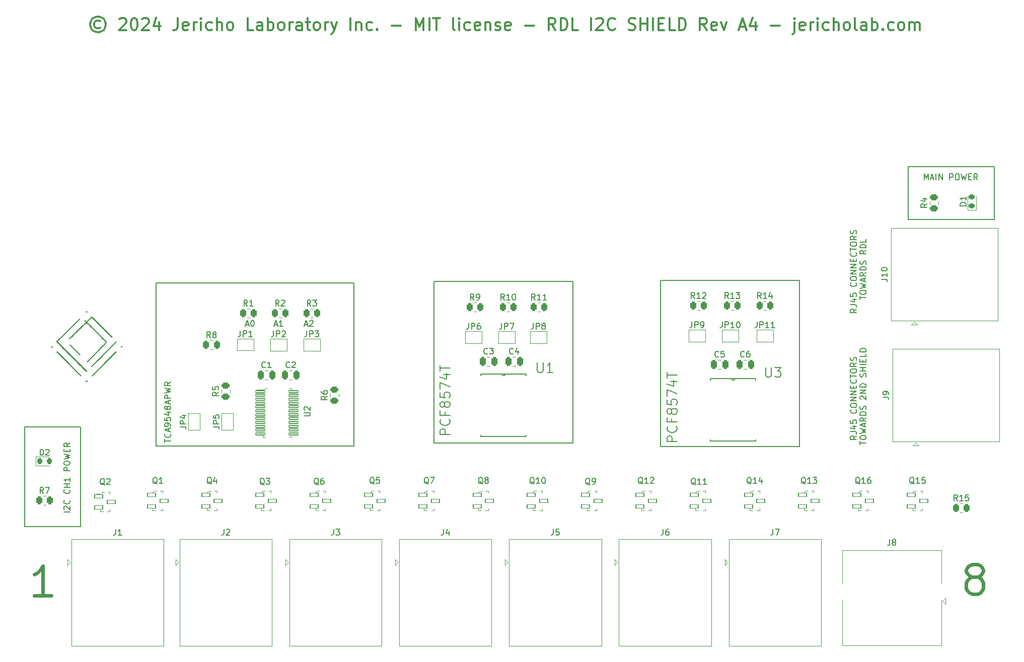
<source format=gbr>
%TF.GenerationSoftware,KiCad,Pcbnew,7.0.9*%
%TF.CreationDate,2024-04-09T00:56:20-04:00*%
%TF.ProjectId,WIRED-I2C-Shield-revA4,57495245-442d-4493-9243-2d536869656c,RevA4*%
%TF.SameCoordinates,Original*%
%TF.FileFunction,Legend,Top*%
%TF.FilePolarity,Positive*%
%FSLAX46Y46*%
G04 Gerber Fmt 4.6, Leading zero omitted, Abs format (unit mm)*
G04 Created by KiCad (PCBNEW 7.0.9) date 2024-04-09 00:56:20*
%MOMM*%
%LPD*%
G01*
G04 APERTURE LIST*
G04 Aperture macros list*
%AMRoundRect*
0 Rectangle with rounded corners*
0 $1 Rounding radius*
0 $2 $3 $4 $5 $6 $7 $8 $9 X,Y pos of 4 corners*
0 Add a 4 corners polygon primitive as box body*
4,1,4,$2,$3,$4,$5,$6,$7,$8,$9,$2,$3,0*
0 Add four circle primitives for the rounded corners*
1,1,$1+$1,$2,$3*
1,1,$1+$1,$4,$5*
1,1,$1+$1,$6,$7*
1,1,$1+$1,$8,$9*
0 Add four rect primitives between the rounded corners*
20,1,$1+$1,$2,$3,$4,$5,0*
20,1,$1+$1,$4,$5,$6,$7,0*
20,1,$1+$1,$6,$7,$8,$9,0*
20,1,$1+$1,$8,$9,$2,$3,0*%
G04 Aperture macros list end*
%ADD10C,0.150000*%
%ADD11C,0.600000*%
%ADD12C,0.300000*%
%ADD13C,0.152400*%
%ADD14C,0.120000*%
%ADD15C,0.100000*%
%ADD16R,1.803400X0.533400*%
%ADD17C,3.200000*%
%ADD18R,1.500000X1.500000*%
%ADD19C,1.500000*%
%ADD20RoundRect,0.070000X-0.650000X-0.300000X0.650000X-0.300000X0.650000X0.300000X-0.650000X0.300000X0*%
%ADD21RoundRect,0.250000X-0.262500X-0.450000X0.262500X-0.450000X0.262500X0.450000X-0.262500X0.450000X0*%
%ADD22R,1.000000X1.500000*%
%ADD23C,3.500000*%
%ADD24RoundRect,0.250000X0.450000X-0.262500X0.450000X0.262500X-0.450000X0.262500X-0.450000X-0.262500X0*%
%ADD25RoundRect,0.250000X-0.250000X-0.475000X0.250000X-0.475000X0.250000X0.475000X-0.250000X0.475000X0*%
%ADD26C,3.250000*%
%ADD27C,2.300000*%
%ADD28RoundRect,0.218750X0.256250X-0.218750X0.256250X0.218750X-0.256250X0.218750X-0.256250X-0.218750X0*%
%ADD29R,1.500000X1.000000*%
%ADD30RoundRect,0.218750X-0.218750X-0.256250X0.218750X-0.256250X0.218750X0.256250X-0.218750X0.256250X0*%
%ADD31RoundRect,0.070000X-0.800000X0.150000X-0.800000X-0.150000X0.800000X-0.150000X0.800000X0.150000X0*%
G04 APERTURE END LIST*
D10*
X218186000Y-52832000D02*
X232664000Y-52832000D01*
X232664000Y-61722000D01*
X218186000Y-61722000D01*
X218186000Y-52832000D01*
X69596000Y-96623500D02*
X78994000Y-96623500D01*
X78994000Y-113387500D01*
X69596000Y-113387500D01*
X69596000Y-96623500D01*
X176530000Y-72009000D02*
X199898000Y-72009000D01*
X199898000Y-99949000D01*
X176530000Y-99949000D01*
X176530000Y-72009000D01*
X138430000Y-72136000D02*
X161798000Y-72136000D01*
X161798000Y-99314000D01*
X138430000Y-99314000D01*
X138430000Y-72136000D01*
X91694000Y-72390000D02*
X124968000Y-72390000D01*
X124968000Y-99822000D01*
X91694000Y-99822000D01*
X91694000Y-72390000D01*
X220845619Y-55064819D02*
X220845619Y-54064819D01*
X220845619Y-54064819D02*
X221178952Y-54779104D01*
X221178952Y-54779104D02*
X221512285Y-54064819D01*
X221512285Y-54064819D02*
X221512285Y-55064819D01*
X221940857Y-54779104D02*
X222417047Y-54779104D01*
X221845619Y-55064819D02*
X222178952Y-54064819D01*
X222178952Y-54064819D02*
X222512285Y-55064819D01*
X222845619Y-55064819D02*
X222845619Y-54064819D01*
X223321809Y-55064819D02*
X223321809Y-54064819D01*
X223321809Y-54064819D02*
X223893237Y-55064819D01*
X223893237Y-55064819D02*
X223893237Y-54064819D01*
X225131333Y-55064819D02*
X225131333Y-54064819D01*
X225131333Y-54064819D02*
X225512285Y-54064819D01*
X225512285Y-54064819D02*
X225607523Y-54112438D01*
X225607523Y-54112438D02*
X225655142Y-54160057D01*
X225655142Y-54160057D02*
X225702761Y-54255295D01*
X225702761Y-54255295D02*
X225702761Y-54398152D01*
X225702761Y-54398152D02*
X225655142Y-54493390D01*
X225655142Y-54493390D02*
X225607523Y-54541009D01*
X225607523Y-54541009D02*
X225512285Y-54588628D01*
X225512285Y-54588628D02*
X225131333Y-54588628D01*
X226321809Y-54064819D02*
X226512285Y-54064819D01*
X226512285Y-54064819D02*
X226607523Y-54112438D01*
X226607523Y-54112438D02*
X226702761Y-54207676D01*
X226702761Y-54207676D02*
X226750380Y-54398152D01*
X226750380Y-54398152D02*
X226750380Y-54731485D01*
X226750380Y-54731485D02*
X226702761Y-54921961D01*
X226702761Y-54921961D02*
X226607523Y-55017200D01*
X226607523Y-55017200D02*
X226512285Y-55064819D01*
X226512285Y-55064819D02*
X226321809Y-55064819D01*
X226321809Y-55064819D02*
X226226571Y-55017200D01*
X226226571Y-55017200D02*
X226131333Y-54921961D01*
X226131333Y-54921961D02*
X226083714Y-54731485D01*
X226083714Y-54731485D02*
X226083714Y-54398152D01*
X226083714Y-54398152D02*
X226131333Y-54207676D01*
X226131333Y-54207676D02*
X226226571Y-54112438D01*
X226226571Y-54112438D02*
X226321809Y-54064819D01*
X227083714Y-54064819D02*
X227321809Y-55064819D01*
X227321809Y-55064819D02*
X227512285Y-54350533D01*
X227512285Y-54350533D02*
X227702761Y-55064819D01*
X227702761Y-55064819D02*
X227940857Y-54064819D01*
X228321809Y-54541009D02*
X228655142Y-54541009D01*
X228797999Y-55064819D02*
X228321809Y-55064819D01*
X228321809Y-55064819D02*
X228321809Y-54064819D01*
X228321809Y-54064819D02*
X228797999Y-54064819D01*
X229797999Y-55064819D02*
X229464666Y-54588628D01*
X229226571Y-55064819D02*
X229226571Y-54064819D01*
X229226571Y-54064819D02*
X229607523Y-54064819D01*
X229607523Y-54064819D02*
X229702761Y-54112438D01*
X229702761Y-54112438D02*
X229750380Y-54160057D01*
X229750380Y-54160057D02*
X229797999Y-54255295D01*
X229797999Y-54255295D02*
X229797999Y-54398152D01*
X229797999Y-54398152D02*
X229750380Y-54493390D01*
X229750380Y-54493390D02*
X229702761Y-54541009D01*
X229702761Y-54541009D02*
X229607523Y-54588628D01*
X229607523Y-54588628D02*
X229226571Y-54588628D01*
X106727714Y-79417104D02*
X107203904Y-79417104D01*
X106632476Y-79702819D02*
X106965809Y-78702819D01*
X106965809Y-78702819D02*
X107299142Y-79702819D01*
X107822952Y-78702819D02*
X107918190Y-78702819D01*
X107918190Y-78702819D02*
X108013428Y-78750438D01*
X108013428Y-78750438D02*
X108061047Y-78798057D01*
X108061047Y-78798057D02*
X108108666Y-78893295D01*
X108108666Y-78893295D02*
X108156285Y-79083771D01*
X108156285Y-79083771D02*
X108156285Y-79321866D01*
X108156285Y-79321866D02*
X108108666Y-79512342D01*
X108108666Y-79512342D02*
X108061047Y-79607580D01*
X108061047Y-79607580D02*
X108013428Y-79655200D01*
X108013428Y-79655200D02*
X107918190Y-79702819D01*
X107918190Y-79702819D02*
X107822952Y-79702819D01*
X107822952Y-79702819D02*
X107727714Y-79655200D01*
X107727714Y-79655200D02*
X107680095Y-79607580D01*
X107680095Y-79607580D02*
X107632476Y-79512342D01*
X107632476Y-79512342D02*
X107584857Y-79321866D01*
X107584857Y-79321866D02*
X107584857Y-79083771D01*
X107584857Y-79083771D02*
X107632476Y-78893295D01*
X107632476Y-78893295D02*
X107680095Y-78798057D01*
X107680095Y-78798057D02*
X107727714Y-78750438D01*
X107727714Y-78750438D02*
X107822952Y-78702819D01*
X116633714Y-79417104D02*
X117109904Y-79417104D01*
X116538476Y-79702819D02*
X116871809Y-78702819D01*
X116871809Y-78702819D02*
X117205142Y-79702819D01*
X117490857Y-78798057D02*
X117538476Y-78750438D01*
X117538476Y-78750438D02*
X117633714Y-78702819D01*
X117633714Y-78702819D02*
X117871809Y-78702819D01*
X117871809Y-78702819D02*
X117967047Y-78750438D01*
X117967047Y-78750438D02*
X118014666Y-78798057D01*
X118014666Y-78798057D02*
X118062285Y-78893295D01*
X118062285Y-78893295D02*
X118062285Y-78988533D01*
X118062285Y-78988533D02*
X118014666Y-79131390D01*
X118014666Y-79131390D02*
X117443238Y-79702819D01*
X117443238Y-79702819D02*
X118062285Y-79702819D01*
X209453819Y-76794476D02*
X208977628Y-77127809D01*
X209453819Y-77365904D02*
X208453819Y-77365904D01*
X208453819Y-77365904D02*
X208453819Y-76984952D01*
X208453819Y-76984952D02*
X208501438Y-76889714D01*
X208501438Y-76889714D02*
X208549057Y-76842095D01*
X208549057Y-76842095D02*
X208644295Y-76794476D01*
X208644295Y-76794476D02*
X208787152Y-76794476D01*
X208787152Y-76794476D02*
X208882390Y-76842095D01*
X208882390Y-76842095D02*
X208930009Y-76889714D01*
X208930009Y-76889714D02*
X208977628Y-76984952D01*
X208977628Y-76984952D02*
X208977628Y-77365904D01*
X208453819Y-76080190D02*
X209168104Y-76080190D01*
X209168104Y-76080190D02*
X209310961Y-76127809D01*
X209310961Y-76127809D02*
X209406200Y-76223047D01*
X209406200Y-76223047D02*
X209453819Y-76365904D01*
X209453819Y-76365904D02*
X209453819Y-76461142D01*
X208787152Y-75175428D02*
X209453819Y-75175428D01*
X208406200Y-75413523D02*
X209120485Y-75651618D01*
X209120485Y-75651618D02*
X209120485Y-75032571D01*
X208453819Y-74175428D02*
X208453819Y-74651618D01*
X208453819Y-74651618D02*
X208930009Y-74699237D01*
X208930009Y-74699237D02*
X208882390Y-74651618D01*
X208882390Y-74651618D02*
X208834771Y-74556380D01*
X208834771Y-74556380D02*
X208834771Y-74318285D01*
X208834771Y-74318285D02*
X208882390Y-74223047D01*
X208882390Y-74223047D02*
X208930009Y-74175428D01*
X208930009Y-74175428D02*
X209025247Y-74127809D01*
X209025247Y-74127809D02*
X209263342Y-74127809D01*
X209263342Y-74127809D02*
X209358580Y-74175428D01*
X209358580Y-74175428D02*
X209406200Y-74223047D01*
X209406200Y-74223047D02*
X209453819Y-74318285D01*
X209453819Y-74318285D02*
X209453819Y-74556380D01*
X209453819Y-74556380D02*
X209406200Y-74651618D01*
X209406200Y-74651618D02*
X209358580Y-74699237D01*
X209358580Y-72365904D02*
X209406200Y-72413523D01*
X209406200Y-72413523D02*
X209453819Y-72556380D01*
X209453819Y-72556380D02*
X209453819Y-72651618D01*
X209453819Y-72651618D02*
X209406200Y-72794475D01*
X209406200Y-72794475D02*
X209310961Y-72889713D01*
X209310961Y-72889713D02*
X209215723Y-72937332D01*
X209215723Y-72937332D02*
X209025247Y-72984951D01*
X209025247Y-72984951D02*
X208882390Y-72984951D01*
X208882390Y-72984951D02*
X208691914Y-72937332D01*
X208691914Y-72937332D02*
X208596676Y-72889713D01*
X208596676Y-72889713D02*
X208501438Y-72794475D01*
X208501438Y-72794475D02*
X208453819Y-72651618D01*
X208453819Y-72651618D02*
X208453819Y-72556380D01*
X208453819Y-72556380D02*
X208501438Y-72413523D01*
X208501438Y-72413523D02*
X208549057Y-72365904D01*
X208453819Y-71746856D02*
X208453819Y-71556380D01*
X208453819Y-71556380D02*
X208501438Y-71461142D01*
X208501438Y-71461142D02*
X208596676Y-71365904D01*
X208596676Y-71365904D02*
X208787152Y-71318285D01*
X208787152Y-71318285D02*
X209120485Y-71318285D01*
X209120485Y-71318285D02*
X209310961Y-71365904D01*
X209310961Y-71365904D02*
X209406200Y-71461142D01*
X209406200Y-71461142D02*
X209453819Y-71556380D01*
X209453819Y-71556380D02*
X209453819Y-71746856D01*
X209453819Y-71746856D02*
X209406200Y-71842094D01*
X209406200Y-71842094D02*
X209310961Y-71937332D01*
X209310961Y-71937332D02*
X209120485Y-71984951D01*
X209120485Y-71984951D02*
X208787152Y-71984951D01*
X208787152Y-71984951D02*
X208596676Y-71937332D01*
X208596676Y-71937332D02*
X208501438Y-71842094D01*
X208501438Y-71842094D02*
X208453819Y-71746856D01*
X209453819Y-70889713D02*
X208453819Y-70889713D01*
X208453819Y-70889713D02*
X209453819Y-70318285D01*
X209453819Y-70318285D02*
X208453819Y-70318285D01*
X209453819Y-69842094D02*
X208453819Y-69842094D01*
X208453819Y-69842094D02*
X209453819Y-69270666D01*
X209453819Y-69270666D02*
X208453819Y-69270666D01*
X208930009Y-68794475D02*
X208930009Y-68461142D01*
X209453819Y-68318285D02*
X209453819Y-68794475D01*
X209453819Y-68794475D02*
X208453819Y-68794475D01*
X208453819Y-68794475D02*
X208453819Y-68318285D01*
X209358580Y-67318285D02*
X209406200Y-67365904D01*
X209406200Y-67365904D02*
X209453819Y-67508761D01*
X209453819Y-67508761D02*
X209453819Y-67603999D01*
X209453819Y-67603999D02*
X209406200Y-67746856D01*
X209406200Y-67746856D02*
X209310961Y-67842094D01*
X209310961Y-67842094D02*
X209215723Y-67889713D01*
X209215723Y-67889713D02*
X209025247Y-67937332D01*
X209025247Y-67937332D02*
X208882390Y-67937332D01*
X208882390Y-67937332D02*
X208691914Y-67889713D01*
X208691914Y-67889713D02*
X208596676Y-67842094D01*
X208596676Y-67842094D02*
X208501438Y-67746856D01*
X208501438Y-67746856D02*
X208453819Y-67603999D01*
X208453819Y-67603999D02*
X208453819Y-67508761D01*
X208453819Y-67508761D02*
X208501438Y-67365904D01*
X208501438Y-67365904D02*
X208549057Y-67318285D01*
X208453819Y-67032570D02*
X208453819Y-66461142D01*
X209453819Y-66746856D02*
X208453819Y-66746856D01*
X208453819Y-65937332D02*
X208453819Y-65746856D01*
X208453819Y-65746856D02*
X208501438Y-65651618D01*
X208501438Y-65651618D02*
X208596676Y-65556380D01*
X208596676Y-65556380D02*
X208787152Y-65508761D01*
X208787152Y-65508761D02*
X209120485Y-65508761D01*
X209120485Y-65508761D02*
X209310961Y-65556380D01*
X209310961Y-65556380D02*
X209406200Y-65651618D01*
X209406200Y-65651618D02*
X209453819Y-65746856D01*
X209453819Y-65746856D02*
X209453819Y-65937332D01*
X209453819Y-65937332D02*
X209406200Y-66032570D01*
X209406200Y-66032570D02*
X209310961Y-66127808D01*
X209310961Y-66127808D02*
X209120485Y-66175427D01*
X209120485Y-66175427D02*
X208787152Y-66175427D01*
X208787152Y-66175427D02*
X208596676Y-66127808D01*
X208596676Y-66127808D02*
X208501438Y-66032570D01*
X208501438Y-66032570D02*
X208453819Y-65937332D01*
X209453819Y-64508761D02*
X208977628Y-64842094D01*
X209453819Y-65080189D02*
X208453819Y-65080189D01*
X208453819Y-65080189D02*
X208453819Y-64699237D01*
X208453819Y-64699237D02*
X208501438Y-64603999D01*
X208501438Y-64603999D02*
X208549057Y-64556380D01*
X208549057Y-64556380D02*
X208644295Y-64508761D01*
X208644295Y-64508761D02*
X208787152Y-64508761D01*
X208787152Y-64508761D02*
X208882390Y-64556380D01*
X208882390Y-64556380D02*
X208930009Y-64603999D01*
X208930009Y-64603999D02*
X208977628Y-64699237D01*
X208977628Y-64699237D02*
X208977628Y-65080189D01*
X209406200Y-64127808D02*
X209453819Y-63984951D01*
X209453819Y-63984951D02*
X209453819Y-63746856D01*
X209453819Y-63746856D02*
X209406200Y-63651618D01*
X209406200Y-63651618D02*
X209358580Y-63603999D01*
X209358580Y-63603999D02*
X209263342Y-63556380D01*
X209263342Y-63556380D02*
X209168104Y-63556380D01*
X209168104Y-63556380D02*
X209072866Y-63603999D01*
X209072866Y-63603999D02*
X209025247Y-63651618D01*
X209025247Y-63651618D02*
X208977628Y-63746856D01*
X208977628Y-63746856D02*
X208930009Y-63937332D01*
X208930009Y-63937332D02*
X208882390Y-64032570D01*
X208882390Y-64032570D02*
X208834771Y-64080189D01*
X208834771Y-64080189D02*
X208739533Y-64127808D01*
X208739533Y-64127808D02*
X208644295Y-64127808D01*
X208644295Y-64127808D02*
X208549057Y-64080189D01*
X208549057Y-64080189D02*
X208501438Y-64032570D01*
X208501438Y-64032570D02*
X208453819Y-63937332D01*
X208453819Y-63937332D02*
X208453819Y-63699237D01*
X208453819Y-63699237D02*
X208501438Y-63556380D01*
X210063819Y-75175428D02*
X210063819Y-74604000D01*
X211063819Y-74889714D02*
X210063819Y-74889714D01*
X210063819Y-74080190D02*
X210063819Y-73889714D01*
X210063819Y-73889714D02*
X210111438Y-73794476D01*
X210111438Y-73794476D02*
X210206676Y-73699238D01*
X210206676Y-73699238D02*
X210397152Y-73651619D01*
X210397152Y-73651619D02*
X210730485Y-73651619D01*
X210730485Y-73651619D02*
X210920961Y-73699238D01*
X210920961Y-73699238D02*
X211016200Y-73794476D01*
X211016200Y-73794476D02*
X211063819Y-73889714D01*
X211063819Y-73889714D02*
X211063819Y-74080190D01*
X211063819Y-74080190D02*
X211016200Y-74175428D01*
X211016200Y-74175428D02*
X210920961Y-74270666D01*
X210920961Y-74270666D02*
X210730485Y-74318285D01*
X210730485Y-74318285D02*
X210397152Y-74318285D01*
X210397152Y-74318285D02*
X210206676Y-74270666D01*
X210206676Y-74270666D02*
X210111438Y-74175428D01*
X210111438Y-74175428D02*
X210063819Y-74080190D01*
X210063819Y-73318285D02*
X211063819Y-73080190D01*
X211063819Y-73080190D02*
X210349533Y-72889714D01*
X210349533Y-72889714D02*
X211063819Y-72699238D01*
X211063819Y-72699238D02*
X210063819Y-72461143D01*
X210778104Y-72127809D02*
X210778104Y-71651619D01*
X211063819Y-72223047D02*
X210063819Y-71889714D01*
X210063819Y-71889714D02*
X211063819Y-71556381D01*
X211063819Y-70651619D02*
X210587628Y-70984952D01*
X211063819Y-71223047D02*
X210063819Y-71223047D01*
X210063819Y-71223047D02*
X210063819Y-70842095D01*
X210063819Y-70842095D02*
X210111438Y-70746857D01*
X210111438Y-70746857D02*
X210159057Y-70699238D01*
X210159057Y-70699238D02*
X210254295Y-70651619D01*
X210254295Y-70651619D02*
X210397152Y-70651619D01*
X210397152Y-70651619D02*
X210492390Y-70699238D01*
X210492390Y-70699238D02*
X210540009Y-70746857D01*
X210540009Y-70746857D02*
X210587628Y-70842095D01*
X210587628Y-70842095D02*
X210587628Y-71223047D01*
X211063819Y-70223047D02*
X210063819Y-70223047D01*
X210063819Y-70223047D02*
X210063819Y-69984952D01*
X210063819Y-69984952D02*
X210111438Y-69842095D01*
X210111438Y-69842095D02*
X210206676Y-69746857D01*
X210206676Y-69746857D02*
X210301914Y-69699238D01*
X210301914Y-69699238D02*
X210492390Y-69651619D01*
X210492390Y-69651619D02*
X210635247Y-69651619D01*
X210635247Y-69651619D02*
X210825723Y-69699238D01*
X210825723Y-69699238D02*
X210920961Y-69746857D01*
X210920961Y-69746857D02*
X211016200Y-69842095D01*
X211016200Y-69842095D02*
X211063819Y-69984952D01*
X211063819Y-69984952D02*
X211063819Y-70223047D01*
X211016200Y-69270666D02*
X211063819Y-69127809D01*
X211063819Y-69127809D02*
X211063819Y-68889714D01*
X211063819Y-68889714D02*
X211016200Y-68794476D01*
X211016200Y-68794476D02*
X210968580Y-68746857D01*
X210968580Y-68746857D02*
X210873342Y-68699238D01*
X210873342Y-68699238D02*
X210778104Y-68699238D01*
X210778104Y-68699238D02*
X210682866Y-68746857D01*
X210682866Y-68746857D02*
X210635247Y-68794476D01*
X210635247Y-68794476D02*
X210587628Y-68889714D01*
X210587628Y-68889714D02*
X210540009Y-69080190D01*
X210540009Y-69080190D02*
X210492390Y-69175428D01*
X210492390Y-69175428D02*
X210444771Y-69223047D01*
X210444771Y-69223047D02*
X210349533Y-69270666D01*
X210349533Y-69270666D02*
X210254295Y-69270666D01*
X210254295Y-69270666D02*
X210159057Y-69223047D01*
X210159057Y-69223047D02*
X210111438Y-69175428D01*
X210111438Y-69175428D02*
X210063819Y-69080190D01*
X210063819Y-69080190D02*
X210063819Y-68842095D01*
X210063819Y-68842095D02*
X210111438Y-68699238D01*
X211063819Y-66937333D02*
X210587628Y-67270666D01*
X211063819Y-67508761D02*
X210063819Y-67508761D01*
X210063819Y-67508761D02*
X210063819Y-67127809D01*
X210063819Y-67127809D02*
X210111438Y-67032571D01*
X210111438Y-67032571D02*
X210159057Y-66984952D01*
X210159057Y-66984952D02*
X210254295Y-66937333D01*
X210254295Y-66937333D02*
X210397152Y-66937333D01*
X210397152Y-66937333D02*
X210492390Y-66984952D01*
X210492390Y-66984952D02*
X210540009Y-67032571D01*
X210540009Y-67032571D02*
X210587628Y-67127809D01*
X210587628Y-67127809D02*
X210587628Y-67508761D01*
X211063819Y-66508761D02*
X210063819Y-66508761D01*
X210063819Y-66508761D02*
X210063819Y-66270666D01*
X210063819Y-66270666D02*
X210111438Y-66127809D01*
X210111438Y-66127809D02*
X210206676Y-66032571D01*
X210206676Y-66032571D02*
X210301914Y-65984952D01*
X210301914Y-65984952D02*
X210492390Y-65937333D01*
X210492390Y-65937333D02*
X210635247Y-65937333D01*
X210635247Y-65937333D02*
X210825723Y-65984952D01*
X210825723Y-65984952D02*
X210920961Y-66032571D01*
X210920961Y-66032571D02*
X211016200Y-66127809D01*
X211016200Y-66127809D02*
X211063819Y-66270666D01*
X211063819Y-66270666D02*
X211063819Y-66508761D01*
X211063819Y-65032571D02*
X211063819Y-65508761D01*
X211063819Y-65508761D02*
X210063819Y-65508761D01*
D11*
X228885809Y-121852752D02*
X228409619Y-121614657D01*
X228409619Y-121614657D02*
X228171524Y-121376561D01*
X228171524Y-121376561D02*
X227933428Y-120900371D01*
X227933428Y-120900371D02*
X227933428Y-120662276D01*
X227933428Y-120662276D02*
X228171524Y-120186085D01*
X228171524Y-120186085D02*
X228409619Y-119947990D01*
X228409619Y-119947990D02*
X228885809Y-119709895D01*
X228885809Y-119709895D02*
X229838190Y-119709895D01*
X229838190Y-119709895D02*
X230314381Y-119947990D01*
X230314381Y-119947990D02*
X230552476Y-120186085D01*
X230552476Y-120186085D02*
X230790571Y-120662276D01*
X230790571Y-120662276D02*
X230790571Y-120900371D01*
X230790571Y-120900371D02*
X230552476Y-121376561D01*
X230552476Y-121376561D02*
X230314381Y-121614657D01*
X230314381Y-121614657D02*
X229838190Y-121852752D01*
X229838190Y-121852752D02*
X228885809Y-121852752D01*
X228885809Y-121852752D02*
X228409619Y-122090847D01*
X228409619Y-122090847D02*
X228171524Y-122328942D01*
X228171524Y-122328942D02*
X227933428Y-122805133D01*
X227933428Y-122805133D02*
X227933428Y-123757514D01*
X227933428Y-123757514D02*
X228171524Y-124233704D01*
X228171524Y-124233704D02*
X228409619Y-124471800D01*
X228409619Y-124471800D02*
X228885809Y-124709895D01*
X228885809Y-124709895D02*
X229838190Y-124709895D01*
X229838190Y-124709895D02*
X230314381Y-124471800D01*
X230314381Y-124471800D02*
X230552476Y-124233704D01*
X230552476Y-124233704D02*
X230790571Y-123757514D01*
X230790571Y-123757514D02*
X230790571Y-122805133D01*
X230790571Y-122805133D02*
X230552476Y-122328942D01*
X230552476Y-122328942D02*
X230314381Y-122090847D01*
X230314381Y-122090847D02*
X229838190Y-121852752D01*
D12*
X82272755Y-28341828D02*
X82082278Y-28246590D01*
X82082278Y-28246590D02*
X81701326Y-28246590D01*
X81701326Y-28246590D02*
X81510850Y-28341828D01*
X81510850Y-28341828D02*
X81320374Y-28532304D01*
X81320374Y-28532304D02*
X81225136Y-28722780D01*
X81225136Y-28722780D02*
X81225136Y-29103733D01*
X81225136Y-29103733D02*
X81320374Y-29294209D01*
X81320374Y-29294209D02*
X81510850Y-29484685D01*
X81510850Y-29484685D02*
X81701326Y-29579923D01*
X81701326Y-29579923D02*
X82082278Y-29579923D01*
X82082278Y-29579923D02*
X82272755Y-29484685D01*
X81891802Y-27579923D02*
X81415612Y-27675161D01*
X81415612Y-27675161D02*
X80939421Y-27960876D01*
X80939421Y-27960876D02*
X80653707Y-28437066D01*
X80653707Y-28437066D02*
X80558469Y-28913257D01*
X80558469Y-28913257D02*
X80653707Y-29389447D01*
X80653707Y-29389447D02*
X80939421Y-29865638D01*
X80939421Y-29865638D02*
X81415612Y-30151352D01*
X81415612Y-30151352D02*
X81891802Y-30246590D01*
X81891802Y-30246590D02*
X82367993Y-30151352D01*
X82367993Y-30151352D02*
X82844183Y-29865638D01*
X82844183Y-29865638D02*
X83129897Y-29389447D01*
X83129897Y-29389447D02*
X83225136Y-28913257D01*
X83225136Y-28913257D02*
X83129897Y-28437066D01*
X83129897Y-28437066D02*
X82844183Y-27960876D01*
X82844183Y-27960876D02*
X82367993Y-27675161D01*
X82367993Y-27675161D02*
X81891802Y-27579923D01*
X85510850Y-28056114D02*
X85606088Y-27960876D01*
X85606088Y-27960876D02*
X85796564Y-27865638D01*
X85796564Y-27865638D02*
X86272755Y-27865638D01*
X86272755Y-27865638D02*
X86463231Y-27960876D01*
X86463231Y-27960876D02*
X86558469Y-28056114D01*
X86558469Y-28056114D02*
X86653707Y-28246590D01*
X86653707Y-28246590D02*
X86653707Y-28437066D01*
X86653707Y-28437066D02*
X86558469Y-28722780D01*
X86558469Y-28722780D02*
X85415612Y-29865638D01*
X85415612Y-29865638D02*
X86653707Y-29865638D01*
X87891802Y-27865638D02*
X88082279Y-27865638D01*
X88082279Y-27865638D02*
X88272755Y-27960876D01*
X88272755Y-27960876D02*
X88367993Y-28056114D01*
X88367993Y-28056114D02*
X88463231Y-28246590D01*
X88463231Y-28246590D02*
X88558469Y-28627542D01*
X88558469Y-28627542D02*
X88558469Y-29103733D01*
X88558469Y-29103733D02*
X88463231Y-29484685D01*
X88463231Y-29484685D02*
X88367993Y-29675161D01*
X88367993Y-29675161D02*
X88272755Y-29770400D01*
X88272755Y-29770400D02*
X88082279Y-29865638D01*
X88082279Y-29865638D02*
X87891802Y-29865638D01*
X87891802Y-29865638D02*
X87701326Y-29770400D01*
X87701326Y-29770400D02*
X87606088Y-29675161D01*
X87606088Y-29675161D02*
X87510850Y-29484685D01*
X87510850Y-29484685D02*
X87415612Y-29103733D01*
X87415612Y-29103733D02*
X87415612Y-28627542D01*
X87415612Y-28627542D02*
X87510850Y-28246590D01*
X87510850Y-28246590D02*
X87606088Y-28056114D01*
X87606088Y-28056114D02*
X87701326Y-27960876D01*
X87701326Y-27960876D02*
X87891802Y-27865638D01*
X89320374Y-28056114D02*
X89415612Y-27960876D01*
X89415612Y-27960876D02*
X89606088Y-27865638D01*
X89606088Y-27865638D02*
X90082279Y-27865638D01*
X90082279Y-27865638D02*
X90272755Y-27960876D01*
X90272755Y-27960876D02*
X90367993Y-28056114D01*
X90367993Y-28056114D02*
X90463231Y-28246590D01*
X90463231Y-28246590D02*
X90463231Y-28437066D01*
X90463231Y-28437066D02*
X90367993Y-28722780D01*
X90367993Y-28722780D02*
X89225136Y-29865638D01*
X89225136Y-29865638D02*
X90463231Y-29865638D01*
X92177517Y-28532304D02*
X92177517Y-29865638D01*
X91701326Y-27770400D02*
X91225136Y-29198971D01*
X91225136Y-29198971D02*
X92463231Y-29198971D01*
X95320375Y-27865638D02*
X95320375Y-29294209D01*
X95320375Y-29294209D02*
X95225136Y-29579923D01*
X95225136Y-29579923D02*
X95034660Y-29770400D01*
X95034660Y-29770400D02*
X94748946Y-29865638D01*
X94748946Y-29865638D02*
X94558470Y-29865638D01*
X97034661Y-29770400D02*
X96844185Y-29865638D01*
X96844185Y-29865638D02*
X96463232Y-29865638D01*
X96463232Y-29865638D02*
X96272756Y-29770400D01*
X96272756Y-29770400D02*
X96177518Y-29579923D01*
X96177518Y-29579923D02*
X96177518Y-28818019D01*
X96177518Y-28818019D02*
X96272756Y-28627542D01*
X96272756Y-28627542D02*
X96463232Y-28532304D01*
X96463232Y-28532304D02*
X96844185Y-28532304D01*
X96844185Y-28532304D02*
X97034661Y-28627542D01*
X97034661Y-28627542D02*
X97129899Y-28818019D01*
X97129899Y-28818019D02*
X97129899Y-29008495D01*
X97129899Y-29008495D02*
X96177518Y-29198971D01*
X97987042Y-29865638D02*
X97987042Y-28532304D01*
X97987042Y-28913257D02*
X98082280Y-28722780D01*
X98082280Y-28722780D02*
X98177518Y-28627542D01*
X98177518Y-28627542D02*
X98367994Y-28532304D01*
X98367994Y-28532304D02*
X98558471Y-28532304D01*
X99225137Y-29865638D02*
X99225137Y-28532304D01*
X99225137Y-27865638D02*
X99129899Y-27960876D01*
X99129899Y-27960876D02*
X99225137Y-28056114D01*
X99225137Y-28056114D02*
X99320375Y-27960876D01*
X99320375Y-27960876D02*
X99225137Y-27865638D01*
X99225137Y-27865638D02*
X99225137Y-28056114D01*
X101034661Y-29770400D02*
X100844185Y-29865638D01*
X100844185Y-29865638D02*
X100463232Y-29865638D01*
X100463232Y-29865638D02*
X100272756Y-29770400D01*
X100272756Y-29770400D02*
X100177518Y-29675161D01*
X100177518Y-29675161D02*
X100082280Y-29484685D01*
X100082280Y-29484685D02*
X100082280Y-28913257D01*
X100082280Y-28913257D02*
X100177518Y-28722780D01*
X100177518Y-28722780D02*
X100272756Y-28627542D01*
X100272756Y-28627542D02*
X100463232Y-28532304D01*
X100463232Y-28532304D02*
X100844185Y-28532304D01*
X100844185Y-28532304D02*
X101034661Y-28627542D01*
X101891804Y-29865638D02*
X101891804Y-27865638D01*
X102748947Y-29865638D02*
X102748947Y-28818019D01*
X102748947Y-28818019D02*
X102653709Y-28627542D01*
X102653709Y-28627542D02*
X102463233Y-28532304D01*
X102463233Y-28532304D02*
X102177518Y-28532304D01*
X102177518Y-28532304D02*
X101987042Y-28627542D01*
X101987042Y-28627542D02*
X101891804Y-28722780D01*
X103987042Y-29865638D02*
X103796566Y-29770400D01*
X103796566Y-29770400D02*
X103701328Y-29675161D01*
X103701328Y-29675161D02*
X103606090Y-29484685D01*
X103606090Y-29484685D02*
X103606090Y-28913257D01*
X103606090Y-28913257D02*
X103701328Y-28722780D01*
X103701328Y-28722780D02*
X103796566Y-28627542D01*
X103796566Y-28627542D02*
X103987042Y-28532304D01*
X103987042Y-28532304D02*
X104272757Y-28532304D01*
X104272757Y-28532304D02*
X104463233Y-28627542D01*
X104463233Y-28627542D02*
X104558471Y-28722780D01*
X104558471Y-28722780D02*
X104653709Y-28913257D01*
X104653709Y-28913257D02*
X104653709Y-29484685D01*
X104653709Y-29484685D02*
X104558471Y-29675161D01*
X104558471Y-29675161D02*
X104463233Y-29770400D01*
X104463233Y-29770400D02*
X104272757Y-29865638D01*
X104272757Y-29865638D02*
X103987042Y-29865638D01*
X107987043Y-29865638D02*
X107034662Y-29865638D01*
X107034662Y-29865638D02*
X107034662Y-27865638D01*
X109510853Y-29865638D02*
X109510853Y-28818019D01*
X109510853Y-28818019D02*
X109415615Y-28627542D01*
X109415615Y-28627542D02*
X109225139Y-28532304D01*
X109225139Y-28532304D02*
X108844186Y-28532304D01*
X108844186Y-28532304D02*
X108653710Y-28627542D01*
X109510853Y-29770400D02*
X109320377Y-29865638D01*
X109320377Y-29865638D02*
X108844186Y-29865638D01*
X108844186Y-29865638D02*
X108653710Y-29770400D01*
X108653710Y-29770400D02*
X108558472Y-29579923D01*
X108558472Y-29579923D02*
X108558472Y-29389447D01*
X108558472Y-29389447D02*
X108653710Y-29198971D01*
X108653710Y-29198971D02*
X108844186Y-29103733D01*
X108844186Y-29103733D02*
X109320377Y-29103733D01*
X109320377Y-29103733D02*
X109510853Y-29008495D01*
X110463234Y-29865638D02*
X110463234Y-27865638D01*
X110463234Y-28627542D02*
X110653710Y-28532304D01*
X110653710Y-28532304D02*
X111034663Y-28532304D01*
X111034663Y-28532304D02*
X111225139Y-28627542D01*
X111225139Y-28627542D02*
X111320377Y-28722780D01*
X111320377Y-28722780D02*
X111415615Y-28913257D01*
X111415615Y-28913257D02*
X111415615Y-29484685D01*
X111415615Y-29484685D02*
X111320377Y-29675161D01*
X111320377Y-29675161D02*
X111225139Y-29770400D01*
X111225139Y-29770400D02*
X111034663Y-29865638D01*
X111034663Y-29865638D02*
X110653710Y-29865638D01*
X110653710Y-29865638D02*
X110463234Y-29770400D01*
X112558472Y-29865638D02*
X112367996Y-29770400D01*
X112367996Y-29770400D02*
X112272758Y-29675161D01*
X112272758Y-29675161D02*
X112177520Y-29484685D01*
X112177520Y-29484685D02*
X112177520Y-28913257D01*
X112177520Y-28913257D02*
X112272758Y-28722780D01*
X112272758Y-28722780D02*
X112367996Y-28627542D01*
X112367996Y-28627542D02*
X112558472Y-28532304D01*
X112558472Y-28532304D02*
X112844187Y-28532304D01*
X112844187Y-28532304D02*
X113034663Y-28627542D01*
X113034663Y-28627542D02*
X113129901Y-28722780D01*
X113129901Y-28722780D02*
X113225139Y-28913257D01*
X113225139Y-28913257D02*
X113225139Y-29484685D01*
X113225139Y-29484685D02*
X113129901Y-29675161D01*
X113129901Y-29675161D02*
X113034663Y-29770400D01*
X113034663Y-29770400D02*
X112844187Y-29865638D01*
X112844187Y-29865638D02*
X112558472Y-29865638D01*
X114082282Y-29865638D02*
X114082282Y-28532304D01*
X114082282Y-28913257D02*
X114177520Y-28722780D01*
X114177520Y-28722780D02*
X114272758Y-28627542D01*
X114272758Y-28627542D02*
X114463234Y-28532304D01*
X114463234Y-28532304D02*
X114653711Y-28532304D01*
X116177520Y-29865638D02*
X116177520Y-28818019D01*
X116177520Y-28818019D02*
X116082282Y-28627542D01*
X116082282Y-28627542D02*
X115891806Y-28532304D01*
X115891806Y-28532304D02*
X115510853Y-28532304D01*
X115510853Y-28532304D02*
X115320377Y-28627542D01*
X116177520Y-29770400D02*
X115987044Y-29865638D01*
X115987044Y-29865638D02*
X115510853Y-29865638D01*
X115510853Y-29865638D02*
X115320377Y-29770400D01*
X115320377Y-29770400D02*
X115225139Y-29579923D01*
X115225139Y-29579923D02*
X115225139Y-29389447D01*
X115225139Y-29389447D02*
X115320377Y-29198971D01*
X115320377Y-29198971D02*
X115510853Y-29103733D01*
X115510853Y-29103733D02*
X115987044Y-29103733D01*
X115987044Y-29103733D02*
X116177520Y-29008495D01*
X116844187Y-28532304D02*
X117606091Y-28532304D01*
X117129901Y-27865638D02*
X117129901Y-29579923D01*
X117129901Y-29579923D02*
X117225139Y-29770400D01*
X117225139Y-29770400D02*
X117415615Y-29865638D01*
X117415615Y-29865638D02*
X117606091Y-29865638D01*
X118558472Y-29865638D02*
X118367996Y-29770400D01*
X118367996Y-29770400D02*
X118272758Y-29675161D01*
X118272758Y-29675161D02*
X118177520Y-29484685D01*
X118177520Y-29484685D02*
X118177520Y-28913257D01*
X118177520Y-28913257D02*
X118272758Y-28722780D01*
X118272758Y-28722780D02*
X118367996Y-28627542D01*
X118367996Y-28627542D02*
X118558472Y-28532304D01*
X118558472Y-28532304D02*
X118844187Y-28532304D01*
X118844187Y-28532304D02*
X119034663Y-28627542D01*
X119034663Y-28627542D02*
X119129901Y-28722780D01*
X119129901Y-28722780D02*
X119225139Y-28913257D01*
X119225139Y-28913257D02*
X119225139Y-29484685D01*
X119225139Y-29484685D02*
X119129901Y-29675161D01*
X119129901Y-29675161D02*
X119034663Y-29770400D01*
X119034663Y-29770400D02*
X118844187Y-29865638D01*
X118844187Y-29865638D02*
X118558472Y-29865638D01*
X120082282Y-29865638D02*
X120082282Y-28532304D01*
X120082282Y-28913257D02*
X120177520Y-28722780D01*
X120177520Y-28722780D02*
X120272758Y-28627542D01*
X120272758Y-28627542D02*
X120463234Y-28532304D01*
X120463234Y-28532304D02*
X120653711Y-28532304D01*
X121129901Y-28532304D02*
X121606091Y-29865638D01*
X122082282Y-28532304D02*
X121606091Y-29865638D01*
X121606091Y-29865638D02*
X121415615Y-30341828D01*
X121415615Y-30341828D02*
X121320377Y-30437066D01*
X121320377Y-30437066D02*
X121129901Y-30532304D01*
X124367997Y-29865638D02*
X124367997Y-27865638D01*
X125320378Y-28532304D02*
X125320378Y-29865638D01*
X125320378Y-28722780D02*
X125415616Y-28627542D01*
X125415616Y-28627542D02*
X125606092Y-28532304D01*
X125606092Y-28532304D02*
X125891807Y-28532304D01*
X125891807Y-28532304D02*
X126082283Y-28627542D01*
X126082283Y-28627542D02*
X126177521Y-28818019D01*
X126177521Y-28818019D02*
X126177521Y-29865638D01*
X127987045Y-29770400D02*
X127796569Y-29865638D01*
X127796569Y-29865638D02*
X127415616Y-29865638D01*
X127415616Y-29865638D02*
X127225140Y-29770400D01*
X127225140Y-29770400D02*
X127129902Y-29675161D01*
X127129902Y-29675161D02*
X127034664Y-29484685D01*
X127034664Y-29484685D02*
X127034664Y-28913257D01*
X127034664Y-28913257D02*
X127129902Y-28722780D01*
X127129902Y-28722780D02*
X127225140Y-28627542D01*
X127225140Y-28627542D02*
X127415616Y-28532304D01*
X127415616Y-28532304D02*
X127796569Y-28532304D01*
X127796569Y-28532304D02*
X127987045Y-28627542D01*
X128844188Y-29675161D02*
X128939426Y-29770400D01*
X128939426Y-29770400D02*
X128844188Y-29865638D01*
X128844188Y-29865638D02*
X128748950Y-29770400D01*
X128748950Y-29770400D02*
X128844188Y-29675161D01*
X128844188Y-29675161D02*
X128844188Y-29865638D01*
X131320379Y-29103733D02*
X132844189Y-29103733D01*
X135320379Y-29865638D02*
X135320379Y-27865638D01*
X135320379Y-27865638D02*
X135987046Y-29294209D01*
X135987046Y-29294209D02*
X136653712Y-27865638D01*
X136653712Y-27865638D02*
X136653712Y-29865638D01*
X137606093Y-29865638D02*
X137606093Y-27865638D01*
X138272760Y-27865638D02*
X139415617Y-27865638D01*
X138844188Y-29865638D02*
X138844188Y-27865638D01*
X141891808Y-29865638D02*
X141701332Y-29770400D01*
X141701332Y-29770400D02*
X141606094Y-29579923D01*
X141606094Y-29579923D02*
X141606094Y-27865638D01*
X142653713Y-29865638D02*
X142653713Y-28532304D01*
X142653713Y-27865638D02*
X142558475Y-27960876D01*
X142558475Y-27960876D02*
X142653713Y-28056114D01*
X142653713Y-28056114D02*
X142748951Y-27960876D01*
X142748951Y-27960876D02*
X142653713Y-27865638D01*
X142653713Y-27865638D02*
X142653713Y-28056114D01*
X144463237Y-29770400D02*
X144272761Y-29865638D01*
X144272761Y-29865638D02*
X143891808Y-29865638D01*
X143891808Y-29865638D02*
X143701332Y-29770400D01*
X143701332Y-29770400D02*
X143606094Y-29675161D01*
X143606094Y-29675161D02*
X143510856Y-29484685D01*
X143510856Y-29484685D02*
X143510856Y-28913257D01*
X143510856Y-28913257D02*
X143606094Y-28722780D01*
X143606094Y-28722780D02*
X143701332Y-28627542D01*
X143701332Y-28627542D02*
X143891808Y-28532304D01*
X143891808Y-28532304D02*
X144272761Y-28532304D01*
X144272761Y-28532304D02*
X144463237Y-28627542D01*
X146082285Y-29770400D02*
X145891809Y-29865638D01*
X145891809Y-29865638D02*
X145510856Y-29865638D01*
X145510856Y-29865638D02*
X145320380Y-29770400D01*
X145320380Y-29770400D02*
X145225142Y-29579923D01*
X145225142Y-29579923D02*
X145225142Y-28818019D01*
X145225142Y-28818019D02*
X145320380Y-28627542D01*
X145320380Y-28627542D02*
X145510856Y-28532304D01*
X145510856Y-28532304D02*
X145891809Y-28532304D01*
X145891809Y-28532304D02*
X146082285Y-28627542D01*
X146082285Y-28627542D02*
X146177523Y-28818019D01*
X146177523Y-28818019D02*
X146177523Y-29008495D01*
X146177523Y-29008495D02*
X145225142Y-29198971D01*
X147034666Y-28532304D02*
X147034666Y-29865638D01*
X147034666Y-28722780D02*
X147129904Y-28627542D01*
X147129904Y-28627542D02*
X147320380Y-28532304D01*
X147320380Y-28532304D02*
X147606095Y-28532304D01*
X147606095Y-28532304D02*
X147796571Y-28627542D01*
X147796571Y-28627542D02*
X147891809Y-28818019D01*
X147891809Y-28818019D02*
X147891809Y-29865638D01*
X148748952Y-29770400D02*
X148939428Y-29865638D01*
X148939428Y-29865638D02*
X149320380Y-29865638D01*
X149320380Y-29865638D02*
X149510857Y-29770400D01*
X149510857Y-29770400D02*
X149606095Y-29579923D01*
X149606095Y-29579923D02*
X149606095Y-29484685D01*
X149606095Y-29484685D02*
X149510857Y-29294209D01*
X149510857Y-29294209D02*
X149320380Y-29198971D01*
X149320380Y-29198971D02*
X149034666Y-29198971D01*
X149034666Y-29198971D02*
X148844190Y-29103733D01*
X148844190Y-29103733D02*
X148748952Y-28913257D01*
X148748952Y-28913257D02*
X148748952Y-28818019D01*
X148748952Y-28818019D02*
X148844190Y-28627542D01*
X148844190Y-28627542D02*
X149034666Y-28532304D01*
X149034666Y-28532304D02*
X149320380Y-28532304D01*
X149320380Y-28532304D02*
X149510857Y-28627542D01*
X151225143Y-29770400D02*
X151034667Y-29865638D01*
X151034667Y-29865638D02*
X150653714Y-29865638D01*
X150653714Y-29865638D02*
X150463238Y-29770400D01*
X150463238Y-29770400D02*
X150368000Y-29579923D01*
X150368000Y-29579923D02*
X150368000Y-28818019D01*
X150368000Y-28818019D02*
X150463238Y-28627542D01*
X150463238Y-28627542D02*
X150653714Y-28532304D01*
X150653714Y-28532304D02*
X151034667Y-28532304D01*
X151034667Y-28532304D02*
X151225143Y-28627542D01*
X151225143Y-28627542D02*
X151320381Y-28818019D01*
X151320381Y-28818019D02*
X151320381Y-29008495D01*
X151320381Y-29008495D02*
X150368000Y-29198971D01*
X153701334Y-29103733D02*
X155225144Y-29103733D01*
X158844191Y-29865638D02*
X158177524Y-28913257D01*
X157701334Y-29865638D02*
X157701334Y-27865638D01*
X157701334Y-27865638D02*
X158463239Y-27865638D01*
X158463239Y-27865638D02*
X158653715Y-27960876D01*
X158653715Y-27960876D02*
X158748953Y-28056114D01*
X158748953Y-28056114D02*
X158844191Y-28246590D01*
X158844191Y-28246590D02*
X158844191Y-28532304D01*
X158844191Y-28532304D02*
X158748953Y-28722780D01*
X158748953Y-28722780D02*
X158653715Y-28818019D01*
X158653715Y-28818019D02*
X158463239Y-28913257D01*
X158463239Y-28913257D02*
X157701334Y-28913257D01*
X159701334Y-29865638D02*
X159701334Y-27865638D01*
X159701334Y-27865638D02*
X160177524Y-27865638D01*
X160177524Y-27865638D02*
X160463239Y-27960876D01*
X160463239Y-27960876D02*
X160653715Y-28151352D01*
X160653715Y-28151352D02*
X160748953Y-28341828D01*
X160748953Y-28341828D02*
X160844191Y-28722780D01*
X160844191Y-28722780D02*
X160844191Y-29008495D01*
X160844191Y-29008495D02*
X160748953Y-29389447D01*
X160748953Y-29389447D02*
X160653715Y-29579923D01*
X160653715Y-29579923D02*
X160463239Y-29770400D01*
X160463239Y-29770400D02*
X160177524Y-29865638D01*
X160177524Y-29865638D02*
X159701334Y-29865638D01*
X162653715Y-29865638D02*
X161701334Y-29865638D01*
X161701334Y-29865638D02*
X161701334Y-27865638D01*
X164844192Y-29865638D02*
X164844192Y-27865638D01*
X165701335Y-28056114D02*
X165796573Y-27960876D01*
X165796573Y-27960876D02*
X165987049Y-27865638D01*
X165987049Y-27865638D02*
X166463240Y-27865638D01*
X166463240Y-27865638D02*
X166653716Y-27960876D01*
X166653716Y-27960876D02*
X166748954Y-28056114D01*
X166748954Y-28056114D02*
X166844192Y-28246590D01*
X166844192Y-28246590D02*
X166844192Y-28437066D01*
X166844192Y-28437066D02*
X166748954Y-28722780D01*
X166748954Y-28722780D02*
X165606097Y-29865638D01*
X165606097Y-29865638D02*
X166844192Y-29865638D01*
X168844192Y-29675161D02*
X168748954Y-29770400D01*
X168748954Y-29770400D02*
X168463240Y-29865638D01*
X168463240Y-29865638D02*
X168272764Y-29865638D01*
X168272764Y-29865638D02*
X167987049Y-29770400D01*
X167987049Y-29770400D02*
X167796573Y-29579923D01*
X167796573Y-29579923D02*
X167701335Y-29389447D01*
X167701335Y-29389447D02*
X167606097Y-29008495D01*
X167606097Y-29008495D02*
X167606097Y-28722780D01*
X167606097Y-28722780D02*
X167701335Y-28341828D01*
X167701335Y-28341828D02*
X167796573Y-28151352D01*
X167796573Y-28151352D02*
X167987049Y-27960876D01*
X167987049Y-27960876D02*
X168272764Y-27865638D01*
X168272764Y-27865638D02*
X168463240Y-27865638D01*
X168463240Y-27865638D02*
X168748954Y-27960876D01*
X168748954Y-27960876D02*
X168844192Y-28056114D01*
X171129907Y-29770400D02*
X171415621Y-29865638D01*
X171415621Y-29865638D02*
X171891812Y-29865638D01*
X171891812Y-29865638D02*
X172082288Y-29770400D01*
X172082288Y-29770400D02*
X172177526Y-29675161D01*
X172177526Y-29675161D02*
X172272764Y-29484685D01*
X172272764Y-29484685D02*
X172272764Y-29294209D01*
X172272764Y-29294209D02*
X172177526Y-29103733D01*
X172177526Y-29103733D02*
X172082288Y-29008495D01*
X172082288Y-29008495D02*
X171891812Y-28913257D01*
X171891812Y-28913257D02*
X171510859Y-28818019D01*
X171510859Y-28818019D02*
X171320383Y-28722780D01*
X171320383Y-28722780D02*
X171225145Y-28627542D01*
X171225145Y-28627542D02*
X171129907Y-28437066D01*
X171129907Y-28437066D02*
X171129907Y-28246590D01*
X171129907Y-28246590D02*
X171225145Y-28056114D01*
X171225145Y-28056114D02*
X171320383Y-27960876D01*
X171320383Y-27960876D02*
X171510859Y-27865638D01*
X171510859Y-27865638D02*
X171987050Y-27865638D01*
X171987050Y-27865638D02*
X172272764Y-27960876D01*
X173129907Y-29865638D02*
X173129907Y-27865638D01*
X173129907Y-28818019D02*
X174272764Y-28818019D01*
X174272764Y-29865638D02*
X174272764Y-27865638D01*
X175225145Y-29865638D02*
X175225145Y-27865638D01*
X176177526Y-28818019D02*
X176844193Y-28818019D01*
X177129907Y-29865638D02*
X176177526Y-29865638D01*
X176177526Y-29865638D02*
X176177526Y-27865638D01*
X176177526Y-27865638D02*
X177129907Y-27865638D01*
X178939431Y-29865638D02*
X177987050Y-29865638D01*
X177987050Y-29865638D02*
X177987050Y-27865638D01*
X179606098Y-29865638D02*
X179606098Y-27865638D01*
X179606098Y-27865638D02*
X180082288Y-27865638D01*
X180082288Y-27865638D02*
X180368003Y-27960876D01*
X180368003Y-27960876D02*
X180558479Y-28151352D01*
X180558479Y-28151352D02*
X180653717Y-28341828D01*
X180653717Y-28341828D02*
X180748955Y-28722780D01*
X180748955Y-28722780D02*
X180748955Y-29008495D01*
X180748955Y-29008495D02*
X180653717Y-29389447D01*
X180653717Y-29389447D02*
X180558479Y-29579923D01*
X180558479Y-29579923D02*
X180368003Y-29770400D01*
X180368003Y-29770400D02*
X180082288Y-29865638D01*
X180082288Y-29865638D02*
X179606098Y-29865638D01*
X184272765Y-29865638D02*
X183606098Y-28913257D01*
X183129908Y-29865638D02*
X183129908Y-27865638D01*
X183129908Y-27865638D02*
X183891813Y-27865638D01*
X183891813Y-27865638D02*
X184082289Y-27960876D01*
X184082289Y-27960876D02*
X184177527Y-28056114D01*
X184177527Y-28056114D02*
X184272765Y-28246590D01*
X184272765Y-28246590D02*
X184272765Y-28532304D01*
X184272765Y-28532304D02*
X184177527Y-28722780D01*
X184177527Y-28722780D02*
X184082289Y-28818019D01*
X184082289Y-28818019D02*
X183891813Y-28913257D01*
X183891813Y-28913257D02*
X183129908Y-28913257D01*
X185891813Y-29770400D02*
X185701337Y-29865638D01*
X185701337Y-29865638D02*
X185320384Y-29865638D01*
X185320384Y-29865638D02*
X185129908Y-29770400D01*
X185129908Y-29770400D02*
X185034670Y-29579923D01*
X185034670Y-29579923D02*
X185034670Y-28818019D01*
X185034670Y-28818019D02*
X185129908Y-28627542D01*
X185129908Y-28627542D02*
X185320384Y-28532304D01*
X185320384Y-28532304D02*
X185701337Y-28532304D01*
X185701337Y-28532304D02*
X185891813Y-28627542D01*
X185891813Y-28627542D02*
X185987051Y-28818019D01*
X185987051Y-28818019D02*
X185987051Y-29008495D01*
X185987051Y-29008495D02*
X185034670Y-29198971D01*
X186653718Y-28532304D02*
X187129908Y-29865638D01*
X187129908Y-29865638D02*
X187606099Y-28532304D01*
X189796576Y-29294209D02*
X190748957Y-29294209D01*
X189606100Y-29865638D02*
X190272766Y-27865638D01*
X190272766Y-27865638D02*
X190939433Y-29865638D01*
X192463243Y-28532304D02*
X192463243Y-29865638D01*
X191987052Y-27770400D02*
X191510862Y-29198971D01*
X191510862Y-29198971D02*
X192748957Y-29198971D01*
X195034672Y-29103733D02*
X196558482Y-29103733D01*
X199034672Y-28532304D02*
X199034672Y-30246590D01*
X199034672Y-30246590D02*
X198939434Y-30437066D01*
X198939434Y-30437066D02*
X198748958Y-30532304D01*
X198748958Y-30532304D02*
X198653720Y-30532304D01*
X199034672Y-27865638D02*
X198939434Y-27960876D01*
X198939434Y-27960876D02*
X199034672Y-28056114D01*
X199034672Y-28056114D02*
X199129910Y-27960876D01*
X199129910Y-27960876D02*
X199034672Y-27865638D01*
X199034672Y-27865638D02*
X199034672Y-28056114D01*
X200748958Y-29770400D02*
X200558482Y-29865638D01*
X200558482Y-29865638D02*
X200177529Y-29865638D01*
X200177529Y-29865638D02*
X199987053Y-29770400D01*
X199987053Y-29770400D02*
X199891815Y-29579923D01*
X199891815Y-29579923D02*
X199891815Y-28818019D01*
X199891815Y-28818019D02*
X199987053Y-28627542D01*
X199987053Y-28627542D02*
X200177529Y-28532304D01*
X200177529Y-28532304D02*
X200558482Y-28532304D01*
X200558482Y-28532304D02*
X200748958Y-28627542D01*
X200748958Y-28627542D02*
X200844196Y-28818019D01*
X200844196Y-28818019D02*
X200844196Y-29008495D01*
X200844196Y-29008495D02*
X199891815Y-29198971D01*
X201701339Y-29865638D02*
X201701339Y-28532304D01*
X201701339Y-28913257D02*
X201796577Y-28722780D01*
X201796577Y-28722780D02*
X201891815Y-28627542D01*
X201891815Y-28627542D02*
X202082291Y-28532304D01*
X202082291Y-28532304D02*
X202272768Y-28532304D01*
X202939434Y-29865638D02*
X202939434Y-28532304D01*
X202939434Y-27865638D02*
X202844196Y-27960876D01*
X202844196Y-27960876D02*
X202939434Y-28056114D01*
X202939434Y-28056114D02*
X203034672Y-27960876D01*
X203034672Y-27960876D02*
X202939434Y-27865638D01*
X202939434Y-27865638D02*
X202939434Y-28056114D01*
X204748958Y-29770400D02*
X204558482Y-29865638D01*
X204558482Y-29865638D02*
X204177529Y-29865638D01*
X204177529Y-29865638D02*
X203987053Y-29770400D01*
X203987053Y-29770400D02*
X203891815Y-29675161D01*
X203891815Y-29675161D02*
X203796577Y-29484685D01*
X203796577Y-29484685D02*
X203796577Y-28913257D01*
X203796577Y-28913257D02*
X203891815Y-28722780D01*
X203891815Y-28722780D02*
X203987053Y-28627542D01*
X203987053Y-28627542D02*
X204177529Y-28532304D01*
X204177529Y-28532304D02*
X204558482Y-28532304D01*
X204558482Y-28532304D02*
X204748958Y-28627542D01*
X205606101Y-29865638D02*
X205606101Y-27865638D01*
X206463244Y-29865638D02*
X206463244Y-28818019D01*
X206463244Y-28818019D02*
X206368006Y-28627542D01*
X206368006Y-28627542D02*
X206177530Y-28532304D01*
X206177530Y-28532304D02*
X205891815Y-28532304D01*
X205891815Y-28532304D02*
X205701339Y-28627542D01*
X205701339Y-28627542D02*
X205606101Y-28722780D01*
X207701339Y-29865638D02*
X207510863Y-29770400D01*
X207510863Y-29770400D02*
X207415625Y-29675161D01*
X207415625Y-29675161D02*
X207320387Y-29484685D01*
X207320387Y-29484685D02*
X207320387Y-28913257D01*
X207320387Y-28913257D02*
X207415625Y-28722780D01*
X207415625Y-28722780D02*
X207510863Y-28627542D01*
X207510863Y-28627542D02*
X207701339Y-28532304D01*
X207701339Y-28532304D02*
X207987054Y-28532304D01*
X207987054Y-28532304D02*
X208177530Y-28627542D01*
X208177530Y-28627542D02*
X208272768Y-28722780D01*
X208272768Y-28722780D02*
X208368006Y-28913257D01*
X208368006Y-28913257D02*
X208368006Y-29484685D01*
X208368006Y-29484685D02*
X208272768Y-29675161D01*
X208272768Y-29675161D02*
X208177530Y-29770400D01*
X208177530Y-29770400D02*
X207987054Y-29865638D01*
X207987054Y-29865638D02*
X207701339Y-29865638D01*
X209510863Y-29865638D02*
X209320387Y-29770400D01*
X209320387Y-29770400D02*
X209225149Y-29579923D01*
X209225149Y-29579923D02*
X209225149Y-27865638D01*
X211129911Y-29865638D02*
X211129911Y-28818019D01*
X211129911Y-28818019D02*
X211034673Y-28627542D01*
X211034673Y-28627542D02*
X210844197Y-28532304D01*
X210844197Y-28532304D02*
X210463244Y-28532304D01*
X210463244Y-28532304D02*
X210272768Y-28627542D01*
X211129911Y-29770400D02*
X210939435Y-29865638D01*
X210939435Y-29865638D02*
X210463244Y-29865638D01*
X210463244Y-29865638D02*
X210272768Y-29770400D01*
X210272768Y-29770400D02*
X210177530Y-29579923D01*
X210177530Y-29579923D02*
X210177530Y-29389447D01*
X210177530Y-29389447D02*
X210272768Y-29198971D01*
X210272768Y-29198971D02*
X210463244Y-29103733D01*
X210463244Y-29103733D02*
X210939435Y-29103733D01*
X210939435Y-29103733D02*
X211129911Y-29008495D01*
X212082292Y-29865638D02*
X212082292Y-27865638D01*
X212082292Y-28627542D02*
X212272768Y-28532304D01*
X212272768Y-28532304D02*
X212653721Y-28532304D01*
X212653721Y-28532304D02*
X212844197Y-28627542D01*
X212844197Y-28627542D02*
X212939435Y-28722780D01*
X212939435Y-28722780D02*
X213034673Y-28913257D01*
X213034673Y-28913257D02*
X213034673Y-29484685D01*
X213034673Y-29484685D02*
X212939435Y-29675161D01*
X212939435Y-29675161D02*
X212844197Y-29770400D01*
X212844197Y-29770400D02*
X212653721Y-29865638D01*
X212653721Y-29865638D02*
X212272768Y-29865638D01*
X212272768Y-29865638D02*
X212082292Y-29770400D01*
X213891816Y-29675161D02*
X213987054Y-29770400D01*
X213987054Y-29770400D02*
X213891816Y-29865638D01*
X213891816Y-29865638D02*
X213796578Y-29770400D01*
X213796578Y-29770400D02*
X213891816Y-29675161D01*
X213891816Y-29675161D02*
X213891816Y-29865638D01*
X215701340Y-29770400D02*
X215510864Y-29865638D01*
X215510864Y-29865638D02*
X215129911Y-29865638D01*
X215129911Y-29865638D02*
X214939435Y-29770400D01*
X214939435Y-29770400D02*
X214844197Y-29675161D01*
X214844197Y-29675161D02*
X214748959Y-29484685D01*
X214748959Y-29484685D02*
X214748959Y-28913257D01*
X214748959Y-28913257D02*
X214844197Y-28722780D01*
X214844197Y-28722780D02*
X214939435Y-28627542D01*
X214939435Y-28627542D02*
X215129911Y-28532304D01*
X215129911Y-28532304D02*
X215510864Y-28532304D01*
X215510864Y-28532304D02*
X215701340Y-28627542D01*
X216844197Y-29865638D02*
X216653721Y-29770400D01*
X216653721Y-29770400D02*
X216558483Y-29675161D01*
X216558483Y-29675161D02*
X216463245Y-29484685D01*
X216463245Y-29484685D02*
X216463245Y-28913257D01*
X216463245Y-28913257D02*
X216558483Y-28722780D01*
X216558483Y-28722780D02*
X216653721Y-28627542D01*
X216653721Y-28627542D02*
X216844197Y-28532304D01*
X216844197Y-28532304D02*
X217129912Y-28532304D01*
X217129912Y-28532304D02*
X217320388Y-28627542D01*
X217320388Y-28627542D02*
X217415626Y-28722780D01*
X217415626Y-28722780D02*
X217510864Y-28913257D01*
X217510864Y-28913257D02*
X217510864Y-29484685D01*
X217510864Y-29484685D02*
X217415626Y-29675161D01*
X217415626Y-29675161D02*
X217320388Y-29770400D01*
X217320388Y-29770400D02*
X217129912Y-29865638D01*
X217129912Y-29865638D02*
X216844197Y-29865638D01*
X218368007Y-29865638D02*
X218368007Y-28532304D01*
X218368007Y-28722780D02*
X218463245Y-28627542D01*
X218463245Y-28627542D02*
X218653721Y-28532304D01*
X218653721Y-28532304D02*
X218939436Y-28532304D01*
X218939436Y-28532304D02*
X219129912Y-28627542D01*
X219129912Y-28627542D02*
X219225150Y-28818019D01*
X219225150Y-28818019D02*
X219225150Y-29865638D01*
X219225150Y-28818019D02*
X219320388Y-28627542D01*
X219320388Y-28627542D02*
X219510864Y-28532304D01*
X219510864Y-28532304D02*
X219796578Y-28532304D01*
X219796578Y-28532304D02*
X219987055Y-28627542D01*
X219987055Y-28627542D02*
X220082293Y-28818019D01*
X220082293Y-28818019D02*
X220082293Y-29865638D01*
D11*
X74072571Y-124963895D02*
X71215428Y-124963895D01*
X72644000Y-124963895D02*
X72644000Y-119963895D01*
X72644000Y-119963895D02*
X72167809Y-120678180D01*
X72167809Y-120678180D02*
X71691619Y-121154371D01*
X71691619Y-121154371D02*
X71215428Y-121392466D01*
D10*
X77162819Y-110941713D02*
X76162819Y-110941713D01*
X76258057Y-110513142D02*
X76210438Y-110465523D01*
X76210438Y-110465523D02*
X76162819Y-110370285D01*
X76162819Y-110370285D02*
X76162819Y-110132190D01*
X76162819Y-110132190D02*
X76210438Y-110036952D01*
X76210438Y-110036952D02*
X76258057Y-109989333D01*
X76258057Y-109989333D02*
X76353295Y-109941714D01*
X76353295Y-109941714D02*
X76448533Y-109941714D01*
X76448533Y-109941714D02*
X76591390Y-109989333D01*
X76591390Y-109989333D02*
X77162819Y-110560761D01*
X77162819Y-110560761D02*
X77162819Y-109941714D01*
X77067580Y-108941714D02*
X77115200Y-108989333D01*
X77115200Y-108989333D02*
X77162819Y-109132190D01*
X77162819Y-109132190D02*
X77162819Y-109227428D01*
X77162819Y-109227428D02*
X77115200Y-109370285D01*
X77115200Y-109370285D02*
X77019961Y-109465523D01*
X77019961Y-109465523D02*
X76924723Y-109513142D01*
X76924723Y-109513142D02*
X76734247Y-109560761D01*
X76734247Y-109560761D02*
X76591390Y-109560761D01*
X76591390Y-109560761D02*
X76400914Y-109513142D01*
X76400914Y-109513142D02*
X76305676Y-109465523D01*
X76305676Y-109465523D02*
X76210438Y-109370285D01*
X76210438Y-109370285D02*
X76162819Y-109227428D01*
X76162819Y-109227428D02*
X76162819Y-109132190D01*
X76162819Y-109132190D02*
X76210438Y-108989333D01*
X76210438Y-108989333D02*
X76258057Y-108941714D01*
X77067580Y-107179809D02*
X77115200Y-107227428D01*
X77115200Y-107227428D02*
X77162819Y-107370285D01*
X77162819Y-107370285D02*
X77162819Y-107465523D01*
X77162819Y-107465523D02*
X77115200Y-107608380D01*
X77115200Y-107608380D02*
X77019961Y-107703618D01*
X77019961Y-107703618D02*
X76924723Y-107751237D01*
X76924723Y-107751237D02*
X76734247Y-107798856D01*
X76734247Y-107798856D02*
X76591390Y-107798856D01*
X76591390Y-107798856D02*
X76400914Y-107751237D01*
X76400914Y-107751237D02*
X76305676Y-107703618D01*
X76305676Y-107703618D02*
X76210438Y-107608380D01*
X76210438Y-107608380D02*
X76162819Y-107465523D01*
X76162819Y-107465523D02*
X76162819Y-107370285D01*
X76162819Y-107370285D02*
X76210438Y-107227428D01*
X76210438Y-107227428D02*
X76258057Y-107179809D01*
X77162819Y-106751237D02*
X76162819Y-106751237D01*
X76639009Y-106751237D02*
X76639009Y-106179809D01*
X77162819Y-106179809D02*
X76162819Y-106179809D01*
X77162819Y-105179809D02*
X77162819Y-105751237D01*
X77162819Y-105465523D02*
X76162819Y-105465523D01*
X76162819Y-105465523D02*
X76305676Y-105560761D01*
X76305676Y-105560761D02*
X76400914Y-105655999D01*
X76400914Y-105655999D02*
X76448533Y-105751237D01*
X77162819Y-103989332D02*
X76162819Y-103989332D01*
X76162819Y-103989332D02*
X76162819Y-103608380D01*
X76162819Y-103608380D02*
X76210438Y-103513142D01*
X76210438Y-103513142D02*
X76258057Y-103465523D01*
X76258057Y-103465523D02*
X76353295Y-103417904D01*
X76353295Y-103417904D02*
X76496152Y-103417904D01*
X76496152Y-103417904D02*
X76591390Y-103465523D01*
X76591390Y-103465523D02*
X76639009Y-103513142D01*
X76639009Y-103513142D02*
X76686628Y-103608380D01*
X76686628Y-103608380D02*
X76686628Y-103989332D01*
X76162819Y-102798856D02*
X76162819Y-102608380D01*
X76162819Y-102608380D02*
X76210438Y-102513142D01*
X76210438Y-102513142D02*
X76305676Y-102417904D01*
X76305676Y-102417904D02*
X76496152Y-102370285D01*
X76496152Y-102370285D02*
X76829485Y-102370285D01*
X76829485Y-102370285D02*
X77019961Y-102417904D01*
X77019961Y-102417904D02*
X77115200Y-102513142D01*
X77115200Y-102513142D02*
X77162819Y-102608380D01*
X77162819Y-102608380D02*
X77162819Y-102798856D01*
X77162819Y-102798856D02*
X77115200Y-102894094D01*
X77115200Y-102894094D02*
X77019961Y-102989332D01*
X77019961Y-102989332D02*
X76829485Y-103036951D01*
X76829485Y-103036951D02*
X76496152Y-103036951D01*
X76496152Y-103036951D02*
X76305676Y-102989332D01*
X76305676Y-102989332D02*
X76210438Y-102894094D01*
X76210438Y-102894094D02*
X76162819Y-102798856D01*
X76162819Y-102036951D02*
X77162819Y-101798856D01*
X77162819Y-101798856D02*
X76448533Y-101608380D01*
X76448533Y-101608380D02*
X77162819Y-101417904D01*
X77162819Y-101417904D02*
X76162819Y-101179809D01*
X76639009Y-100798856D02*
X76639009Y-100465523D01*
X77162819Y-100322666D02*
X77162819Y-100798856D01*
X77162819Y-100798856D02*
X76162819Y-100798856D01*
X76162819Y-100798856D02*
X76162819Y-100322666D01*
X77162819Y-99322666D02*
X76686628Y-99655999D01*
X77162819Y-99894094D02*
X76162819Y-99894094D01*
X76162819Y-99894094D02*
X76162819Y-99513142D01*
X76162819Y-99513142D02*
X76210438Y-99417904D01*
X76210438Y-99417904D02*
X76258057Y-99370285D01*
X76258057Y-99370285D02*
X76353295Y-99322666D01*
X76353295Y-99322666D02*
X76496152Y-99322666D01*
X76496152Y-99322666D02*
X76591390Y-99370285D01*
X76591390Y-99370285D02*
X76639009Y-99417904D01*
X76639009Y-99417904D02*
X76686628Y-99513142D01*
X76686628Y-99513142D02*
X76686628Y-99894094D01*
X111553714Y-79417104D02*
X112029904Y-79417104D01*
X111458476Y-79702819D02*
X111791809Y-78702819D01*
X111791809Y-78702819D02*
X112125142Y-79702819D01*
X112982285Y-79702819D02*
X112410857Y-79702819D01*
X112696571Y-79702819D02*
X112696571Y-78702819D01*
X112696571Y-78702819D02*
X112601333Y-78845676D01*
X112601333Y-78845676D02*
X112506095Y-78940914D01*
X112506095Y-78940914D02*
X112410857Y-78988533D01*
X209453819Y-98130476D02*
X208977628Y-98463809D01*
X209453819Y-98701904D02*
X208453819Y-98701904D01*
X208453819Y-98701904D02*
X208453819Y-98320952D01*
X208453819Y-98320952D02*
X208501438Y-98225714D01*
X208501438Y-98225714D02*
X208549057Y-98178095D01*
X208549057Y-98178095D02*
X208644295Y-98130476D01*
X208644295Y-98130476D02*
X208787152Y-98130476D01*
X208787152Y-98130476D02*
X208882390Y-98178095D01*
X208882390Y-98178095D02*
X208930009Y-98225714D01*
X208930009Y-98225714D02*
X208977628Y-98320952D01*
X208977628Y-98320952D02*
X208977628Y-98701904D01*
X208453819Y-97416190D02*
X209168104Y-97416190D01*
X209168104Y-97416190D02*
X209310961Y-97463809D01*
X209310961Y-97463809D02*
X209406200Y-97559047D01*
X209406200Y-97559047D02*
X209453819Y-97701904D01*
X209453819Y-97701904D02*
X209453819Y-97797142D01*
X208787152Y-96511428D02*
X209453819Y-96511428D01*
X208406200Y-96749523D02*
X209120485Y-96987618D01*
X209120485Y-96987618D02*
X209120485Y-96368571D01*
X208453819Y-95511428D02*
X208453819Y-95987618D01*
X208453819Y-95987618D02*
X208930009Y-96035237D01*
X208930009Y-96035237D02*
X208882390Y-95987618D01*
X208882390Y-95987618D02*
X208834771Y-95892380D01*
X208834771Y-95892380D02*
X208834771Y-95654285D01*
X208834771Y-95654285D02*
X208882390Y-95559047D01*
X208882390Y-95559047D02*
X208930009Y-95511428D01*
X208930009Y-95511428D02*
X209025247Y-95463809D01*
X209025247Y-95463809D02*
X209263342Y-95463809D01*
X209263342Y-95463809D02*
X209358580Y-95511428D01*
X209358580Y-95511428D02*
X209406200Y-95559047D01*
X209406200Y-95559047D02*
X209453819Y-95654285D01*
X209453819Y-95654285D02*
X209453819Y-95892380D01*
X209453819Y-95892380D02*
X209406200Y-95987618D01*
X209406200Y-95987618D02*
X209358580Y-96035237D01*
X209358580Y-93701904D02*
X209406200Y-93749523D01*
X209406200Y-93749523D02*
X209453819Y-93892380D01*
X209453819Y-93892380D02*
X209453819Y-93987618D01*
X209453819Y-93987618D02*
X209406200Y-94130475D01*
X209406200Y-94130475D02*
X209310961Y-94225713D01*
X209310961Y-94225713D02*
X209215723Y-94273332D01*
X209215723Y-94273332D02*
X209025247Y-94320951D01*
X209025247Y-94320951D02*
X208882390Y-94320951D01*
X208882390Y-94320951D02*
X208691914Y-94273332D01*
X208691914Y-94273332D02*
X208596676Y-94225713D01*
X208596676Y-94225713D02*
X208501438Y-94130475D01*
X208501438Y-94130475D02*
X208453819Y-93987618D01*
X208453819Y-93987618D02*
X208453819Y-93892380D01*
X208453819Y-93892380D02*
X208501438Y-93749523D01*
X208501438Y-93749523D02*
X208549057Y-93701904D01*
X208453819Y-93082856D02*
X208453819Y-92892380D01*
X208453819Y-92892380D02*
X208501438Y-92797142D01*
X208501438Y-92797142D02*
X208596676Y-92701904D01*
X208596676Y-92701904D02*
X208787152Y-92654285D01*
X208787152Y-92654285D02*
X209120485Y-92654285D01*
X209120485Y-92654285D02*
X209310961Y-92701904D01*
X209310961Y-92701904D02*
X209406200Y-92797142D01*
X209406200Y-92797142D02*
X209453819Y-92892380D01*
X209453819Y-92892380D02*
X209453819Y-93082856D01*
X209453819Y-93082856D02*
X209406200Y-93178094D01*
X209406200Y-93178094D02*
X209310961Y-93273332D01*
X209310961Y-93273332D02*
X209120485Y-93320951D01*
X209120485Y-93320951D02*
X208787152Y-93320951D01*
X208787152Y-93320951D02*
X208596676Y-93273332D01*
X208596676Y-93273332D02*
X208501438Y-93178094D01*
X208501438Y-93178094D02*
X208453819Y-93082856D01*
X209453819Y-92225713D02*
X208453819Y-92225713D01*
X208453819Y-92225713D02*
X209453819Y-91654285D01*
X209453819Y-91654285D02*
X208453819Y-91654285D01*
X209453819Y-91178094D02*
X208453819Y-91178094D01*
X208453819Y-91178094D02*
X209453819Y-90606666D01*
X209453819Y-90606666D02*
X208453819Y-90606666D01*
X208930009Y-90130475D02*
X208930009Y-89797142D01*
X209453819Y-89654285D02*
X209453819Y-90130475D01*
X209453819Y-90130475D02*
X208453819Y-90130475D01*
X208453819Y-90130475D02*
X208453819Y-89654285D01*
X209358580Y-88654285D02*
X209406200Y-88701904D01*
X209406200Y-88701904D02*
X209453819Y-88844761D01*
X209453819Y-88844761D02*
X209453819Y-88939999D01*
X209453819Y-88939999D02*
X209406200Y-89082856D01*
X209406200Y-89082856D02*
X209310961Y-89178094D01*
X209310961Y-89178094D02*
X209215723Y-89225713D01*
X209215723Y-89225713D02*
X209025247Y-89273332D01*
X209025247Y-89273332D02*
X208882390Y-89273332D01*
X208882390Y-89273332D02*
X208691914Y-89225713D01*
X208691914Y-89225713D02*
X208596676Y-89178094D01*
X208596676Y-89178094D02*
X208501438Y-89082856D01*
X208501438Y-89082856D02*
X208453819Y-88939999D01*
X208453819Y-88939999D02*
X208453819Y-88844761D01*
X208453819Y-88844761D02*
X208501438Y-88701904D01*
X208501438Y-88701904D02*
X208549057Y-88654285D01*
X208453819Y-88368570D02*
X208453819Y-87797142D01*
X209453819Y-88082856D02*
X208453819Y-88082856D01*
X208453819Y-87273332D02*
X208453819Y-87082856D01*
X208453819Y-87082856D02*
X208501438Y-86987618D01*
X208501438Y-86987618D02*
X208596676Y-86892380D01*
X208596676Y-86892380D02*
X208787152Y-86844761D01*
X208787152Y-86844761D02*
X209120485Y-86844761D01*
X209120485Y-86844761D02*
X209310961Y-86892380D01*
X209310961Y-86892380D02*
X209406200Y-86987618D01*
X209406200Y-86987618D02*
X209453819Y-87082856D01*
X209453819Y-87082856D02*
X209453819Y-87273332D01*
X209453819Y-87273332D02*
X209406200Y-87368570D01*
X209406200Y-87368570D02*
X209310961Y-87463808D01*
X209310961Y-87463808D02*
X209120485Y-87511427D01*
X209120485Y-87511427D02*
X208787152Y-87511427D01*
X208787152Y-87511427D02*
X208596676Y-87463808D01*
X208596676Y-87463808D02*
X208501438Y-87368570D01*
X208501438Y-87368570D02*
X208453819Y-87273332D01*
X209453819Y-85844761D02*
X208977628Y-86178094D01*
X209453819Y-86416189D02*
X208453819Y-86416189D01*
X208453819Y-86416189D02*
X208453819Y-86035237D01*
X208453819Y-86035237D02*
X208501438Y-85939999D01*
X208501438Y-85939999D02*
X208549057Y-85892380D01*
X208549057Y-85892380D02*
X208644295Y-85844761D01*
X208644295Y-85844761D02*
X208787152Y-85844761D01*
X208787152Y-85844761D02*
X208882390Y-85892380D01*
X208882390Y-85892380D02*
X208930009Y-85939999D01*
X208930009Y-85939999D02*
X208977628Y-86035237D01*
X208977628Y-86035237D02*
X208977628Y-86416189D01*
X209406200Y-85463808D02*
X209453819Y-85320951D01*
X209453819Y-85320951D02*
X209453819Y-85082856D01*
X209453819Y-85082856D02*
X209406200Y-84987618D01*
X209406200Y-84987618D02*
X209358580Y-84939999D01*
X209358580Y-84939999D02*
X209263342Y-84892380D01*
X209263342Y-84892380D02*
X209168104Y-84892380D01*
X209168104Y-84892380D02*
X209072866Y-84939999D01*
X209072866Y-84939999D02*
X209025247Y-84987618D01*
X209025247Y-84987618D02*
X208977628Y-85082856D01*
X208977628Y-85082856D02*
X208930009Y-85273332D01*
X208930009Y-85273332D02*
X208882390Y-85368570D01*
X208882390Y-85368570D02*
X208834771Y-85416189D01*
X208834771Y-85416189D02*
X208739533Y-85463808D01*
X208739533Y-85463808D02*
X208644295Y-85463808D01*
X208644295Y-85463808D02*
X208549057Y-85416189D01*
X208549057Y-85416189D02*
X208501438Y-85368570D01*
X208501438Y-85368570D02*
X208453819Y-85273332D01*
X208453819Y-85273332D02*
X208453819Y-85035237D01*
X208453819Y-85035237D02*
X208501438Y-84892380D01*
X210063819Y-99582856D02*
X210063819Y-99011428D01*
X211063819Y-99297142D02*
X210063819Y-99297142D01*
X210063819Y-98487618D02*
X210063819Y-98297142D01*
X210063819Y-98297142D02*
X210111438Y-98201904D01*
X210111438Y-98201904D02*
X210206676Y-98106666D01*
X210206676Y-98106666D02*
X210397152Y-98059047D01*
X210397152Y-98059047D02*
X210730485Y-98059047D01*
X210730485Y-98059047D02*
X210920961Y-98106666D01*
X210920961Y-98106666D02*
X211016200Y-98201904D01*
X211016200Y-98201904D02*
X211063819Y-98297142D01*
X211063819Y-98297142D02*
X211063819Y-98487618D01*
X211063819Y-98487618D02*
X211016200Y-98582856D01*
X211016200Y-98582856D02*
X210920961Y-98678094D01*
X210920961Y-98678094D02*
X210730485Y-98725713D01*
X210730485Y-98725713D02*
X210397152Y-98725713D01*
X210397152Y-98725713D02*
X210206676Y-98678094D01*
X210206676Y-98678094D02*
X210111438Y-98582856D01*
X210111438Y-98582856D02*
X210063819Y-98487618D01*
X210063819Y-97725713D02*
X211063819Y-97487618D01*
X211063819Y-97487618D02*
X210349533Y-97297142D01*
X210349533Y-97297142D02*
X211063819Y-97106666D01*
X211063819Y-97106666D02*
X210063819Y-96868571D01*
X210778104Y-96535237D02*
X210778104Y-96059047D01*
X211063819Y-96630475D02*
X210063819Y-96297142D01*
X210063819Y-96297142D02*
X211063819Y-95963809D01*
X211063819Y-95059047D02*
X210587628Y-95392380D01*
X211063819Y-95630475D02*
X210063819Y-95630475D01*
X210063819Y-95630475D02*
X210063819Y-95249523D01*
X210063819Y-95249523D02*
X210111438Y-95154285D01*
X210111438Y-95154285D02*
X210159057Y-95106666D01*
X210159057Y-95106666D02*
X210254295Y-95059047D01*
X210254295Y-95059047D02*
X210397152Y-95059047D01*
X210397152Y-95059047D02*
X210492390Y-95106666D01*
X210492390Y-95106666D02*
X210540009Y-95154285D01*
X210540009Y-95154285D02*
X210587628Y-95249523D01*
X210587628Y-95249523D02*
X210587628Y-95630475D01*
X211063819Y-94630475D02*
X210063819Y-94630475D01*
X210063819Y-94630475D02*
X210063819Y-94392380D01*
X210063819Y-94392380D02*
X210111438Y-94249523D01*
X210111438Y-94249523D02*
X210206676Y-94154285D01*
X210206676Y-94154285D02*
X210301914Y-94106666D01*
X210301914Y-94106666D02*
X210492390Y-94059047D01*
X210492390Y-94059047D02*
X210635247Y-94059047D01*
X210635247Y-94059047D02*
X210825723Y-94106666D01*
X210825723Y-94106666D02*
X210920961Y-94154285D01*
X210920961Y-94154285D02*
X211016200Y-94249523D01*
X211016200Y-94249523D02*
X211063819Y-94392380D01*
X211063819Y-94392380D02*
X211063819Y-94630475D01*
X211016200Y-93678094D02*
X211063819Y-93535237D01*
X211063819Y-93535237D02*
X211063819Y-93297142D01*
X211063819Y-93297142D02*
X211016200Y-93201904D01*
X211016200Y-93201904D02*
X210968580Y-93154285D01*
X210968580Y-93154285D02*
X210873342Y-93106666D01*
X210873342Y-93106666D02*
X210778104Y-93106666D01*
X210778104Y-93106666D02*
X210682866Y-93154285D01*
X210682866Y-93154285D02*
X210635247Y-93201904D01*
X210635247Y-93201904D02*
X210587628Y-93297142D01*
X210587628Y-93297142D02*
X210540009Y-93487618D01*
X210540009Y-93487618D02*
X210492390Y-93582856D01*
X210492390Y-93582856D02*
X210444771Y-93630475D01*
X210444771Y-93630475D02*
X210349533Y-93678094D01*
X210349533Y-93678094D02*
X210254295Y-93678094D01*
X210254295Y-93678094D02*
X210159057Y-93630475D01*
X210159057Y-93630475D02*
X210111438Y-93582856D01*
X210111438Y-93582856D02*
X210063819Y-93487618D01*
X210063819Y-93487618D02*
X210063819Y-93249523D01*
X210063819Y-93249523D02*
X210111438Y-93106666D01*
X210159057Y-91963808D02*
X210111438Y-91916189D01*
X210111438Y-91916189D02*
X210063819Y-91820951D01*
X210063819Y-91820951D02*
X210063819Y-91582856D01*
X210063819Y-91582856D02*
X210111438Y-91487618D01*
X210111438Y-91487618D02*
X210159057Y-91439999D01*
X210159057Y-91439999D02*
X210254295Y-91392380D01*
X210254295Y-91392380D02*
X210349533Y-91392380D01*
X210349533Y-91392380D02*
X210492390Y-91439999D01*
X210492390Y-91439999D02*
X211063819Y-92011427D01*
X211063819Y-92011427D02*
X211063819Y-91392380D01*
X211063819Y-90963808D02*
X210063819Y-90963808D01*
X210063819Y-90963808D02*
X211063819Y-90392380D01*
X211063819Y-90392380D02*
X210063819Y-90392380D01*
X211063819Y-89916189D02*
X210063819Y-89916189D01*
X210063819Y-89916189D02*
X210063819Y-89678094D01*
X210063819Y-89678094D02*
X210111438Y-89535237D01*
X210111438Y-89535237D02*
X210206676Y-89439999D01*
X210206676Y-89439999D02*
X210301914Y-89392380D01*
X210301914Y-89392380D02*
X210492390Y-89344761D01*
X210492390Y-89344761D02*
X210635247Y-89344761D01*
X210635247Y-89344761D02*
X210825723Y-89392380D01*
X210825723Y-89392380D02*
X210920961Y-89439999D01*
X210920961Y-89439999D02*
X211016200Y-89535237D01*
X211016200Y-89535237D02*
X211063819Y-89678094D01*
X211063819Y-89678094D02*
X211063819Y-89916189D01*
X211016200Y-88201903D02*
X211063819Y-88059046D01*
X211063819Y-88059046D02*
X211063819Y-87820951D01*
X211063819Y-87820951D02*
X211016200Y-87725713D01*
X211016200Y-87725713D02*
X210968580Y-87678094D01*
X210968580Y-87678094D02*
X210873342Y-87630475D01*
X210873342Y-87630475D02*
X210778104Y-87630475D01*
X210778104Y-87630475D02*
X210682866Y-87678094D01*
X210682866Y-87678094D02*
X210635247Y-87725713D01*
X210635247Y-87725713D02*
X210587628Y-87820951D01*
X210587628Y-87820951D02*
X210540009Y-88011427D01*
X210540009Y-88011427D02*
X210492390Y-88106665D01*
X210492390Y-88106665D02*
X210444771Y-88154284D01*
X210444771Y-88154284D02*
X210349533Y-88201903D01*
X210349533Y-88201903D02*
X210254295Y-88201903D01*
X210254295Y-88201903D02*
X210159057Y-88154284D01*
X210159057Y-88154284D02*
X210111438Y-88106665D01*
X210111438Y-88106665D02*
X210063819Y-88011427D01*
X210063819Y-88011427D02*
X210063819Y-87773332D01*
X210063819Y-87773332D02*
X210111438Y-87630475D01*
X211063819Y-87201903D02*
X210063819Y-87201903D01*
X210540009Y-87201903D02*
X210540009Y-86630475D01*
X211063819Y-86630475D02*
X210063819Y-86630475D01*
X211063819Y-86154284D02*
X210063819Y-86154284D01*
X210540009Y-85678094D02*
X210540009Y-85344761D01*
X211063819Y-85201904D02*
X211063819Y-85678094D01*
X211063819Y-85678094D02*
X210063819Y-85678094D01*
X210063819Y-85678094D02*
X210063819Y-85201904D01*
X211063819Y-84297142D02*
X211063819Y-84773332D01*
X211063819Y-84773332D02*
X210063819Y-84773332D01*
X211063819Y-83963808D02*
X210063819Y-83963808D01*
X210063819Y-83963808D02*
X210063819Y-83725713D01*
X210063819Y-83725713D02*
X210111438Y-83582856D01*
X210111438Y-83582856D02*
X210206676Y-83487618D01*
X210206676Y-83487618D02*
X210301914Y-83439999D01*
X210301914Y-83439999D02*
X210492390Y-83392380D01*
X210492390Y-83392380D02*
X210635247Y-83392380D01*
X210635247Y-83392380D02*
X210825723Y-83439999D01*
X210825723Y-83439999D02*
X210920961Y-83487618D01*
X210920961Y-83487618D02*
X211016200Y-83582856D01*
X211016200Y-83582856D02*
X211063819Y-83725713D01*
X211063819Y-83725713D02*
X211063819Y-83963808D01*
X194175988Y-86612423D02*
X194175988Y-87942260D01*
X194175988Y-87942260D02*
X194254214Y-88098712D01*
X194254214Y-88098712D02*
X194332440Y-88176938D01*
X194332440Y-88176938D02*
X194488891Y-88255163D01*
X194488891Y-88255163D02*
X194801794Y-88255163D01*
X194801794Y-88255163D02*
X194958245Y-88176938D01*
X194958245Y-88176938D02*
X195036471Y-88098712D01*
X195036471Y-88098712D02*
X195114697Y-87942260D01*
X195114697Y-87942260D02*
X195114697Y-86612423D01*
X195740503Y-86612423D02*
X196757437Y-86612423D01*
X196757437Y-86612423D02*
X196209857Y-87238229D01*
X196209857Y-87238229D02*
X196444534Y-87238229D01*
X196444534Y-87238229D02*
X196600986Y-87316455D01*
X196600986Y-87316455D02*
X196679211Y-87394680D01*
X196679211Y-87394680D02*
X196757437Y-87551132D01*
X196757437Y-87551132D02*
X196757437Y-87942260D01*
X196757437Y-87942260D02*
X196679211Y-88098712D01*
X196679211Y-88098712D02*
X196600986Y-88176938D01*
X196600986Y-88176938D02*
X196444534Y-88255163D01*
X196444534Y-88255163D02*
X195975180Y-88255163D01*
X195975180Y-88255163D02*
X195818728Y-88176938D01*
X195818728Y-88176938D02*
X195740503Y-88098712D01*
X179263996Y-99085639D02*
X177619886Y-99085639D01*
X177619886Y-99085639D02*
X177619886Y-98459311D01*
X177619886Y-98459311D02*
X177698177Y-98302729D01*
X177698177Y-98302729D02*
X177776468Y-98224438D01*
X177776468Y-98224438D02*
X177933050Y-98146147D01*
X177933050Y-98146147D02*
X178167923Y-98146147D01*
X178167923Y-98146147D02*
X178324505Y-98224438D01*
X178324505Y-98224438D02*
X178402796Y-98302729D01*
X178402796Y-98302729D02*
X178481087Y-98459311D01*
X178481087Y-98459311D02*
X178481087Y-99085639D01*
X179107415Y-96502037D02*
X179185706Y-96580328D01*
X179185706Y-96580328D02*
X179263996Y-96815201D01*
X179263996Y-96815201D02*
X179263996Y-96971783D01*
X179263996Y-96971783D02*
X179185706Y-97206656D01*
X179185706Y-97206656D02*
X179029124Y-97363238D01*
X179029124Y-97363238D02*
X178872542Y-97441529D01*
X178872542Y-97441529D02*
X178559378Y-97519820D01*
X178559378Y-97519820D02*
X178324505Y-97519820D01*
X178324505Y-97519820D02*
X178011341Y-97441529D01*
X178011341Y-97441529D02*
X177854759Y-97363238D01*
X177854759Y-97363238D02*
X177698177Y-97206656D01*
X177698177Y-97206656D02*
X177619886Y-96971783D01*
X177619886Y-96971783D02*
X177619886Y-96815201D01*
X177619886Y-96815201D02*
X177698177Y-96580328D01*
X177698177Y-96580328D02*
X177776468Y-96502037D01*
X178402796Y-95249382D02*
X178402796Y-95797419D01*
X179263996Y-95797419D02*
X177619886Y-95797419D01*
X177619886Y-95797419D02*
X177619886Y-95014509D01*
X178324505Y-94153309D02*
X178246214Y-94309891D01*
X178246214Y-94309891D02*
X178167923Y-94388182D01*
X178167923Y-94388182D02*
X178011341Y-94466473D01*
X178011341Y-94466473D02*
X177933050Y-94466473D01*
X177933050Y-94466473D02*
X177776468Y-94388182D01*
X177776468Y-94388182D02*
X177698177Y-94309891D01*
X177698177Y-94309891D02*
X177619886Y-94153309D01*
X177619886Y-94153309D02*
X177619886Y-93840145D01*
X177619886Y-93840145D02*
X177698177Y-93683563D01*
X177698177Y-93683563D02*
X177776468Y-93605272D01*
X177776468Y-93605272D02*
X177933050Y-93526981D01*
X177933050Y-93526981D02*
X178011341Y-93526981D01*
X178011341Y-93526981D02*
X178167923Y-93605272D01*
X178167923Y-93605272D02*
X178246214Y-93683563D01*
X178246214Y-93683563D02*
X178324505Y-93840145D01*
X178324505Y-93840145D02*
X178324505Y-94153309D01*
X178324505Y-94153309D02*
X178402796Y-94309891D01*
X178402796Y-94309891D02*
X178481087Y-94388182D01*
X178481087Y-94388182D02*
X178637669Y-94466473D01*
X178637669Y-94466473D02*
X178950833Y-94466473D01*
X178950833Y-94466473D02*
X179107415Y-94388182D01*
X179107415Y-94388182D02*
X179185706Y-94309891D01*
X179185706Y-94309891D02*
X179263996Y-94153309D01*
X179263996Y-94153309D02*
X179263996Y-93840145D01*
X179263996Y-93840145D02*
X179185706Y-93683563D01*
X179185706Y-93683563D02*
X179107415Y-93605272D01*
X179107415Y-93605272D02*
X178950833Y-93526981D01*
X178950833Y-93526981D02*
X178637669Y-93526981D01*
X178637669Y-93526981D02*
X178481087Y-93605272D01*
X178481087Y-93605272D02*
X178402796Y-93683563D01*
X178402796Y-93683563D02*
X178324505Y-93840145D01*
X177619886Y-92039453D02*
X177619886Y-92822363D01*
X177619886Y-92822363D02*
X178402796Y-92900654D01*
X178402796Y-92900654D02*
X178324505Y-92822363D01*
X178324505Y-92822363D02*
X178246214Y-92665781D01*
X178246214Y-92665781D02*
X178246214Y-92274326D01*
X178246214Y-92274326D02*
X178324505Y-92117744D01*
X178324505Y-92117744D02*
X178402796Y-92039453D01*
X178402796Y-92039453D02*
X178559378Y-91961162D01*
X178559378Y-91961162D02*
X178950833Y-91961162D01*
X178950833Y-91961162D02*
X179107415Y-92039453D01*
X179107415Y-92039453D02*
X179185706Y-92117744D01*
X179185706Y-92117744D02*
X179263996Y-92274326D01*
X179263996Y-92274326D02*
X179263996Y-92665781D01*
X179263996Y-92665781D02*
X179185706Y-92822363D01*
X179185706Y-92822363D02*
X179107415Y-92900654D01*
X177619886Y-91413126D02*
X177619886Y-90317052D01*
X177619886Y-90317052D02*
X179263996Y-91021671D01*
X178167923Y-88986106D02*
X179263996Y-88986106D01*
X177541596Y-89377561D02*
X178715960Y-89769016D01*
X178715960Y-89769016D02*
X178715960Y-88751233D01*
X177619886Y-88359779D02*
X177619886Y-87420287D01*
X179263996Y-87890033D02*
X177619886Y-87890033D01*
X155796588Y-85799623D02*
X155796588Y-87129460D01*
X155796588Y-87129460D02*
X155874814Y-87285912D01*
X155874814Y-87285912D02*
X155953040Y-87364138D01*
X155953040Y-87364138D02*
X156109491Y-87442363D01*
X156109491Y-87442363D02*
X156422394Y-87442363D01*
X156422394Y-87442363D02*
X156578845Y-87364138D01*
X156578845Y-87364138D02*
X156657071Y-87285912D01*
X156657071Y-87285912D02*
X156735297Y-87129460D01*
X156735297Y-87129460D02*
X156735297Y-85799623D01*
X158378037Y-87442363D02*
X157439328Y-87442363D01*
X157908683Y-87442363D02*
X157908683Y-85799623D01*
X157908683Y-85799623D02*
X157752231Y-86034300D01*
X157752231Y-86034300D02*
X157595780Y-86190752D01*
X157595780Y-86190752D02*
X157439328Y-86268978D01*
X141087796Y-97917239D02*
X139443686Y-97917239D01*
X139443686Y-97917239D02*
X139443686Y-97290911D01*
X139443686Y-97290911D02*
X139521977Y-97134329D01*
X139521977Y-97134329D02*
X139600268Y-97056038D01*
X139600268Y-97056038D02*
X139756850Y-96977747D01*
X139756850Y-96977747D02*
X139991723Y-96977747D01*
X139991723Y-96977747D02*
X140148305Y-97056038D01*
X140148305Y-97056038D02*
X140226596Y-97134329D01*
X140226596Y-97134329D02*
X140304887Y-97290911D01*
X140304887Y-97290911D02*
X140304887Y-97917239D01*
X140931215Y-95333637D02*
X141009506Y-95411928D01*
X141009506Y-95411928D02*
X141087796Y-95646801D01*
X141087796Y-95646801D02*
X141087796Y-95803383D01*
X141087796Y-95803383D02*
X141009506Y-96038256D01*
X141009506Y-96038256D02*
X140852924Y-96194838D01*
X140852924Y-96194838D02*
X140696342Y-96273129D01*
X140696342Y-96273129D02*
X140383178Y-96351420D01*
X140383178Y-96351420D02*
X140148305Y-96351420D01*
X140148305Y-96351420D02*
X139835141Y-96273129D01*
X139835141Y-96273129D02*
X139678559Y-96194838D01*
X139678559Y-96194838D02*
X139521977Y-96038256D01*
X139521977Y-96038256D02*
X139443686Y-95803383D01*
X139443686Y-95803383D02*
X139443686Y-95646801D01*
X139443686Y-95646801D02*
X139521977Y-95411928D01*
X139521977Y-95411928D02*
X139600268Y-95333637D01*
X140226596Y-94080982D02*
X140226596Y-94629019D01*
X141087796Y-94629019D02*
X139443686Y-94629019D01*
X139443686Y-94629019D02*
X139443686Y-93846109D01*
X140148305Y-92984909D02*
X140070014Y-93141491D01*
X140070014Y-93141491D02*
X139991723Y-93219782D01*
X139991723Y-93219782D02*
X139835141Y-93298073D01*
X139835141Y-93298073D02*
X139756850Y-93298073D01*
X139756850Y-93298073D02*
X139600268Y-93219782D01*
X139600268Y-93219782D02*
X139521977Y-93141491D01*
X139521977Y-93141491D02*
X139443686Y-92984909D01*
X139443686Y-92984909D02*
X139443686Y-92671745D01*
X139443686Y-92671745D02*
X139521977Y-92515163D01*
X139521977Y-92515163D02*
X139600268Y-92436872D01*
X139600268Y-92436872D02*
X139756850Y-92358581D01*
X139756850Y-92358581D02*
X139835141Y-92358581D01*
X139835141Y-92358581D02*
X139991723Y-92436872D01*
X139991723Y-92436872D02*
X140070014Y-92515163D01*
X140070014Y-92515163D02*
X140148305Y-92671745D01*
X140148305Y-92671745D02*
X140148305Y-92984909D01*
X140148305Y-92984909D02*
X140226596Y-93141491D01*
X140226596Y-93141491D02*
X140304887Y-93219782D01*
X140304887Y-93219782D02*
X140461469Y-93298073D01*
X140461469Y-93298073D02*
X140774633Y-93298073D01*
X140774633Y-93298073D02*
X140931215Y-93219782D01*
X140931215Y-93219782D02*
X141009506Y-93141491D01*
X141009506Y-93141491D02*
X141087796Y-92984909D01*
X141087796Y-92984909D02*
X141087796Y-92671745D01*
X141087796Y-92671745D02*
X141009506Y-92515163D01*
X141009506Y-92515163D02*
X140931215Y-92436872D01*
X140931215Y-92436872D02*
X140774633Y-92358581D01*
X140774633Y-92358581D02*
X140461469Y-92358581D01*
X140461469Y-92358581D02*
X140304887Y-92436872D01*
X140304887Y-92436872D02*
X140226596Y-92515163D01*
X140226596Y-92515163D02*
X140148305Y-92671745D01*
X139443686Y-90871053D02*
X139443686Y-91653963D01*
X139443686Y-91653963D02*
X140226596Y-91732254D01*
X140226596Y-91732254D02*
X140148305Y-91653963D01*
X140148305Y-91653963D02*
X140070014Y-91497381D01*
X140070014Y-91497381D02*
X140070014Y-91105926D01*
X140070014Y-91105926D02*
X140148305Y-90949344D01*
X140148305Y-90949344D02*
X140226596Y-90871053D01*
X140226596Y-90871053D02*
X140383178Y-90792762D01*
X140383178Y-90792762D02*
X140774633Y-90792762D01*
X140774633Y-90792762D02*
X140931215Y-90871053D01*
X140931215Y-90871053D02*
X141009506Y-90949344D01*
X141009506Y-90949344D02*
X141087796Y-91105926D01*
X141087796Y-91105926D02*
X141087796Y-91497381D01*
X141087796Y-91497381D02*
X141009506Y-91653963D01*
X141009506Y-91653963D02*
X140931215Y-91732254D01*
X139443686Y-90244726D02*
X139443686Y-89148652D01*
X139443686Y-89148652D02*
X141087796Y-89853271D01*
X139991723Y-87817706D02*
X141087796Y-87817706D01*
X139365396Y-88209161D02*
X140539760Y-88600616D01*
X140539760Y-88600616D02*
X140539760Y-87582833D01*
X139443686Y-87191379D02*
X139443686Y-86251887D01*
X141087796Y-86721633D02*
X139443686Y-86721633D01*
X213636819Y-71767023D02*
X214351104Y-71767023D01*
X214351104Y-71767023D02*
X214493961Y-71814642D01*
X214493961Y-71814642D02*
X214589200Y-71909880D01*
X214589200Y-71909880D02*
X214636819Y-72052737D01*
X214636819Y-72052737D02*
X214636819Y-72147975D01*
X214636819Y-70767023D02*
X214636819Y-71338451D01*
X214636819Y-71052737D02*
X213636819Y-71052737D01*
X213636819Y-71052737D02*
X213779676Y-71147975D01*
X213779676Y-71147975D02*
X213874914Y-71243213D01*
X213874914Y-71243213D02*
X213922533Y-71338451D01*
X213636819Y-70147975D02*
X213636819Y-70052737D01*
X213636819Y-70052737D02*
X213684438Y-69957499D01*
X213684438Y-69957499D02*
X213732057Y-69909880D01*
X213732057Y-69909880D02*
X213827295Y-69862261D01*
X213827295Y-69862261D02*
X214017771Y-69814642D01*
X214017771Y-69814642D02*
X214255866Y-69814642D01*
X214255866Y-69814642D02*
X214446342Y-69862261D01*
X214446342Y-69862261D02*
X214541580Y-69909880D01*
X214541580Y-69909880D02*
X214589200Y-69957499D01*
X214589200Y-69957499D02*
X214636819Y-70052737D01*
X214636819Y-70052737D02*
X214636819Y-70147975D01*
X214636819Y-70147975D02*
X214589200Y-70243213D01*
X214589200Y-70243213D02*
X214541580Y-70290832D01*
X214541580Y-70290832D02*
X214446342Y-70338451D01*
X214446342Y-70338451D02*
X214255866Y-70386070D01*
X214255866Y-70386070D02*
X214017771Y-70386070D01*
X214017771Y-70386070D02*
X213827295Y-70338451D01*
X213827295Y-70338451D02*
X213732057Y-70290832D01*
X213732057Y-70290832D02*
X213684438Y-70243213D01*
X213684438Y-70243213D02*
X213636819Y-70147975D01*
X213890819Y-91610833D02*
X214605104Y-91610833D01*
X214605104Y-91610833D02*
X214747961Y-91658452D01*
X214747961Y-91658452D02*
X214843200Y-91753690D01*
X214843200Y-91753690D02*
X214890819Y-91896547D01*
X214890819Y-91896547D02*
X214890819Y-91991785D01*
X214890819Y-91087023D02*
X214890819Y-90896547D01*
X214890819Y-90896547D02*
X214843200Y-90801309D01*
X214843200Y-90801309D02*
X214795580Y-90753690D01*
X214795580Y-90753690D02*
X214652723Y-90658452D01*
X214652723Y-90658452D02*
X214462247Y-90610833D01*
X214462247Y-90610833D02*
X214081295Y-90610833D01*
X214081295Y-90610833D02*
X213986057Y-90658452D01*
X213986057Y-90658452D02*
X213938438Y-90706071D01*
X213938438Y-90706071D02*
X213890819Y-90801309D01*
X213890819Y-90801309D02*
X213890819Y-90991785D01*
X213890819Y-90991785D02*
X213938438Y-91087023D01*
X213938438Y-91087023D02*
X213986057Y-91134642D01*
X213986057Y-91134642D02*
X214081295Y-91182261D01*
X214081295Y-91182261D02*
X214319390Y-91182261D01*
X214319390Y-91182261D02*
X214414628Y-91134642D01*
X214414628Y-91134642D02*
X214462247Y-91087023D01*
X214462247Y-91087023D02*
X214509866Y-90991785D01*
X214509866Y-90991785D02*
X214509866Y-90801309D01*
X214509866Y-90801309D02*
X214462247Y-90706071D01*
X214462247Y-90706071D02*
X214414628Y-90658452D01*
X214414628Y-90658452D02*
X214319390Y-90610833D01*
X195409166Y-113814819D02*
X195409166Y-114529104D01*
X195409166Y-114529104D02*
X195361547Y-114671961D01*
X195361547Y-114671961D02*
X195266309Y-114767200D01*
X195266309Y-114767200D02*
X195123452Y-114814819D01*
X195123452Y-114814819D02*
X195028214Y-114814819D01*
X195790119Y-113814819D02*
X196456785Y-113814819D01*
X196456785Y-113814819D02*
X196028214Y-114814819D01*
X176939766Y-113814819D02*
X176939766Y-114529104D01*
X176939766Y-114529104D02*
X176892147Y-114671961D01*
X176892147Y-114671961D02*
X176796909Y-114767200D01*
X176796909Y-114767200D02*
X176654052Y-114814819D01*
X176654052Y-114814819D02*
X176558814Y-114814819D01*
X177844528Y-113814819D02*
X177654052Y-113814819D01*
X177654052Y-113814819D02*
X177558814Y-113862438D01*
X177558814Y-113862438D02*
X177511195Y-113910057D01*
X177511195Y-113910057D02*
X177415957Y-114052914D01*
X177415957Y-114052914D02*
X177368338Y-114243390D01*
X177368338Y-114243390D02*
X177368338Y-114624342D01*
X177368338Y-114624342D02*
X177415957Y-114719580D01*
X177415957Y-114719580D02*
X177463576Y-114767200D01*
X177463576Y-114767200D02*
X177558814Y-114814819D01*
X177558814Y-114814819D02*
X177749290Y-114814819D01*
X177749290Y-114814819D02*
X177844528Y-114767200D01*
X177844528Y-114767200D02*
X177892147Y-114719580D01*
X177892147Y-114719580D02*
X177939766Y-114624342D01*
X177939766Y-114624342D02*
X177939766Y-114386247D01*
X177939766Y-114386247D02*
X177892147Y-114291009D01*
X177892147Y-114291009D02*
X177844528Y-114243390D01*
X177844528Y-114243390D02*
X177749290Y-114195771D01*
X177749290Y-114195771D02*
X177558814Y-114195771D01*
X177558814Y-114195771D02*
X177463576Y-114243390D01*
X177463576Y-114243390D02*
X177415957Y-114291009D01*
X177415957Y-114291009D02*
X177368338Y-114386247D01*
X158470266Y-113814819D02*
X158470266Y-114529104D01*
X158470266Y-114529104D02*
X158422647Y-114671961D01*
X158422647Y-114671961D02*
X158327409Y-114767200D01*
X158327409Y-114767200D02*
X158184552Y-114814819D01*
X158184552Y-114814819D02*
X158089314Y-114814819D01*
X159422647Y-113814819D02*
X158946457Y-113814819D01*
X158946457Y-113814819D02*
X158898838Y-114291009D01*
X158898838Y-114291009D02*
X158946457Y-114243390D01*
X158946457Y-114243390D02*
X159041695Y-114195771D01*
X159041695Y-114195771D02*
X159279790Y-114195771D01*
X159279790Y-114195771D02*
X159375028Y-114243390D01*
X159375028Y-114243390D02*
X159422647Y-114291009D01*
X159422647Y-114291009D02*
X159470266Y-114386247D01*
X159470266Y-114386247D02*
X159470266Y-114624342D01*
X159470266Y-114624342D02*
X159422647Y-114719580D01*
X159422647Y-114719580D02*
X159375028Y-114767200D01*
X159375028Y-114767200D02*
X159279790Y-114814819D01*
X159279790Y-114814819D02*
X159041695Y-114814819D01*
X159041695Y-114814819D02*
X158946457Y-114767200D01*
X158946457Y-114767200D02*
X158898838Y-114719580D01*
X140000866Y-113814819D02*
X140000866Y-114529104D01*
X140000866Y-114529104D02*
X139953247Y-114671961D01*
X139953247Y-114671961D02*
X139858009Y-114767200D01*
X139858009Y-114767200D02*
X139715152Y-114814819D01*
X139715152Y-114814819D02*
X139619914Y-114814819D01*
X140905628Y-114148152D02*
X140905628Y-114814819D01*
X140667533Y-113767200D02*
X140429438Y-114481485D01*
X140429438Y-114481485D02*
X141048485Y-114481485D01*
X121531466Y-113814819D02*
X121531466Y-114529104D01*
X121531466Y-114529104D02*
X121483847Y-114671961D01*
X121483847Y-114671961D02*
X121388609Y-114767200D01*
X121388609Y-114767200D02*
X121245752Y-114814819D01*
X121245752Y-114814819D02*
X121150514Y-114814819D01*
X121912419Y-113814819D02*
X122531466Y-113814819D01*
X122531466Y-113814819D02*
X122198133Y-114195771D01*
X122198133Y-114195771D02*
X122340990Y-114195771D01*
X122340990Y-114195771D02*
X122436228Y-114243390D01*
X122436228Y-114243390D02*
X122483847Y-114291009D01*
X122483847Y-114291009D02*
X122531466Y-114386247D01*
X122531466Y-114386247D02*
X122531466Y-114624342D01*
X122531466Y-114624342D02*
X122483847Y-114719580D01*
X122483847Y-114719580D02*
X122436228Y-114767200D01*
X122436228Y-114767200D02*
X122340990Y-114814819D01*
X122340990Y-114814819D02*
X122055276Y-114814819D01*
X122055276Y-114814819D02*
X121960038Y-114767200D01*
X121960038Y-114767200D02*
X121912419Y-114719580D01*
X103061966Y-113814819D02*
X103061966Y-114529104D01*
X103061966Y-114529104D02*
X103014347Y-114671961D01*
X103014347Y-114671961D02*
X102919109Y-114767200D01*
X102919109Y-114767200D02*
X102776252Y-114814819D01*
X102776252Y-114814819D02*
X102681014Y-114814819D01*
X103490538Y-113910057D02*
X103538157Y-113862438D01*
X103538157Y-113862438D02*
X103633395Y-113814819D01*
X103633395Y-113814819D02*
X103871490Y-113814819D01*
X103871490Y-113814819D02*
X103966728Y-113862438D01*
X103966728Y-113862438D02*
X104014347Y-113910057D01*
X104014347Y-113910057D02*
X104061966Y-114005295D01*
X104061966Y-114005295D02*
X104061966Y-114100533D01*
X104061966Y-114100533D02*
X104014347Y-114243390D01*
X104014347Y-114243390D02*
X103442919Y-114814819D01*
X103442919Y-114814819D02*
X104061966Y-114814819D01*
X84882866Y-113814819D02*
X84882866Y-114529104D01*
X84882866Y-114529104D02*
X84835247Y-114671961D01*
X84835247Y-114671961D02*
X84740009Y-114767200D01*
X84740009Y-114767200D02*
X84597152Y-114814819D01*
X84597152Y-114814819D02*
X84501914Y-114814819D01*
X85882866Y-114814819D02*
X85311438Y-114814819D01*
X85597152Y-114814819D02*
X85597152Y-113814819D01*
X85597152Y-113814819D02*
X85501914Y-113957676D01*
X85501914Y-113957676D02*
X85406676Y-114052914D01*
X85406676Y-114052914D02*
X85311438Y-114100533D01*
X137496161Y-106207057D02*
X137400923Y-106159438D01*
X137400923Y-106159438D02*
X137305685Y-106064200D01*
X137305685Y-106064200D02*
X137162828Y-105921342D01*
X137162828Y-105921342D02*
X137067590Y-105873723D01*
X137067590Y-105873723D02*
X136972352Y-105873723D01*
X137019971Y-106111819D02*
X136924733Y-106064200D01*
X136924733Y-106064200D02*
X136829495Y-105968961D01*
X136829495Y-105968961D02*
X136781876Y-105778485D01*
X136781876Y-105778485D02*
X136781876Y-105445152D01*
X136781876Y-105445152D02*
X136829495Y-105254676D01*
X136829495Y-105254676D02*
X136924733Y-105159438D01*
X136924733Y-105159438D02*
X137019971Y-105111819D01*
X137019971Y-105111819D02*
X137210447Y-105111819D01*
X137210447Y-105111819D02*
X137305685Y-105159438D01*
X137305685Y-105159438D02*
X137400923Y-105254676D01*
X137400923Y-105254676D02*
X137448542Y-105445152D01*
X137448542Y-105445152D02*
X137448542Y-105778485D01*
X137448542Y-105778485D02*
X137400923Y-105968961D01*
X137400923Y-105968961D02*
X137305685Y-106064200D01*
X137305685Y-106064200D02*
X137210447Y-106111819D01*
X137210447Y-106111819D02*
X137019971Y-106111819D01*
X137781876Y-105111819D02*
X138448542Y-105111819D01*
X138448542Y-105111819D02*
X138019971Y-106111819D01*
X155416642Y-75258819D02*
X155083309Y-74782628D01*
X154845214Y-75258819D02*
X154845214Y-74258819D01*
X154845214Y-74258819D02*
X155226166Y-74258819D01*
X155226166Y-74258819D02*
X155321404Y-74306438D01*
X155321404Y-74306438D02*
X155369023Y-74354057D01*
X155369023Y-74354057D02*
X155416642Y-74449295D01*
X155416642Y-74449295D02*
X155416642Y-74592152D01*
X155416642Y-74592152D02*
X155369023Y-74687390D01*
X155369023Y-74687390D02*
X155321404Y-74735009D01*
X155321404Y-74735009D02*
X155226166Y-74782628D01*
X155226166Y-74782628D02*
X154845214Y-74782628D01*
X156369023Y-75258819D02*
X155797595Y-75258819D01*
X156083309Y-75258819D02*
X156083309Y-74258819D01*
X156083309Y-74258819D02*
X155988071Y-74401676D01*
X155988071Y-74401676D02*
X155892833Y-74496914D01*
X155892833Y-74496914D02*
X155797595Y-74544533D01*
X157321404Y-75258819D02*
X156749976Y-75258819D01*
X157035690Y-75258819D02*
X157035690Y-74258819D01*
X157035690Y-74258819D02*
X156940452Y-74401676D01*
X156940452Y-74401676D02*
X156845214Y-74496914D01*
X156845214Y-74496914D02*
X156749976Y-74544533D01*
X109875531Y-106355857D02*
X109780293Y-106308238D01*
X109780293Y-106308238D02*
X109685055Y-106213000D01*
X109685055Y-106213000D02*
X109542198Y-106070142D01*
X109542198Y-106070142D02*
X109446960Y-106022523D01*
X109446960Y-106022523D02*
X109351722Y-106022523D01*
X109399341Y-106260619D02*
X109304103Y-106213000D01*
X109304103Y-106213000D02*
X109208865Y-106117761D01*
X109208865Y-106117761D02*
X109161246Y-105927285D01*
X109161246Y-105927285D02*
X109161246Y-105593952D01*
X109161246Y-105593952D02*
X109208865Y-105403476D01*
X109208865Y-105403476D02*
X109304103Y-105308238D01*
X109304103Y-105308238D02*
X109399341Y-105260619D01*
X109399341Y-105260619D02*
X109589817Y-105260619D01*
X109589817Y-105260619D02*
X109685055Y-105308238D01*
X109685055Y-105308238D02*
X109780293Y-105403476D01*
X109780293Y-105403476D02*
X109827912Y-105593952D01*
X109827912Y-105593952D02*
X109827912Y-105927285D01*
X109827912Y-105927285D02*
X109780293Y-106117761D01*
X109780293Y-106117761D02*
X109685055Y-106213000D01*
X109685055Y-106213000D02*
X109589817Y-106260619D01*
X109589817Y-106260619D02*
X109399341Y-106260619D01*
X110161246Y-105260619D02*
X110780293Y-105260619D01*
X110780293Y-105260619D02*
X110446960Y-105641571D01*
X110446960Y-105641571D02*
X110589817Y-105641571D01*
X110589817Y-105641571D02*
X110685055Y-105689190D01*
X110685055Y-105689190D02*
X110732674Y-105736809D01*
X110732674Y-105736809D02*
X110780293Y-105832047D01*
X110780293Y-105832047D02*
X110780293Y-106070142D01*
X110780293Y-106070142D02*
X110732674Y-106165380D01*
X110732674Y-106165380D02*
X110685055Y-106213000D01*
X110685055Y-106213000D02*
X110589817Y-106260619D01*
X110589817Y-106260619D02*
X110304103Y-106260619D01*
X110304103Y-106260619D02*
X110208865Y-106213000D01*
X110208865Y-106213000D02*
X110161246Y-106165380D01*
X226433142Y-109040819D02*
X226099809Y-108564628D01*
X225861714Y-109040819D02*
X225861714Y-108040819D01*
X225861714Y-108040819D02*
X226242666Y-108040819D01*
X226242666Y-108040819D02*
X226337904Y-108088438D01*
X226337904Y-108088438D02*
X226385523Y-108136057D01*
X226385523Y-108136057D02*
X226433142Y-108231295D01*
X226433142Y-108231295D02*
X226433142Y-108374152D01*
X226433142Y-108374152D02*
X226385523Y-108469390D01*
X226385523Y-108469390D02*
X226337904Y-108517009D01*
X226337904Y-108517009D02*
X226242666Y-108564628D01*
X226242666Y-108564628D02*
X225861714Y-108564628D01*
X227385523Y-109040819D02*
X226814095Y-109040819D01*
X227099809Y-109040819D02*
X227099809Y-108040819D01*
X227099809Y-108040819D02*
X227004571Y-108183676D01*
X227004571Y-108183676D02*
X226909333Y-108278914D01*
X226909333Y-108278914D02*
X226814095Y-108326533D01*
X228290285Y-108040819D02*
X227814095Y-108040819D01*
X227814095Y-108040819D02*
X227766476Y-108517009D01*
X227766476Y-108517009D02*
X227814095Y-108469390D01*
X227814095Y-108469390D02*
X227909333Y-108421771D01*
X227909333Y-108421771D02*
X228147428Y-108421771D01*
X228147428Y-108421771D02*
X228242666Y-108469390D01*
X228242666Y-108469390D02*
X228290285Y-108517009D01*
X228290285Y-108517009D02*
X228337904Y-108612247D01*
X228337904Y-108612247D02*
X228337904Y-108850342D01*
X228337904Y-108850342D02*
X228290285Y-108945580D01*
X228290285Y-108945580D02*
X228242666Y-108993200D01*
X228242666Y-108993200D02*
X228147428Y-109040819D01*
X228147428Y-109040819D02*
X227909333Y-109040819D01*
X227909333Y-109040819D02*
X227814095Y-108993200D01*
X227814095Y-108993200D02*
X227766476Y-108945580D01*
X193413142Y-75004819D02*
X193079809Y-74528628D01*
X192841714Y-75004819D02*
X192841714Y-74004819D01*
X192841714Y-74004819D02*
X193222666Y-74004819D01*
X193222666Y-74004819D02*
X193317904Y-74052438D01*
X193317904Y-74052438D02*
X193365523Y-74100057D01*
X193365523Y-74100057D02*
X193413142Y-74195295D01*
X193413142Y-74195295D02*
X193413142Y-74338152D01*
X193413142Y-74338152D02*
X193365523Y-74433390D01*
X193365523Y-74433390D02*
X193317904Y-74481009D01*
X193317904Y-74481009D02*
X193222666Y-74528628D01*
X193222666Y-74528628D02*
X192841714Y-74528628D01*
X194365523Y-75004819D02*
X193794095Y-75004819D01*
X194079809Y-75004819D02*
X194079809Y-74004819D01*
X194079809Y-74004819D02*
X193984571Y-74147676D01*
X193984571Y-74147676D02*
X193889333Y-74242914D01*
X193889333Y-74242914D02*
X193794095Y-74290533D01*
X195222666Y-74338152D02*
X195222666Y-75004819D01*
X194984571Y-73957200D02*
X194746476Y-74671485D01*
X194746476Y-74671485D02*
X195365523Y-74671485D01*
X192746476Y-78934819D02*
X192746476Y-79649104D01*
X192746476Y-79649104D02*
X192698857Y-79791961D01*
X192698857Y-79791961D02*
X192603619Y-79887200D01*
X192603619Y-79887200D02*
X192460762Y-79934819D01*
X192460762Y-79934819D02*
X192365524Y-79934819D01*
X193222667Y-79934819D02*
X193222667Y-78934819D01*
X193222667Y-78934819D02*
X193603619Y-78934819D01*
X193603619Y-78934819D02*
X193698857Y-78982438D01*
X193698857Y-78982438D02*
X193746476Y-79030057D01*
X193746476Y-79030057D02*
X193794095Y-79125295D01*
X193794095Y-79125295D02*
X193794095Y-79268152D01*
X193794095Y-79268152D02*
X193746476Y-79363390D01*
X193746476Y-79363390D02*
X193698857Y-79411009D01*
X193698857Y-79411009D02*
X193603619Y-79458628D01*
X193603619Y-79458628D02*
X193222667Y-79458628D01*
X194746476Y-79934819D02*
X194175048Y-79934819D01*
X194460762Y-79934819D02*
X194460762Y-78934819D01*
X194460762Y-78934819D02*
X194365524Y-79077676D01*
X194365524Y-79077676D02*
X194270286Y-79172914D01*
X194270286Y-79172914D02*
X194175048Y-79220533D01*
X195698857Y-79934819D02*
X195127429Y-79934819D01*
X195413143Y-79934819D02*
X195413143Y-78934819D01*
X195413143Y-78934819D02*
X195317905Y-79077676D01*
X195317905Y-79077676D02*
X195222667Y-79172914D01*
X195222667Y-79172914D02*
X195127429Y-79220533D01*
X100821833Y-81608819D02*
X100488500Y-81132628D01*
X100250405Y-81608819D02*
X100250405Y-80608819D01*
X100250405Y-80608819D02*
X100631357Y-80608819D01*
X100631357Y-80608819D02*
X100726595Y-80656438D01*
X100726595Y-80656438D02*
X100774214Y-80704057D01*
X100774214Y-80704057D02*
X100821833Y-80799295D01*
X100821833Y-80799295D02*
X100821833Y-80942152D01*
X100821833Y-80942152D02*
X100774214Y-81037390D01*
X100774214Y-81037390D02*
X100726595Y-81085009D01*
X100726595Y-81085009D02*
X100631357Y-81132628D01*
X100631357Y-81132628D02*
X100250405Y-81132628D01*
X101393262Y-81037390D02*
X101298024Y-80989771D01*
X101298024Y-80989771D02*
X101250405Y-80942152D01*
X101250405Y-80942152D02*
X101202786Y-80846914D01*
X101202786Y-80846914D02*
X101202786Y-80799295D01*
X101202786Y-80799295D02*
X101250405Y-80704057D01*
X101250405Y-80704057D02*
X101298024Y-80656438D01*
X101298024Y-80656438D02*
X101393262Y-80608819D01*
X101393262Y-80608819D02*
X101583738Y-80608819D01*
X101583738Y-80608819D02*
X101678976Y-80656438D01*
X101678976Y-80656438D02*
X101726595Y-80704057D01*
X101726595Y-80704057D02*
X101774214Y-80799295D01*
X101774214Y-80799295D02*
X101774214Y-80846914D01*
X101774214Y-80846914D02*
X101726595Y-80942152D01*
X101726595Y-80942152D02*
X101678976Y-80989771D01*
X101678976Y-80989771D02*
X101583738Y-81037390D01*
X101583738Y-81037390D02*
X101393262Y-81037390D01*
X101393262Y-81037390D02*
X101298024Y-81085009D01*
X101298024Y-81085009D02*
X101250405Y-81132628D01*
X101250405Y-81132628D02*
X101202786Y-81227866D01*
X101202786Y-81227866D02*
X101202786Y-81418342D01*
X101202786Y-81418342D02*
X101250405Y-81513580D01*
X101250405Y-81513580D02*
X101298024Y-81561200D01*
X101298024Y-81561200D02*
X101393262Y-81608819D01*
X101393262Y-81608819D02*
X101583738Y-81608819D01*
X101583738Y-81608819D02*
X101678976Y-81561200D01*
X101678976Y-81561200D02*
X101726595Y-81513580D01*
X101726595Y-81513580D02*
X101774214Y-81418342D01*
X101774214Y-81418342D02*
X101774214Y-81227866D01*
X101774214Y-81227866D02*
X101726595Y-81132628D01*
X101726595Y-81132628D02*
X101678976Y-81085009D01*
X101678976Y-81085009D02*
X101583738Y-81037390D01*
X164637931Y-106355857D02*
X164542693Y-106308238D01*
X164542693Y-106308238D02*
X164447455Y-106213000D01*
X164447455Y-106213000D02*
X164304598Y-106070142D01*
X164304598Y-106070142D02*
X164209360Y-106022523D01*
X164209360Y-106022523D02*
X164114122Y-106022523D01*
X164161741Y-106260619D02*
X164066503Y-106213000D01*
X164066503Y-106213000D02*
X163971265Y-106117761D01*
X163971265Y-106117761D02*
X163923646Y-105927285D01*
X163923646Y-105927285D02*
X163923646Y-105593952D01*
X163923646Y-105593952D02*
X163971265Y-105403476D01*
X163971265Y-105403476D02*
X164066503Y-105308238D01*
X164066503Y-105308238D02*
X164161741Y-105260619D01*
X164161741Y-105260619D02*
X164352217Y-105260619D01*
X164352217Y-105260619D02*
X164447455Y-105308238D01*
X164447455Y-105308238D02*
X164542693Y-105403476D01*
X164542693Y-105403476D02*
X164590312Y-105593952D01*
X164590312Y-105593952D02*
X164590312Y-105927285D01*
X164590312Y-105927285D02*
X164542693Y-106117761D01*
X164542693Y-106117761D02*
X164447455Y-106213000D01*
X164447455Y-106213000D02*
X164352217Y-106260619D01*
X164352217Y-106260619D02*
X164161741Y-106260619D01*
X165066503Y-106260619D02*
X165256979Y-106260619D01*
X165256979Y-106260619D02*
X165352217Y-106213000D01*
X165352217Y-106213000D02*
X165399836Y-106165380D01*
X165399836Y-106165380D02*
X165495074Y-106022523D01*
X165495074Y-106022523D02*
X165542693Y-105832047D01*
X165542693Y-105832047D02*
X165542693Y-105451095D01*
X165542693Y-105451095D02*
X165495074Y-105355857D01*
X165495074Y-105355857D02*
X165447455Y-105308238D01*
X165447455Y-105308238D02*
X165352217Y-105260619D01*
X165352217Y-105260619D02*
X165161741Y-105260619D01*
X165161741Y-105260619D02*
X165066503Y-105308238D01*
X165066503Y-105308238D02*
X165018884Y-105355857D01*
X165018884Y-105355857D02*
X164971265Y-105451095D01*
X164971265Y-105451095D02*
X164971265Y-105689190D01*
X164971265Y-105689190D02*
X165018884Y-105784428D01*
X165018884Y-105784428D02*
X165066503Y-105832047D01*
X165066503Y-105832047D02*
X165161741Y-105879666D01*
X165161741Y-105879666D02*
X165352217Y-105879666D01*
X165352217Y-105879666D02*
X165447455Y-105832047D01*
X165447455Y-105832047D02*
X165495074Y-105784428D01*
X165495074Y-105784428D02*
X165542693Y-105689190D01*
X182237142Y-75004819D02*
X181903809Y-74528628D01*
X181665714Y-75004819D02*
X181665714Y-74004819D01*
X181665714Y-74004819D02*
X182046666Y-74004819D01*
X182046666Y-74004819D02*
X182141904Y-74052438D01*
X182141904Y-74052438D02*
X182189523Y-74100057D01*
X182189523Y-74100057D02*
X182237142Y-74195295D01*
X182237142Y-74195295D02*
X182237142Y-74338152D01*
X182237142Y-74338152D02*
X182189523Y-74433390D01*
X182189523Y-74433390D02*
X182141904Y-74481009D01*
X182141904Y-74481009D02*
X182046666Y-74528628D01*
X182046666Y-74528628D02*
X181665714Y-74528628D01*
X183189523Y-75004819D02*
X182618095Y-75004819D01*
X182903809Y-75004819D02*
X182903809Y-74004819D01*
X182903809Y-74004819D02*
X182808571Y-74147676D01*
X182808571Y-74147676D02*
X182713333Y-74242914D01*
X182713333Y-74242914D02*
X182618095Y-74290533D01*
X183570476Y-74100057D02*
X183618095Y-74052438D01*
X183618095Y-74052438D02*
X183713333Y-74004819D01*
X183713333Y-74004819D02*
X183951428Y-74004819D01*
X183951428Y-74004819D02*
X184046666Y-74052438D01*
X184046666Y-74052438D02*
X184094285Y-74100057D01*
X184094285Y-74100057D02*
X184141904Y-74195295D01*
X184141904Y-74195295D02*
X184141904Y-74290533D01*
X184141904Y-74290533D02*
X184094285Y-74433390D01*
X184094285Y-74433390D02*
X183522857Y-75004819D01*
X183522857Y-75004819D02*
X184141904Y-75004819D01*
X105846666Y-80421819D02*
X105846666Y-81136104D01*
X105846666Y-81136104D02*
X105799047Y-81278961D01*
X105799047Y-81278961D02*
X105703809Y-81374200D01*
X105703809Y-81374200D02*
X105560952Y-81421819D01*
X105560952Y-81421819D02*
X105465714Y-81421819D01*
X106322857Y-81421819D02*
X106322857Y-80421819D01*
X106322857Y-80421819D02*
X106703809Y-80421819D01*
X106703809Y-80421819D02*
X106799047Y-80469438D01*
X106799047Y-80469438D02*
X106846666Y-80517057D01*
X106846666Y-80517057D02*
X106894285Y-80612295D01*
X106894285Y-80612295D02*
X106894285Y-80755152D01*
X106894285Y-80755152D02*
X106846666Y-80850390D01*
X106846666Y-80850390D02*
X106799047Y-80898009D01*
X106799047Y-80898009D02*
X106703809Y-80945628D01*
X106703809Y-80945628D02*
X106322857Y-80945628D01*
X107846666Y-81421819D02*
X107275238Y-81421819D01*
X107560952Y-81421819D02*
X107560952Y-80421819D01*
X107560952Y-80421819D02*
X107465714Y-80564676D01*
X107465714Y-80564676D02*
X107370476Y-80659914D01*
X107370476Y-80659914D02*
X107275238Y-80707533D01*
X83021761Y-106395057D02*
X82926523Y-106347438D01*
X82926523Y-106347438D02*
X82831285Y-106252200D01*
X82831285Y-106252200D02*
X82688428Y-106109342D01*
X82688428Y-106109342D02*
X82593190Y-106061723D01*
X82593190Y-106061723D02*
X82497952Y-106061723D01*
X82545571Y-106299819D02*
X82450333Y-106252200D01*
X82450333Y-106252200D02*
X82355095Y-106156961D01*
X82355095Y-106156961D02*
X82307476Y-105966485D01*
X82307476Y-105966485D02*
X82307476Y-105633152D01*
X82307476Y-105633152D02*
X82355095Y-105442676D01*
X82355095Y-105442676D02*
X82450333Y-105347438D01*
X82450333Y-105347438D02*
X82545571Y-105299819D01*
X82545571Y-105299819D02*
X82736047Y-105299819D01*
X82736047Y-105299819D02*
X82831285Y-105347438D01*
X82831285Y-105347438D02*
X82926523Y-105442676D01*
X82926523Y-105442676D02*
X82974142Y-105633152D01*
X82974142Y-105633152D02*
X82974142Y-105966485D01*
X82974142Y-105966485D02*
X82926523Y-106156961D01*
X82926523Y-106156961D02*
X82831285Y-106252200D01*
X82831285Y-106252200D02*
X82736047Y-106299819D01*
X82736047Y-106299819D02*
X82545571Y-106299819D01*
X83355095Y-105395057D02*
X83402714Y-105347438D01*
X83402714Y-105347438D02*
X83497952Y-105299819D01*
X83497952Y-105299819D02*
X83736047Y-105299819D01*
X83736047Y-105299819D02*
X83831285Y-105347438D01*
X83831285Y-105347438D02*
X83878904Y-105395057D01*
X83878904Y-105395057D02*
X83926523Y-105490295D01*
X83926523Y-105490295D02*
X83926523Y-105585533D01*
X83926523Y-105585533D02*
X83878904Y-105728390D01*
X83878904Y-105728390D02*
X83307476Y-106299819D01*
X83307476Y-106299819D02*
X83926523Y-106299819D01*
X102182819Y-90769666D02*
X101706628Y-91102999D01*
X102182819Y-91341094D02*
X101182819Y-91341094D01*
X101182819Y-91341094D02*
X101182819Y-90960142D01*
X101182819Y-90960142D02*
X101230438Y-90864904D01*
X101230438Y-90864904D02*
X101278057Y-90817285D01*
X101278057Y-90817285D02*
X101373295Y-90769666D01*
X101373295Y-90769666D02*
X101516152Y-90769666D01*
X101516152Y-90769666D02*
X101611390Y-90817285D01*
X101611390Y-90817285D02*
X101659009Y-90864904D01*
X101659009Y-90864904D02*
X101706628Y-90960142D01*
X101706628Y-90960142D02*
X101706628Y-91341094D01*
X101182819Y-89864904D02*
X101182819Y-90341094D01*
X101182819Y-90341094D02*
X101659009Y-90388713D01*
X101659009Y-90388713D02*
X101611390Y-90341094D01*
X101611390Y-90341094D02*
X101563771Y-90245856D01*
X101563771Y-90245856D02*
X101563771Y-90007761D01*
X101563771Y-90007761D02*
X101611390Y-89912523D01*
X101611390Y-89912523D02*
X101659009Y-89864904D01*
X101659009Y-89864904D02*
X101754247Y-89817285D01*
X101754247Y-89817285D02*
X101992342Y-89817285D01*
X101992342Y-89817285D02*
X102087580Y-89864904D01*
X102087580Y-89864904D02*
X102135200Y-89912523D01*
X102135200Y-89912523D02*
X102182819Y-90007761D01*
X102182819Y-90007761D02*
X102182819Y-90245856D01*
X102182819Y-90245856D02*
X102135200Y-90341094D01*
X102135200Y-90341094D02*
X102087580Y-90388713D01*
X146623261Y-106207057D02*
X146528023Y-106159438D01*
X146528023Y-106159438D02*
X146432785Y-106064200D01*
X146432785Y-106064200D02*
X146289928Y-105921342D01*
X146289928Y-105921342D02*
X146194690Y-105873723D01*
X146194690Y-105873723D02*
X146099452Y-105873723D01*
X146147071Y-106111819D02*
X146051833Y-106064200D01*
X146051833Y-106064200D02*
X145956595Y-105968961D01*
X145956595Y-105968961D02*
X145908976Y-105778485D01*
X145908976Y-105778485D02*
X145908976Y-105445152D01*
X145908976Y-105445152D02*
X145956595Y-105254676D01*
X145956595Y-105254676D02*
X146051833Y-105159438D01*
X146051833Y-105159438D02*
X146147071Y-105111819D01*
X146147071Y-105111819D02*
X146337547Y-105111819D01*
X146337547Y-105111819D02*
X146432785Y-105159438D01*
X146432785Y-105159438D02*
X146528023Y-105254676D01*
X146528023Y-105254676D02*
X146575642Y-105445152D01*
X146575642Y-105445152D02*
X146575642Y-105778485D01*
X146575642Y-105778485D02*
X146528023Y-105968961D01*
X146528023Y-105968961D02*
X146432785Y-106064200D01*
X146432785Y-106064200D02*
X146337547Y-106111819D01*
X146337547Y-106111819D02*
X146147071Y-106111819D01*
X147147071Y-105540390D02*
X147051833Y-105492771D01*
X147051833Y-105492771D02*
X147004214Y-105445152D01*
X147004214Y-105445152D02*
X146956595Y-105349914D01*
X146956595Y-105349914D02*
X146956595Y-105302295D01*
X146956595Y-105302295D02*
X147004214Y-105207057D01*
X147004214Y-105207057D02*
X147051833Y-105159438D01*
X147051833Y-105159438D02*
X147147071Y-105111819D01*
X147147071Y-105111819D02*
X147337547Y-105111819D01*
X147337547Y-105111819D02*
X147432785Y-105159438D01*
X147432785Y-105159438D02*
X147480404Y-105207057D01*
X147480404Y-105207057D02*
X147528023Y-105302295D01*
X147528023Y-105302295D02*
X147528023Y-105349914D01*
X147528023Y-105349914D02*
X147480404Y-105445152D01*
X147480404Y-105445152D02*
X147432785Y-105492771D01*
X147432785Y-105492771D02*
X147337547Y-105540390D01*
X147337547Y-105540390D02*
X147147071Y-105540390D01*
X147147071Y-105540390D02*
X147051833Y-105588009D01*
X147051833Y-105588009D02*
X147004214Y-105635628D01*
X147004214Y-105635628D02*
X146956595Y-105730866D01*
X146956595Y-105730866D02*
X146956595Y-105921342D01*
X146956595Y-105921342D02*
X147004214Y-106016580D01*
X147004214Y-106016580D02*
X147051833Y-106064200D01*
X147051833Y-106064200D02*
X147147071Y-106111819D01*
X147147071Y-106111819D02*
X147337547Y-106111819D01*
X147337547Y-106111819D02*
X147432785Y-106064200D01*
X147432785Y-106064200D02*
X147480404Y-106016580D01*
X147480404Y-106016580D02*
X147528023Y-105921342D01*
X147528023Y-105921342D02*
X147528023Y-105730866D01*
X147528023Y-105730866D02*
X147480404Y-105635628D01*
X147480404Y-105635628D02*
X147432785Y-105588009D01*
X147432785Y-105588009D02*
X147337547Y-105540390D01*
X155274071Y-106207057D02*
X155178833Y-106159438D01*
X155178833Y-106159438D02*
X155083595Y-106064200D01*
X155083595Y-106064200D02*
X154940738Y-105921342D01*
X154940738Y-105921342D02*
X154845500Y-105873723D01*
X154845500Y-105873723D02*
X154750262Y-105873723D01*
X154797881Y-106111819D02*
X154702643Y-106064200D01*
X154702643Y-106064200D02*
X154607405Y-105968961D01*
X154607405Y-105968961D02*
X154559786Y-105778485D01*
X154559786Y-105778485D02*
X154559786Y-105445152D01*
X154559786Y-105445152D02*
X154607405Y-105254676D01*
X154607405Y-105254676D02*
X154702643Y-105159438D01*
X154702643Y-105159438D02*
X154797881Y-105111819D01*
X154797881Y-105111819D02*
X154988357Y-105111819D01*
X154988357Y-105111819D02*
X155083595Y-105159438D01*
X155083595Y-105159438D02*
X155178833Y-105254676D01*
X155178833Y-105254676D02*
X155226452Y-105445152D01*
X155226452Y-105445152D02*
X155226452Y-105778485D01*
X155226452Y-105778485D02*
X155178833Y-105968961D01*
X155178833Y-105968961D02*
X155083595Y-106064200D01*
X155083595Y-106064200D02*
X154988357Y-106111819D01*
X154988357Y-106111819D02*
X154797881Y-106111819D01*
X156178833Y-106111819D02*
X155607405Y-106111819D01*
X155893119Y-106111819D02*
X155893119Y-105111819D01*
X155893119Y-105111819D02*
X155797881Y-105254676D01*
X155797881Y-105254676D02*
X155702643Y-105349914D01*
X155702643Y-105349914D02*
X155607405Y-105397533D01*
X156797881Y-105111819D02*
X156893119Y-105111819D01*
X156893119Y-105111819D02*
X156988357Y-105159438D01*
X156988357Y-105159438D02*
X157035976Y-105207057D01*
X157035976Y-105207057D02*
X157083595Y-105302295D01*
X157083595Y-105302295D02*
X157131214Y-105492771D01*
X157131214Y-105492771D02*
X157131214Y-105730866D01*
X157131214Y-105730866D02*
X157083595Y-105921342D01*
X157083595Y-105921342D02*
X157035976Y-106016580D01*
X157035976Y-106016580D02*
X156988357Y-106064200D01*
X156988357Y-106064200D02*
X156893119Y-106111819D01*
X156893119Y-106111819D02*
X156797881Y-106111819D01*
X156797881Y-106111819D02*
X156702643Y-106064200D01*
X156702643Y-106064200D02*
X156655024Y-106016580D01*
X156655024Y-106016580D02*
X156607405Y-105921342D01*
X156607405Y-105921342D02*
X156559786Y-105730866D01*
X156559786Y-105730866D02*
X156559786Y-105492771D01*
X156559786Y-105492771D02*
X156607405Y-105302295D01*
X156607405Y-105302295D02*
X156655024Y-105207057D01*
X156655024Y-105207057D02*
X156702643Y-105159438D01*
X156702643Y-105159438D02*
X156797881Y-105111819D01*
X107021333Y-76274819D02*
X106688000Y-75798628D01*
X106449905Y-76274819D02*
X106449905Y-75274819D01*
X106449905Y-75274819D02*
X106830857Y-75274819D01*
X106830857Y-75274819D02*
X106926095Y-75322438D01*
X106926095Y-75322438D02*
X106973714Y-75370057D01*
X106973714Y-75370057D02*
X107021333Y-75465295D01*
X107021333Y-75465295D02*
X107021333Y-75608152D01*
X107021333Y-75608152D02*
X106973714Y-75703390D01*
X106973714Y-75703390D02*
X106926095Y-75751009D01*
X106926095Y-75751009D02*
X106830857Y-75798628D01*
X106830857Y-75798628D02*
X106449905Y-75798628D01*
X107973714Y-76274819D02*
X107402286Y-76274819D01*
X107688000Y-76274819D02*
X107688000Y-75274819D01*
X107688000Y-75274819D02*
X107592762Y-75417676D01*
X107592762Y-75417676D02*
X107497524Y-75512914D01*
X107497524Y-75512914D02*
X107402286Y-75560533D01*
X120470819Y-91456166D02*
X119994628Y-91789499D01*
X120470819Y-92027594D02*
X119470819Y-92027594D01*
X119470819Y-92027594D02*
X119470819Y-91646642D01*
X119470819Y-91646642D02*
X119518438Y-91551404D01*
X119518438Y-91551404D02*
X119566057Y-91503785D01*
X119566057Y-91503785D02*
X119661295Y-91456166D01*
X119661295Y-91456166D02*
X119804152Y-91456166D01*
X119804152Y-91456166D02*
X119899390Y-91503785D01*
X119899390Y-91503785D02*
X119947009Y-91551404D01*
X119947009Y-91551404D02*
X119994628Y-91646642D01*
X119994628Y-91646642D02*
X119994628Y-92027594D01*
X119470819Y-90599023D02*
X119470819Y-90789499D01*
X119470819Y-90789499D02*
X119518438Y-90884737D01*
X119518438Y-90884737D02*
X119566057Y-90932356D01*
X119566057Y-90932356D02*
X119708914Y-91027594D01*
X119708914Y-91027594D02*
X119899390Y-91075213D01*
X119899390Y-91075213D02*
X120280342Y-91075213D01*
X120280342Y-91075213D02*
X120375580Y-91027594D01*
X120375580Y-91027594D02*
X120423200Y-90979975D01*
X120423200Y-90979975D02*
X120470819Y-90884737D01*
X120470819Y-90884737D02*
X120470819Y-90694261D01*
X120470819Y-90694261D02*
X120423200Y-90599023D01*
X120423200Y-90599023D02*
X120375580Y-90551404D01*
X120375580Y-90551404D02*
X120280342Y-90503785D01*
X120280342Y-90503785D02*
X120042247Y-90503785D01*
X120042247Y-90503785D02*
X119947009Y-90551404D01*
X119947009Y-90551404D02*
X119899390Y-90599023D01*
X119899390Y-90599023D02*
X119851771Y-90694261D01*
X119851771Y-90694261D02*
X119851771Y-90884737D01*
X119851771Y-90884737D02*
X119899390Y-90979975D01*
X119899390Y-90979975D02*
X119947009Y-91027594D01*
X119947009Y-91027594D02*
X120042247Y-91075213D01*
X182415841Y-106355857D02*
X182320603Y-106308238D01*
X182320603Y-106308238D02*
X182225365Y-106213000D01*
X182225365Y-106213000D02*
X182082508Y-106070142D01*
X182082508Y-106070142D02*
X181987270Y-106022523D01*
X181987270Y-106022523D02*
X181892032Y-106022523D01*
X181939651Y-106260619D02*
X181844413Y-106213000D01*
X181844413Y-106213000D02*
X181749175Y-106117761D01*
X181749175Y-106117761D02*
X181701556Y-105927285D01*
X181701556Y-105927285D02*
X181701556Y-105593952D01*
X181701556Y-105593952D02*
X181749175Y-105403476D01*
X181749175Y-105403476D02*
X181844413Y-105308238D01*
X181844413Y-105308238D02*
X181939651Y-105260619D01*
X181939651Y-105260619D02*
X182130127Y-105260619D01*
X182130127Y-105260619D02*
X182225365Y-105308238D01*
X182225365Y-105308238D02*
X182320603Y-105403476D01*
X182320603Y-105403476D02*
X182368222Y-105593952D01*
X182368222Y-105593952D02*
X182368222Y-105927285D01*
X182368222Y-105927285D02*
X182320603Y-106117761D01*
X182320603Y-106117761D02*
X182225365Y-106213000D01*
X182225365Y-106213000D02*
X182130127Y-106260619D01*
X182130127Y-106260619D02*
X181939651Y-106260619D01*
X183320603Y-106260619D02*
X182749175Y-106260619D01*
X183034889Y-106260619D02*
X183034889Y-105260619D01*
X183034889Y-105260619D02*
X182939651Y-105403476D01*
X182939651Y-105403476D02*
X182844413Y-105498714D01*
X182844413Y-105498714D02*
X182749175Y-105546333D01*
X184272984Y-106260619D02*
X183701556Y-106260619D01*
X183987270Y-106260619D02*
X183987270Y-105260619D01*
X183987270Y-105260619D02*
X183892032Y-105403476D01*
X183892032Y-105403476D02*
X183796794Y-105498714D01*
X183796794Y-105498714D02*
X183701556Y-105546333D01*
X186269333Y-84785580D02*
X186221714Y-84833200D01*
X186221714Y-84833200D02*
X186078857Y-84880819D01*
X186078857Y-84880819D02*
X185983619Y-84880819D01*
X185983619Y-84880819D02*
X185840762Y-84833200D01*
X185840762Y-84833200D02*
X185745524Y-84737961D01*
X185745524Y-84737961D02*
X185697905Y-84642723D01*
X185697905Y-84642723D02*
X185650286Y-84452247D01*
X185650286Y-84452247D02*
X185650286Y-84309390D01*
X185650286Y-84309390D02*
X185697905Y-84118914D01*
X185697905Y-84118914D02*
X185745524Y-84023676D01*
X185745524Y-84023676D02*
X185840762Y-83928438D01*
X185840762Y-83928438D02*
X185983619Y-83880819D01*
X185983619Y-83880819D02*
X186078857Y-83880819D01*
X186078857Y-83880819D02*
X186221714Y-83928438D01*
X186221714Y-83928438D02*
X186269333Y-83976057D01*
X187174095Y-83880819D02*
X186697905Y-83880819D01*
X186697905Y-83880819D02*
X186650286Y-84357009D01*
X186650286Y-84357009D02*
X186697905Y-84309390D01*
X186697905Y-84309390D02*
X186793143Y-84261771D01*
X186793143Y-84261771D02*
X187031238Y-84261771D01*
X187031238Y-84261771D02*
X187126476Y-84309390D01*
X187126476Y-84309390D02*
X187174095Y-84357009D01*
X187174095Y-84357009D02*
X187221714Y-84452247D01*
X187221714Y-84452247D02*
X187221714Y-84690342D01*
X187221714Y-84690342D02*
X187174095Y-84785580D01*
X187174095Y-84785580D02*
X187126476Y-84833200D01*
X187126476Y-84833200D02*
X187031238Y-84880819D01*
X187031238Y-84880819D02*
X186793143Y-84880819D01*
X186793143Y-84880819D02*
X186697905Y-84833200D01*
X186697905Y-84833200D02*
X186650286Y-84785580D01*
X128369061Y-106207057D02*
X128273823Y-106159438D01*
X128273823Y-106159438D02*
X128178585Y-106064200D01*
X128178585Y-106064200D02*
X128035728Y-105921342D01*
X128035728Y-105921342D02*
X127940490Y-105873723D01*
X127940490Y-105873723D02*
X127845252Y-105873723D01*
X127892871Y-106111819D02*
X127797633Y-106064200D01*
X127797633Y-106064200D02*
X127702395Y-105968961D01*
X127702395Y-105968961D02*
X127654776Y-105778485D01*
X127654776Y-105778485D02*
X127654776Y-105445152D01*
X127654776Y-105445152D02*
X127702395Y-105254676D01*
X127702395Y-105254676D02*
X127797633Y-105159438D01*
X127797633Y-105159438D02*
X127892871Y-105111819D01*
X127892871Y-105111819D02*
X128083347Y-105111819D01*
X128083347Y-105111819D02*
X128178585Y-105159438D01*
X128178585Y-105159438D02*
X128273823Y-105254676D01*
X128273823Y-105254676D02*
X128321442Y-105445152D01*
X128321442Y-105445152D02*
X128321442Y-105778485D01*
X128321442Y-105778485D02*
X128273823Y-105968961D01*
X128273823Y-105968961D02*
X128178585Y-106064200D01*
X128178585Y-106064200D02*
X128083347Y-106111819D01*
X128083347Y-106111819D02*
X127892871Y-106111819D01*
X129226204Y-105111819D02*
X128750014Y-105111819D01*
X128750014Y-105111819D02*
X128702395Y-105588009D01*
X128702395Y-105588009D02*
X128750014Y-105540390D01*
X128750014Y-105540390D02*
X128845252Y-105492771D01*
X128845252Y-105492771D02*
X129083347Y-105492771D01*
X129083347Y-105492771D02*
X129178585Y-105540390D01*
X129178585Y-105540390D02*
X129226204Y-105588009D01*
X129226204Y-105588009D02*
X129273823Y-105683247D01*
X129273823Y-105683247D02*
X129273823Y-105921342D01*
X129273823Y-105921342D02*
X129226204Y-106016580D01*
X129226204Y-106016580D02*
X129178585Y-106064200D01*
X129178585Y-106064200D02*
X129083347Y-106111819D01*
X129083347Y-106111819D02*
X128845252Y-106111819D01*
X128845252Y-106111819D02*
X128750014Y-106064200D01*
X128750014Y-106064200D02*
X128702395Y-106016580D01*
X111434666Y-80458819D02*
X111434666Y-81173104D01*
X111434666Y-81173104D02*
X111387047Y-81315961D01*
X111387047Y-81315961D02*
X111291809Y-81411200D01*
X111291809Y-81411200D02*
X111148952Y-81458819D01*
X111148952Y-81458819D02*
X111053714Y-81458819D01*
X111910857Y-81458819D02*
X111910857Y-80458819D01*
X111910857Y-80458819D02*
X112291809Y-80458819D01*
X112291809Y-80458819D02*
X112387047Y-80506438D01*
X112387047Y-80506438D02*
X112434666Y-80554057D01*
X112434666Y-80554057D02*
X112482285Y-80649295D01*
X112482285Y-80649295D02*
X112482285Y-80792152D01*
X112482285Y-80792152D02*
X112434666Y-80887390D01*
X112434666Y-80887390D02*
X112387047Y-80935009D01*
X112387047Y-80935009D02*
X112291809Y-80982628D01*
X112291809Y-80982628D02*
X111910857Y-80982628D01*
X112863238Y-80554057D02*
X112910857Y-80506438D01*
X112910857Y-80506438D02*
X113006095Y-80458819D01*
X113006095Y-80458819D02*
X113244190Y-80458819D01*
X113244190Y-80458819D02*
X113339428Y-80506438D01*
X113339428Y-80506438D02*
X113387047Y-80554057D01*
X113387047Y-80554057D02*
X113434666Y-80649295D01*
X113434666Y-80649295D02*
X113434666Y-80744533D01*
X113434666Y-80744533D02*
X113387047Y-80887390D01*
X113387047Y-80887390D02*
X112815619Y-81458819D01*
X112815619Y-81458819D02*
X113434666Y-81458819D01*
X145121333Y-75258819D02*
X144788000Y-74782628D01*
X144549905Y-75258819D02*
X144549905Y-74258819D01*
X144549905Y-74258819D02*
X144930857Y-74258819D01*
X144930857Y-74258819D02*
X145026095Y-74306438D01*
X145026095Y-74306438D02*
X145073714Y-74354057D01*
X145073714Y-74354057D02*
X145121333Y-74449295D01*
X145121333Y-74449295D02*
X145121333Y-74592152D01*
X145121333Y-74592152D02*
X145073714Y-74687390D01*
X145073714Y-74687390D02*
X145026095Y-74735009D01*
X145026095Y-74735009D02*
X144930857Y-74782628D01*
X144930857Y-74782628D02*
X144549905Y-74782628D01*
X145597524Y-75258819D02*
X145788000Y-75258819D01*
X145788000Y-75258819D02*
X145883238Y-75211200D01*
X145883238Y-75211200D02*
X145930857Y-75163580D01*
X145930857Y-75163580D02*
X146026095Y-75020723D01*
X146026095Y-75020723D02*
X146073714Y-74830247D01*
X146073714Y-74830247D02*
X146073714Y-74449295D01*
X146073714Y-74449295D02*
X146026095Y-74354057D01*
X146026095Y-74354057D02*
X145978476Y-74306438D01*
X145978476Y-74306438D02*
X145883238Y-74258819D01*
X145883238Y-74258819D02*
X145692762Y-74258819D01*
X145692762Y-74258819D02*
X145597524Y-74306438D01*
X145597524Y-74306438D02*
X145549905Y-74354057D01*
X145549905Y-74354057D02*
X145502286Y-74449295D01*
X145502286Y-74449295D02*
X145502286Y-74687390D01*
X145502286Y-74687390D02*
X145549905Y-74782628D01*
X145549905Y-74782628D02*
X145597524Y-74830247D01*
X145597524Y-74830247D02*
X145692762Y-74877866D01*
X145692762Y-74877866D02*
X145883238Y-74877866D01*
X145883238Y-74877866D02*
X145978476Y-74830247D01*
X145978476Y-74830247D02*
X146026095Y-74782628D01*
X146026095Y-74782628D02*
X146073714Y-74687390D01*
X215058666Y-115532819D02*
X215058666Y-116247104D01*
X215058666Y-116247104D02*
X215011047Y-116389961D01*
X215011047Y-116389961D02*
X214915809Y-116485200D01*
X214915809Y-116485200D02*
X214772952Y-116532819D01*
X214772952Y-116532819D02*
X214677714Y-116532819D01*
X215677714Y-115961390D02*
X215582476Y-115913771D01*
X215582476Y-115913771D02*
X215534857Y-115866152D01*
X215534857Y-115866152D02*
X215487238Y-115770914D01*
X215487238Y-115770914D02*
X215487238Y-115723295D01*
X215487238Y-115723295D02*
X215534857Y-115628057D01*
X215534857Y-115628057D02*
X215582476Y-115580438D01*
X215582476Y-115580438D02*
X215677714Y-115532819D01*
X215677714Y-115532819D02*
X215868190Y-115532819D01*
X215868190Y-115532819D02*
X215963428Y-115580438D01*
X215963428Y-115580438D02*
X216011047Y-115628057D01*
X216011047Y-115628057D02*
X216058666Y-115723295D01*
X216058666Y-115723295D02*
X216058666Y-115770914D01*
X216058666Y-115770914D02*
X216011047Y-115866152D01*
X216011047Y-115866152D02*
X215963428Y-115913771D01*
X215963428Y-115913771D02*
X215868190Y-115961390D01*
X215868190Y-115961390D02*
X215677714Y-115961390D01*
X215677714Y-115961390D02*
X215582476Y-116009009D01*
X215582476Y-116009009D02*
X215534857Y-116056628D01*
X215534857Y-116056628D02*
X215487238Y-116151866D01*
X215487238Y-116151866D02*
X215487238Y-116342342D01*
X215487238Y-116342342D02*
X215534857Y-116437580D01*
X215534857Y-116437580D02*
X215582476Y-116485200D01*
X215582476Y-116485200D02*
X215677714Y-116532819D01*
X215677714Y-116532819D02*
X215868190Y-116532819D01*
X215868190Y-116532819D02*
X215963428Y-116485200D01*
X215963428Y-116485200D02*
X216011047Y-116437580D01*
X216011047Y-116437580D02*
X216058666Y-116342342D01*
X216058666Y-116342342D02*
X216058666Y-116151866D01*
X216058666Y-116151866D02*
X216011047Y-116056628D01*
X216011047Y-116056628D02*
X215963428Y-116009009D01*
X215963428Y-116009009D02*
X215868190Y-115961390D01*
X227878819Y-59412094D02*
X226878819Y-59412094D01*
X226878819Y-59412094D02*
X226878819Y-59173999D01*
X226878819Y-59173999D02*
X226926438Y-59031142D01*
X226926438Y-59031142D02*
X227021676Y-58935904D01*
X227021676Y-58935904D02*
X227116914Y-58888285D01*
X227116914Y-58888285D02*
X227307390Y-58840666D01*
X227307390Y-58840666D02*
X227450247Y-58840666D01*
X227450247Y-58840666D02*
X227640723Y-58888285D01*
X227640723Y-58888285D02*
X227735961Y-58935904D01*
X227735961Y-58935904D02*
X227831200Y-59031142D01*
X227831200Y-59031142D02*
X227878819Y-59173999D01*
X227878819Y-59173999D02*
X227878819Y-59412094D01*
X227878819Y-57888285D02*
X227878819Y-58459713D01*
X227878819Y-58173999D02*
X226878819Y-58173999D01*
X226878819Y-58173999D02*
X227021676Y-58269237D01*
X227021676Y-58269237D02*
X227116914Y-58364475D01*
X227116914Y-58364475D02*
X227164533Y-58459713D01*
X144237666Y-79188819D02*
X144237666Y-79903104D01*
X144237666Y-79903104D02*
X144190047Y-80045961D01*
X144190047Y-80045961D02*
X144094809Y-80141200D01*
X144094809Y-80141200D02*
X143951952Y-80188819D01*
X143951952Y-80188819D02*
X143856714Y-80188819D01*
X144713857Y-80188819D02*
X144713857Y-79188819D01*
X144713857Y-79188819D02*
X145094809Y-79188819D01*
X145094809Y-79188819D02*
X145190047Y-79236438D01*
X145190047Y-79236438D02*
X145237666Y-79284057D01*
X145237666Y-79284057D02*
X145285285Y-79379295D01*
X145285285Y-79379295D02*
X145285285Y-79522152D01*
X145285285Y-79522152D02*
X145237666Y-79617390D01*
X145237666Y-79617390D02*
X145190047Y-79665009D01*
X145190047Y-79665009D02*
X145094809Y-79712628D01*
X145094809Y-79712628D02*
X144713857Y-79712628D01*
X146142428Y-79188819D02*
X145951952Y-79188819D01*
X145951952Y-79188819D02*
X145856714Y-79236438D01*
X145856714Y-79236438D02*
X145809095Y-79284057D01*
X145809095Y-79284057D02*
X145713857Y-79426914D01*
X145713857Y-79426914D02*
X145666238Y-79617390D01*
X145666238Y-79617390D02*
X145666238Y-79998342D01*
X145666238Y-79998342D02*
X145713857Y-80093580D01*
X145713857Y-80093580D02*
X145761476Y-80141200D01*
X145761476Y-80141200D02*
X145856714Y-80188819D01*
X145856714Y-80188819D02*
X146047190Y-80188819D01*
X146047190Y-80188819D02*
X146142428Y-80141200D01*
X146142428Y-80141200D02*
X146190047Y-80093580D01*
X146190047Y-80093580D02*
X146237666Y-79998342D01*
X146237666Y-79998342D02*
X146237666Y-79760247D01*
X146237666Y-79760247D02*
X146190047Y-79665009D01*
X146190047Y-79665009D02*
X146142428Y-79617390D01*
X146142428Y-79617390D02*
X146047190Y-79569771D01*
X146047190Y-79569771D02*
X145856714Y-79569771D01*
X145856714Y-79569771D02*
X145761476Y-79617390D01*
X145761476Y-79617390D02*
X145713857Y-79665009D01*
X145713857Y-79665009D02*
X145666238Y-79760247D01*
X191782371Y-106207057D02*
X191687133Y-106159438D01*
X191687133Y-106159438D02*
X191591895Y-106064200D01*
X191591895Y-106064200D02*
X191449038Y-105921342D01*
X191449038Y-105921342D02*
X191353800Y-105873723D01*
X191353800Y-105873723D02*
X191258562Y-105873723D01*
X191306181Y-106111819D02*
X191210943Y-106064200D01*
X191210943Y-106064200D02*
X191115705Y-105968961D01*
X191115705Y-105968961D02*
X191068086Y-105778485D01*
X191068086Y-105778485D02*
X191068086Y-105445152D01*
X191068086Y-105445152D02*
X191115705Y-105254676D01*
X191115705Y-105254676D02*
X191210943Y-105159438D01*
X191210943Y-105159438D02*
X191306181Y-105111819D01*
X191306181Y-105111819D02*
X191496657Y-105111819D01*
X191496657Y-105111819D02*
X191591895Y-105159438D01*
X191591895Y-105159438D02*
X191687133Y-105254676D01*
X191687133Y-105254676D02*
X191734752Y-105445152D01*
X191734752Y-105445152D02*
X191734752Y-105778485D01*
X191734752Y-105778485D02*
X191687133Y-105968961D01*
X191687133Y-105968961D02*
X191591895Y-106064200D01*
X191591895Y-106064200D02*
X191496657Y-106111819D01*
X191496657Y-106111819D02*
X191306181Y-106111819D01*
X192687133Y-106111819D02*
X192115705Y-106111819D01*
X192401419Y-106111819D02*
X192401419Y-105111819D01*
X192401419Y-105111819D02*
X192306181Y-105254676D01*
X192306181Y-105254676D02*
X192210943Y-105349914D01*
X192210943Y-105349914D02*
X192115705Y-105397533D01*
X193544276Y-105445152D02*
X193544276Y-106111819D01*
X193306181Y-105064200D02*
X193068086Y-105778485D01*
X193068086Y-105778485D02*
X193687133Y-105778485D01*
X150233142Y-75258819D02*
X149899809Y-74782628D01*
X149661714Y-75258819D02*
X149661714Y-74258819D01*
X149661714Y-74258819D02*
X150042666Y-74258819D01*
X150042666Y-74258819D02*
X150137904Y-74306438D01*
X150137904Y-74306438D02*
X150185523Y-74354057D01*
X150185523Y-74354057D02*
X150233142Y-74449295D01*
X150233142Y-74449295D02*
X150233142Y-74592152D01*
X150233142Y-74592152D02*
X150185523Y-74687390D01*
X150185523Y-74687390D02*
X150137904Y-74735009D01*
X150137904Y-74735009D02*
X150042666Y-74782628D01*
X150042666Y-74782628D02*
X149661714Y-74782628D01*
X151185523Y-75258819D02*
X150614095Y-75258819D01*
X150899809Y-75258819D02*
X150899809Y-74258819D01*
X150899809Y-74258819D02*
X150804571Y-74401676D01*
X150804571Y-74401676D02*
X150709333Y-74496914D01*
X150709333Y-74496914D02*
X150614095Y-74544533D01*
X151804571Y-74258819D02*
X151899809Y-74258819D01*
X151899809Y-74258819D02*
X151995047Y-74306438D01*
X151995047Y-74306438D02*
X152042666Y-74354057D01*
X152042666Y-74354057D02*
X152090285Y-74449295D01*
X152090285Y-74449295D02*
X152137904Y-74639771D01*
X152137904Y-74639771D02*
X152137904Y-74877866D01*
X152137904Y-74877866D02*
X152090285Y-75068342D01*
X152090285Y-75068342D02*
X152042666Y-75163580D01*
X152042666Y-75163580D02*
X151995047Y-75211200D01*
X151995047Y-75211200D02*
X151899809Y-75258819D01*
X151899809Y-75258819D02*
X151804571Y-75258819D01*
X151804571Y-75258819D02*
X151709333Y-75211200D01*
X151709333Y-75211200D02*
X151661714Y-75163580D01*
X151661714Y-75163580D02*
X151614095Y-75068342D01*
X151614095Y-75068342D02*
X151566476Y-74877866D01*
X151566476Y-74877866D02*
X151566476Y-74639771D01*
X151566476Y-74639771D02*
X151614095Y-74449295D01*
X151614095Y-74449295D02*
X151661714Y-74354057D01*
X151661714Y-74354057D02*
X151709333Y-74306438D01*
X151709333Y-74306438D02*
X151804571Y-74258819D01*
X100987861Y-106207057D02*
X100892623Y-106159438D01*
X100892623Y-106159438D02*
X100797385Y-106064200D01*
X100797385Y-106064200D02*
X100654528Y-105921342D01*
X100654528Y-105921342D02*
X100559290Y-105873723D01*
X100559290Y-105873723D02*
X100464052Y-105873723D01*
X100511671Y-106111819D02*
X100416433Y-106064200D01*
X100416433Y-106064200D02*
X100321195Y-105968961D01*
X100321195Y-105968961D02*
X100273576Y-105778485D01*
X100273576Y-105778485D02*
X100273576Y-105445152D01*
X100273576Y-105445152D02*
X100321195Y-105254676D01*
X100321195Y-105254676D02*
X100416433Y-105159438D01*
X100416433Y-105159438D02*
X100511671Y-105111819D01*
X100511671Y-105111819D02*
X100702147Y-105111819D01*
X100702147Y-105111819D02*
X100797385Y-105159438D01*
X100797385Y-105159438D02*
X100892623Y-105254676D01*
X100892623Y-105254676D02*
X100940242Y-105445152D01*
X100940242Y-105445152D02*
X100940242Y-105778485D01*
X100940242Y-105778485D02*
X100892623Y-105968961D01*
X100892623Y-105968961D02*
X100797385Y-106064200D01*
X100797385Y-106064200D02*
X100702147Y-106111819D01*
X100702147Y-106111819D02*
X100511671Y-106111819D01*
X101797385Y-105445152D02*
X101797385Y-106111819D01*
X101559290Y-105064200D02*
X101321195Y-105778485D01*
X101321195Y-105778485D02*
X101940242Y-105778485D01*
X186904476Y-78934819D02*
X186904476Y-79649104D01*
X186904476Y-79649104D02*
X186856857Y-79791961D01*
X186856857Y-79791961D02*
X186761619Y-79887200D01*
X186761619Y-79887200D02*
X186618762Y-79934819D01*
X186618762Y-79934819D02*
X186523524Y-79934819D01*
X187380667Y-79934819D02*
X187380667Y-78934819D01*
X187380667Y-78934819D02*
X187761619Y-78934819D01*
X187761619Y-78934819D02*
X187856857Y-78982438D01*
X187856857Y-78982438D02*
X187904476Y-79030057D01*
X187904476Y-79030057D02*
X187952095Y-79125295D01*
X187952095Y-79125295D02*
X187952095Y-79268152D01*
X187952095Y-79268152D02*
X187904476Y-79363390D01*
X187904476Y-79363390D02*
X187856857Y-79411009D01*
X187856857Y-79411009D02*
X187761619Y-79458628D01*
X187761619Y-79458628D02*
X187380667Y-79458628D01*
X188904476Y-79934819D02*
X188333048Y-79934819D01*
X188618762Y-79934819D02*
X188618762Y-78934819D01*
X188618762Y-78934819D02*
X188523524Y-79077676D01*
X188523524Y-79077676D02*
X188428286Y-79172914D01*
X188428286Y-79172914D02*
X188333048Y-79220533D01*
X189523524Y-78934819D02*
X189618762Y-78934819D01*
X189618762Y-78934819D02*
X189714000Y-78982438D01*
X189714000Y-78982438D02*
X189761619Y-79030057D01*
X189761619Y-79030057D02*
X189809238Y-79125295D01*
X189809238Y-79125295D02*
X189856857Y-79315771D01*
X189856857Y-79315771D02*
X189856857Y-79553866D01*
X189856857Y-79553866D02*
X189809238Y-79744342D01*
X189809238Y-79744342D02*
X189761619Y-79839580D01*
X189761619Y-79839580D02*
X189714000Y-79887200D01*
X189714000Y-79887200D02*
X189618762Y-79934819D01*
X189618762Y-79934819D02*
X189523524Y-79934819D01*
X189523524Y-79934819D02*
X189428286Y-79887200D01*
X189428286Y-79887200D02*
X189380667Y-79839580D01*
X189380667Y-79839580D02*
X189333048Y-79744342D01*
X189333048Y-79744342D02*
X189285429Y-79553866D01*
X189285429Y-79553866D02*
X189285429Y-79315771D01*
X189285429Y-79315771D02*
X189333048Y-79125295D01*
X189333048Y-79125295D02*
X189380667Y-79030057D01*
X189380667Y-79030057D02*
X189428286Y-78982438D01*
X189428286Y-78982438D02*
X189523524Y-78934819D01*
X119002631Y-106355857D02*
X118907393Y-106308238D01*
X118907393Y-106308238D02*
X118812155Y-106213000D01*
X118812155Y-106213000D02*
X118669298Y-106070142D01*
X118669298Y-106070142D02*
X118574060Y-106022523D01*
X118574060Y-106022523D02*
X118478822Y-106022523D01*
X118526441Y-106260619D02*
X118431203Y-106213000D01*
X118431203Y-106213000D02*
X118335965Y-106117761D01*
X118335965Y-106117761D02*
X118288346Y-105927285D01*
X118288346Y-105927285D02*
X118288346Y-105593952D01*
X118288346Y-105593952D02*
X118335965Y-105403476D01*
X118335965Y-105403476D02*
X118431203Y-105308238D01*
X118431203Y-105308238D02*
X118526441Y-105260619D01*
X118526441Y-105260619D02*
X118716917Y-105260619D01*
X118716917Y-105260619D02*
X118812155Y-105308238D01*
X118812155Y-105308238D02*
X118907393Y-105403476D01*
X118907393Y-105403476D02*
X118955012Y-105593952D01*
X118955012Y-105593952D02*
X118955012Y-105927285D01*
X118955012Y-105927285D02*
X118907393Y-106117761D01*
X118907393Y-106117761D02*
X118812155Y-106213000D01*
X118812155Y-106213000D02*
X118716917Y-106260619D01*
X118716917Y-106260619D02*
X118526441Y-106260619D01*
X119812155Y-105260619D02*
X119621679Y-105260619D01*
X119621679Y-105260619D02*
X119526441Y-105308238D01*
X119526441Y-105308238D02*
X119478822Y-105355857D01*
X119478822Y-105355857D02*
X119383584Y-105498714D01*
X119383584Y-105498714D02*
X119335965Y-105689190D01*
X119335965Y-105689190D02*
X119335965Y-106070142D01*
X119335965Y-106070142D02*
X119383584Y-106165380D01*
X119383584Y-106165380D02*
X119431203Y-106213000D01*
X119431203Y-106213000D02*
X119526441Y-106260619D01*
X119526441Y-106260619D02*
X119716917Y-106260619D01*
X119716917Y-106260619D02*
X119812155Y-106213000D01*
X119812155Y-106213000D02*
X119859774Y-106165380D01*
X119859774Y-106165380D02*
X119907393Y-106070142D01*
X119907393Y-106070142D02*
X119907393Y-105832047D01*
X119907393Y-105832047D02*
X119859774Y-105736809D01*
X119859774Y-105736809D02*
X119812155Y-105689190D01*
X119812155Y-105689190D02*
X119716917Y-105641571D01*
X119716917Y-105641571D02*
X119526441Y-105641571D01*
X119526441Y-105641571D02*
X119431203Y-105689190D01*
X119431203Y-105689190D02*
X119383584Y-105736809D01*
X119383584Y-105736809D02*
X119335965Y-105832047D01*
X210036471Y-106207057D02*
X209941233Y-106159438D01*
X209941233Y-106159438D02*
X209845995Y-106064200D01*
X209845995Y-106064200D02*
X209703138Y-105921342D01*
X209703138Y-105921342D02*
X209607900Y-105873723D01*
X209607900Y-105873723D02*
X209512662Y-105873723D01*
X209560281Y-106111819D02*
X209465043Y-106064200D01*
X209465043Y-106064200D02*
X209369805Y-105968961D01*
X209369805Y-105968961D02*
X209322186Y-105778485D01*
X209322186Y-105778485D02*
X209322186Y-105445152D01*
X209322186Y-105445152D02*
X209369805Y-105254676D01*
X209369805Y-105254676D02*
X209465043Y-105159438D01*
X209465043Y-105159438D02*
X209560281Y-105111819D01*
X209560281Y-105111819D02*
X209750757Y-105111819D01*
X209750757Y-105111819D02*
X209845995Y-105159438D01*
X209845995Y-105159438D02*
X209941233Y-105254676D01*
X209941233Y-105254676D02*
X209988852Y-105445152D01*
X209988852Y-105445152D02*
X209988852Y-105778485D01*
X209988852Y-105778485D02*
X209941233Y-105968961D01*
X209941233Y-105968961D02*
X209845995Y-106064200D01*
X209845995Y-106064200D02*
X209750757Y-106111819D01*
X209750757Y-106111819D02*
X209560281Y-106111819D01*
X210941233Y-106111819D02*
X210369805Y-106111819D01*
X210655519Y-106111819D02*
X210655519Y-105111819D01*
X210655519Y-105111819D02*
X210560281Y-105254676D01*
X210560281Y-105254676D02*
X210465043Y-105349914D01*
X210465043Y-105349914D02*
X210369805Y-105397533D01*
X211798376Y-105111819D02*
X211607900Y-105111819D01*
X211607900Y-105111819D02*
X211512662Y-105159438D01*
X211512662Y-105159438D02*
X211465043Y-105207057D01*
X211465043Y-105207057D02*
X211369805Y-105349914D01*
X211369805Y-105349914D02*
X211322186Y-105540390D01*
X211322186Y-105540390D02*
X211322186Y-105921342D01*
X211322186Y-105921342D02*
X211369805Y-106016580D01*
X211369805Y-106016580D02*
X211417424Y-106064200D01*
X211417424Y-106064200D02*
X211512662Y-106111819D01*
X211512662Y-106111819D02*
X211703138Y-106111819D01*
X211703138Y-106111819D02*
X211798376Y-106064200D01*
X211798376Y-106064200D02*
X211845995Y-106016580D01*
X211845995Y-106016580D02*
X211893614Y-105921342D01*
X211893614Y-105921342D02*
X211893614Y-105683247D01*
X211893614Y-105683247D02*
X211845995Y-105588009D01*
X211845995Y-105588009D02*
X211798376Y-105540390D01*
X211798376Y-105540390D02*
X211703138Y-105492771D01*
X211703138Y-105492771D02*
X211512662Y-105492771D01*
X211512662Y-105492771D02*
X211417424Y-105540390D01*
X211417424Y-105540390D02*
X211369805Y-105588009D01*
X211369805Y-105588009D02*
X211322186Y-105683247D01*
X147407333Y-84277580D02*
X147359714Y-84325200D01*
X147359714Y-84325200D02*
X147216857Y-84372819D01*
X147216857Y-84372819D02*
X147121619Y-84372819D01*
X147121619Y-84372819D02*
X146978762Y-84325200D01*
X146978762Y-84325200D02*
X146883524Y-84229961D01*
X146883524Y-84229961D02*
X146835905Y-84134723D01*
X146835905Y-84134723D02*
X146788286Y-83944247D01*
X146788286Y-83944247D02*
X146788286Y-83801390D01*
X146788286Y-83801390D02*
X146835905Y-83610914D01*
X146835905Y-83610914D02*
X146883524Y-83515676D01*
X146883524Y-83515676D02*
X146978762Y-83420438D01*
X146978762Y-83420438D02*
X147121619Y-83372819D01*
X147121619Y-83372819D02*
X147216857Y-83372819D01*
X147216857Y-83372819D02*
X147359714Y-83420438D01*
X147359714Y-83420438D02*
X147407333Y-83468057D01*
X147740667Y-83372819D02*
X148359714Y-83372819D01*
X148359714Y-83372819D02*
X148026381Y-83753771D01*
X148026381Y-83753771D02*
X148169238Y-83753771D01*
X148169238Y-83753771D02*
X148264476Y-83801390D01*
X148264476Y-83801390D02*
X148312095Y-83849009D01*
X148312095Y-83849009D02*
X148359714Y-83944247D01*
X148359714Y-83944247D02*
X148359714Y-84182342D01*
X148359714Y-84182342D02*
X148312095Y-84277580D01*
X148312095Y-84277580D02*
X148264476Y-84325200D01*
X148264476Y-84325200D02*
X148169238Y-84372819D01*
X148169238Y-84372819D02*
X147883524Y-84372819D01*
X147883524Y-84372819D02*
X147788286Y-84325200D01*
X147788286Y-84325200D02*
X147740667Y-84277580D01*
X117689333Y-76274819D02*
X117356000Y-75798628D01*
X117117905Y-76274819D02*
X117117905Y-75274819D01*
X117117905Y-75274819D02*
X117498857Y-75274819D01*
X117498857Y-75274819D02*
X117594095Y-75322438D01*
X117594095Y-75322438D02*
X117641714Y-75370057D01*
X117641714Y-75370057D02*
X117689333Y-75465295D01*
X117689333Y-75465295D02*
X117689333Y-75608152D01*
X117689333Y-75608152D02*
X117641714Y-75703390D01*
X117641714Y-75703390D02*
X117594095Y-75751009D01*
X117594095Y-75751009D02*
X117498857Y-75798628D01*
X117498857Y-75798628D02*
X117117905Y-75798628D01*
X118022667Y-75274819D02*
X118641714Y-75274819D01*
X118641714Y-75274819D02*
X118308381Y-75655771D01*
X118308381Y-75655771D02*
X118451238Y-75655771D01*
X118451238Y-75655771D02*
X118546476Y-75703390D01*
X118546476Y-75703390D02*
X118594095Y-75751009D01*
X118594095Y-75751009D02*
X118641714Y-75846247D01*
X118641714Y-75846247D02*
X118641714Y-76084342D01*
X118641714Y-76084342D02*
X118594095Y-76179580D01*
X118594095Y-76179580D02*
X118546476Y-76227200D01*
X118546476Y-76227200D02*
X118451238Y-76274819D01*
X118451238Y-76274819D02*
X118165524Y-76274819D01*
X118165524Y-76274819D02*
X118070286Y-76227200D01*
X118070286Y-76227200D02*
X118022667Y-76179580D01*
X110069333Y-86563580D02*
X110021714Y-86611200D01*
X110021714Y-86611200D02*
X109878857Y-86658819D01*
X109878857Y-86658819D02*
X109783619Y-86658819D01*
X109783619Y-86658819D02*
X109640762Y-86611200D01*
X109640762Y-86611200D02*
X109545524Y-86515961D01*
X109545524Y-86515961D02*
X109497905Y-86420723D01*
X109497905Y-86420723D02*
X109450286Y-86230247D01*
X109450286Y-86230247D02*
X109450286Y-86087390D01*
X109450286Y-86087390D02*
X109497905Y-85896914D01*
X109497905Y-85896914D02*
X109545524Y-85801676D01*
X109545524Y-85801676D02*
X109640762Y-85706438D01*
X109640762Y-85706438D02*
X109783619Y-85658819D01*
X109783619Y-85658819D02*
X109878857Y-85658819D01*
X109878857Y-85658819D02*
X110021714Y-85706438D01*
X110021714Y-85706438D02*
X110069333Y-85754057D01*
X111021714Y-86658819D02*
X110450286Y-86658819D01*
X110736000Y-86658819D02*
X110736000Y-85658819D01*
X110736000Y-85658819D02*
X110640762Y-85801676D01*
X110640762Y-85801676D02*
X110545524Y-85896914D01*
X110545524Y-85896914D02*
X110450286Y-85944533D01*
X72731333Y-107770819D02*
X72398000Y-107294628D01*
X72159905Y-107770819D02*
X72159905Y-106770819D01*
X72159905Y-106770819D02*
X72540857Y-106770819D01*
X72540857Y-106770819D02*
X72636095Y-106818438D01*
X72636095Y-106818438D02*
X72683714Y-106866057D01*
X72683714Y-106866057D02*
X72731333Y-106961295D01*
X72731333Y-106961295D02*
X72731333Y-107104152D01*
X72731333Y-107104152D02*
X72683714Y-107199390D01*
X72683714Y-107199390D02*
X72636095Y-107247009D01*
X72636095Y-107247009D02*
X72540857Y-107294628D01*
X72540857Y-107294628D02*
X72159905Y-107294628D01*
X73064667Y-106770819D02*
X73731333Y-106770819D01*
X73731333Y-106770819D02*
X73302762Y-107770819D01*
X187917142Y-75004819D02*
X187583809Y-74528628D01*
X187345714Y-75004819D02*
X187345714Y-74004819D01*
X187345714Y-74004819D02*
X187726666Y-74004819D01*
X187726666Y-74004819D02*
X187821904Y-74052438D01*
X187821904Y-74052438D02*
X187869523Y-74100057D01*
X187869523Y-74100057D02*
X187917142Y-74195295D01*
X187917142Y-74195295D02*
X187917142Y-74338152D01*
X187917142Y-74338152D02*
X187869523Y-74433390D01*
X187869523Y-74433390D02*
X187821904Y-74481009D01*
X187821904Y-74481009D02*
X187726666Y-74528628D01*
X187726666Y-74528628D02*
X187345714Y-74528628D01*
X188869523Y-75004819D02*
X188298095Y-75004819D01*
X188583809Y-75004819D02*
X188583809Y-74004819D01*
X188583809Y-74004819D02*
X188488571Y-74147676D01*
X188488571Y-74147676D02*
X188393333Y-74242914D01*
X188393333Y-74242914D02*
X188298095Y-74290533D01*
X189202857Y-74004819D02*
X189821904Y-74004819D01*
X189821904Y-74004819D02*
X189488571Y-74385771D01*
X189488571Y-74385771D02*
X189631428Y-74385771D01*
X189631428Y-74385771D02*
X189726666Y-74433390D01*
X189726666Y-74433390D02*
X189774285Y-74481009D01*
X189774285Y-74481009D02*
X189821904Y-74576247D01*
X189821904Y-74576247D02*
X189821904Y-74814342D01*
X189821904Y-74814342D02*
X189774285Y-74909580D01*
X189774285Y-74909580D02*
X189726666Y-74957200D01*
X189726666Y-74957200D02*
X189631428Y-75004819D01*
X189631428Y-75004819D02*
X189345714Y-75004819D01*
X189345714Y-75004819D02*
X189250476Y-74957200D01*
X189250476Y-74957200D02*
X189202857Y-74909580D01*
X91860861Y-106207057D02*
X91765623Y-106159438D01*
X91765623Y-106159438D02*
X91670385Y-106064200D01*
X91670385Y-106064200D02*
X91527528Y-105921342D01*
X91527528Y-105921342D02*
X91432290Y-105873723D01*
X91432290Y-105873723D02*
X91337052Y-105873723D01*
X91384671Y-106111819D02*
X91289433Y-106064200D01*
X91289433Y-106064200D02*
X91194195Y-105968961D01*
X91194195Y-105968961D02*
X91146576Y-105778485D01*
X91146576Y-105778485D02*
X91146576Y-105445152D01*
X91146576Y-105445152D02*
X91194195Y-105254676D01*
X91194195Y-105254676D02*
X91289433Y-105159438D01*
X91289433Y-105159438D02*
X91384671Y-105111819D01*
X91384671Y-105111819D02*
X91575147Y-105111819D01*
X91575147Y-105111819D02*
X91670385Y-105159438D01*
X91670385Y-105159438D02*
X91765623Y-105254676D01*
X91765623Y-105254676D02*
X91813242Y-105445152D01*
X91813242Y-105445152D02*
X91813242Y-105778485D01*
X91813242Y-105778485D02*
X91765623Y-105968961D01*
X91765623Y-105968961D02*
X91670385Y-106064200D01*
X91670385Y-106064200D02*
X91575147Y-106111819D01*
X91575147Y-106111819D02*
X91384671Y-106111819D01*
X92765623Y-106111819D02*
X92194195Y-106111819D01*
X92479909Y-106111819D02*
X92479909Y-105111819D01*
X92479909Y-105111819D02*
X92384671Y-105254676D01*
X92384671Y-105254676D02*
X92289433Y-105349914D01*
X92289433Y-105349914D02*
X92194195Y-105397533D01*
X221308819Y-59094666D02*
X220832628Y-59427999D01*
X221308819Y-59666094D02*
X220308819Y-59666094D01*
X220308819Y-59666094D02*
X220308819Y-59285142D01*
X220308819Y-59285142D02*
X220356438Y-59189904D01*
X220356438Y-59189904D02*
X220404057Y-59142285D01*
X220404057Y-59142285D02*
X220499295Y-59094666D01*
X220499295Y-59094666D02*
X220642152Y-59094666D01*
X220642152Y-59094666D02*
X220737390Y-59142285D01*
X220737390Y-59142285D02*
X220785009Y-59189904D01*
X220785009Y-59189904D02*
X220832628Y-59285142D01*
X220832628Y-59285142D02*
X220832628Y-59666094D01*
X220642152Y-58237523D02*
X221308819Y-58237523D01*
X220261200Y-58475618D02*
X220975485Y-58713713D01*
X220975485Y-58713713D02*
X220975485Y-58094666D01*
X219163571Y-106207057D02*
X219068333Y-106159438D01*
X219068333Y-106159438D02*
X218973095Y-106064200D01*
X218973095Y-106064200D02*
X218830238Y-105921342D01*
X218830238Y-105921342D02*
X218735000Y-105873723D01*
X218735000Y-105873723D02*
X218639762Y-105873723D01*
X218687381Y-106111819D02*
X218592143Y-106064200D01*
X218592143Y-106064200D02*
X218496905Y-105968961D01*
X218496905Y-105968961D02*
X218449286Y-105778485D01*
X218449286Y-105778485D02*
X218449286Y-105445152D01*
X218449286Y-105445152D02*
X218496905Y-105254676D01*
X218496905Y-105254676D02*
X218592143Y-105159438D01*
X218592143Y-105159438D02*
X218687381Y-105111819D01*
X218687381Y-105111819D02*
X218877857Y-105111819D01*
X218877857Y-105111819D02*
X218973095Y-105159438D01*
X218973095Y-105159438D02*
X219068333Y-105254676D01*
X219068333Y-105254676D02*
X219115952Y-105445152D01*
X219115952Y-105445152D02*
X219115952Y-105778485D01*
X219115952Y-105778485D02*
X219068333Y-105968961D01*
X219068333Y-105968961D02*
X218973095Y-106064200D01*
X218973095Y-106064200D02*
X218877857Y-106111819D01*
X218877857Y-106111819D02*
X218687381Y-106111819D01*
X220068333Y-106111819D02*
X219496905Y-106111819D01*
X219782619Y-106111819D02*
X219782619Y-105111819D01*
X219782619Y-105111819D02*
X219687381Y-105254676D01*
X219687381Y-105254676D02*
X219592143Y-105349914D01*
X219592143Y-105349914D02*
X219496905Y-105397533D01*
X220973095Y-105111819D02*
X220496905Y-105111819D01*
X220496905Y-105111819D02*
X220449286Y-105588009D01*
X220449286Y-105588009D02*
X220496905Y-105540390D01*
X220496905Y-105540390D02*
X220592143Y-105492771D01*
X220592143Y-105492771D02*
X220830238Y-105492771D01*
X220830238Y-105492771D02*
X220925476Y-105540390D01*
X220925476Y-105540390D02*
X220973095Y-105588009D01*
X220973095Y-105588009D02*
X221020714Y-105683247D01*
X221020714Y-105683247D02*
X221020714Y-105921342D01*
X221020714Y-105921342D02*
X220973095Y-106016580D01*
X220973095Y-106016580D02*
X220925476Y-106064200D01*
X220925476Y-106064200D02*
X220830238Y-106111819D01*
X220830238Y-106111819D02*
X220592143Y-106111819D01*
X220592143Y-106111819D02*
X220496905Y-106064200D01*
X220496905Y-106064200D02*
X220449286Y-106016580D01*
X95698819Y-96591333D02*
X96413104Y-96591333D01*
X96413104Y-96591333D02*
X96555961Y-96638952D01*
X96555961Y-96638952D02*
X96651200Y-96734190D01*
X96651200Y-96734190D02*
X96698819Y-96877047D01*
X96698819Y-96877047D02*
X96698819Y-96972285D01*
X96698819Y-96115142D02*
X95698819Y-96115142D01*
X95698819Y-96115142D02*
X95698819Y-95734190D01*
X95698819Y-95734190D02*
X95746438Y-95638952D01*
X95746438Y-95638952D02*
X95794057Y-95591333D01*
X95794057Y-95591333D02*
X95889295Y-95543714D01*
X95889295Y-95543714D02*
X96032152Y-95543714D01*
X96032152Y-95543714D02*
X96127390Y-95591333D01*
X96127390Y-95591333D02*
X96175009Y-95638952D01*
X96175009Y-95638952D02*
X96222628Y-95734190D01*
X96222628Y-95734190D02*
X96222628Y-96115142D01*
X96032152Y-94686571D02*
X96698819Y-94686571D01*
X95651200Y-94924666D02*
X96365485Y-95162761D01*
X96365485Y-95162761D02*
X96365485Y-94543714D01*
X149788666Y-79188819D02*
X149788666Y-79903104D01*
X149788666Y-79903104D02*
X149741047Y-80045961D01*
X149741047Y-80045961D02*
X149645809Y-80141200D01*
X149645809Y-80141200D02*
X149502952Y-80188819D01*
X149502952Y-80188819D02*
X149407714Y-80188819D01*
X150264857Y-80188819D02*
X150264857Y-79188819D01*
X150264857Y-79188819D02*
X150645809Y-79188819D01*
X150645809Y-79188819D02*
X150741047Y-79236438D01*
X150741047Y-79236438D02*
X150788666Y-79284057D01*
X150788666Y-79284057D02*
X150836285Y-79379295D01*
X150836285Y-79379295D02*
X150836285Y-79522152D01*
X150836285Y-79522152D02*
X150788666Y-79617390D01*
X150788666Y-79617390D02*
X150741047Y-79665009D01*
X150741047Y-79665009D02*
X150645809Y-79712628D01*
X150645809Y-79712628D02*
X150264857Y-79712628D01*
X151169619Y-79188819D02*
X151836285Y-79188819D01*
X151836285Y-79188819D02*
X151407714Y-80188819D01*
X190587333Y-84785580D02*
X190539714Y-84833200D01*
X190539714Y-84833200D02*
X190396857Y-84880819D01*
X190396857Y-84880819D02*
X190301619Y-84880819D01*
X190301619Y-84880819D02*
X190158762Y-84833200D01*
X190158762Y-84833200D02*
X190063524Y-84737961D01*
X190063524Y-84737961D02*
X190015905Y-84642723D01*
X190015905Y-84642723D02*
X189968286Y-84452247D01*
X189968286Y-84452247D02*
X189968286Y-84309390D01*
X189968286Y-84309390D02*
X190015905Y-84118914D01*
X190015905Y-84118914D02*
X190063524Y-84023676D01*
X190063524Y-84023676D02*
X190158762Y-83928438D01*
X190158762Y-83928438D02*
X190301619Y-83880819D01*
X190301619Y-83880819D02*
X190396857Y-83880819D01*
X190396857Y-83880819D02*
X190539714Y-83928438D01*
X190539714Y-83928438D02*
X190587333Y-83976057D01*
X191444476Y-83880819D02*
X191254000Y-83880819D01*
X191254000Y-83880819D02*
X191158762Y-83928438D01*
X191158762Y-83928438D02*
X191111143Y-83976057D01*
X191111143Y-83976057D02*
X191015905Y-84118914D01*
X191015905Y-84118914D02*
X190968286Y-84309390D01*
X190968286Y-84309390D02*
X190968286Y-84690342D01*
X190968286Y-84690342D02*
X191015905Y-84785580D01*
X191015905Y-84785580D02*
X191063524Y-84833200D01*
X191063524Y-84833200D02*
X191158762Y-84880819D01*
X191158762Y-84880819D02*
X191349238Y-84880819D01*
X191349238Y-84880819D02*
X191444476Y-84833200D01*
X191444476Y-84833200D02*
X191492095Y-84785580D01*
X191492095Y-84785580D02*
X191539714Y-84690342D01*
X191539714Y-84690342D02*
X191539714Y-84452247D01*
X191539714Y-84452247D02*
X191492095Y-84357009D01*
X191492095Y-84357009D02*
X191444476Y-84309390D01*
X191444476Y-84309390D02*
X191349238Y-84261771D01*
X191349238Y-84261771D02*
X191158762Y-84261771D01*
X191158762Y-84261771D02*
X191063524Y-84309390D01*
X191063524Y-84309390D02*
X191015905Y-84357009D01*
X191015905Y-84357009D02*
X190968286Y-84452247D01*
X200909471Y-106207057D02*
X200814233Y-106159438D01*
X200814233Y-106159438D02*
X200718995Y-106064200D01*
X200718995Y-106064200D02*
X200576138Y-105921342D01*
X200576138Y-105921342D02*
X200480900Y-105873723D01*
X200480900Y-105873723D02*
X200385662Y-105873723D01*
X200433281Y-106111819D02*
X200338043Y-106064200D01*
X200338043Y-106064200D02*
X200242805Y-105968961D01*
X200242805Y-105968961D02*
X200195186Y-105778485D01*
X200195186Y-105778485D02*
X200195186Y-105445152D01*
X200195186Y-105445152D02*
X200242805Y-105254676D01*
X200242805Y-105254676D02*
X200338043Y-105159438D01*
X200338043Y-105159438D02*
X200433281Y-105111819D01*
X200433281Y-105111819D02*
X200623757Y-105111819D01*
X200623757Y-105111819D02*
X200718995Y-105159438D01*
X200718995Y-105159438D02*
X200814233Y-105254676D01*
X200814233Y-105254676D02*
X200861852Y-105445152D01*
X200861852Y-105445152D02*
X200861852Y-105778485D01*
X200861852Y-105778485D02*
X200814233Y-105968961D01*
X200814233Y-105968961D02*
X200718995Y-106064200D01*
X200718995Y-106064200D02*
X200623757Y-106111819D01*
X200623757Y-106111819D02*
X200433281Y-106111819D01*
X201814233Y-106111819D02*
X201242805Y-106111819D01*
X201528519Y-106111819D02*
X201528519Y-105111819D01*
X201528519Y-105111819D02*
X201433281Y-105254676D01*
X201433281Y-105254676D02*
X201338043Y-105349914D01*
X201338043Y-105349914D02*
X201242805Y-105397533D01*
X202147567Y-105111819D02*
X202766614Y-105111819D01*
X202766614Y-105111819D02*
X202433281Y-105492771D01*
X202433281Y-105492771D02*
X202576138Y-105492771D01*
X202576138Y-105492771D02*
X202671376Y-105540390D01*
X202671376Y-105540390D02*
X202718995Y-105588009D01*
X202718995Y-105588009D02*
X202766614Y-105683247D01*
X202766614Y-105683247D02*
X202766614Y-105921342D01*
X202766614Y-105921342D02*
X202718995Y-106016580D01*
X202718995Y-106016580D02*
X202671376Y-106064200D01*
X202671376Y-106064200D02*
X202576138Y-106111819D01*
X202576138Y-106111819D02*
X202290424Y-106111819D01*
X202290424Y-106111819D02*
X202195186Y-106064200D01*
X202195186Y-106064200D02*
X202147567Y-106016580D01*
X72159905Y-101386819D02*
X72159905Y-100386819D01*
X72159905Y-100386819D02*
X72398000Y-100386819D01*
X72398000Y-100386819D02*
X72540857Y-100434438D01*
X72540857Y-100434438D02*
X72636095Y-100529676D01*
X72636095Y-100529676D02*
X72683714Y-100624914D01*
X72683714Y-100624914D02*
X72731333Y-100815390D01*
X72731333Y-100815390D02*
X72731333Y-100958247D01*
X72731333Y-100958247D02*
X72683714Y-101148723D01*
X72683714Y-101148723D02*
X72636095Y-101243961D01*
X72636095Y-101243961D02*
X72540857Y-101339200D01*
X72540857Y-101339200D02*
X72398000Y-101386819D01*
X72398000Y-101386819D02*
X72159905Y-101386819D01*
X73112286Y-100482057D02*
X73159905Y-100434438D01*
X73159905Y-100434438D02*
X73255143Y-100386819D01*
X73255143Y-100386819D02*
X73493238Y-100386819D01*
X73493238Y-100386819D02*
X73588476Y-100434438D01*
X73588476Y-100434438D02*
X73636095Y-100482057D01*
X73636095Y-100482057D02*
X73683714Y-100577295D01*
X73683714Y-100577295D02*
X73683714Y-100672533D01*
X73683714Y-100672533D02*
X73636095Y-100815390D01*
X73636095Y-100815390D02*
X73064667Y-101386819D01*
X73064667Y-101386819D02*
X73683714Y-101386819D01*
X112355333Y-76274819D02*
X112022000Y-75798628D01*
X111783905Y-76274819D02*
X111783905Y-75274819D01*
X111783905Y-75274819D02*
X112164857Y-75274819D01*
X112164857Y-75274819D02*
X112260095Y-75322438D01*
X112260095Y-75322438D02*
X112307714Y-75370057D01*
X112307714Y-75370057D02*
X112355333Y-75465295D01*
X112355333Y-75465295D02*
X112355333Y-75608152D01*
X112355333Y-75608152D02*
X112307714Y-75703390D01*
X112307714Y-75703390D02*
X112260095Y-75751009D01*
X112260095Y-75751009D02*
X112164857Y-75798628D01*
X112164857Y-75798628D02*
X111783905Y-75798628D01*
X112736286Y-75370057D02*
X112783905Y-75322438D01*
X112783905Y-75322438D02*
X112879143Y-75274819D01*
X112879143Y-75274819D02*
X113117238Y-75274819D01*
X113117238Y-75274819D02*
X113212476Y-75322438D01*
X113212476Y-75322438D02*
X113260095Y-75370057D01*
X113260095Y-75370057D02*
X113307714Y-75465295D01*
X113307714Y-75465295D02*
X113307714Y-75560533D01*
X113307714Y-75560533D02*
X113260095Y-75703390D01*
X113260095Y-75703390D02*
X112688667Y-76274819D01*
X112688667Y-76274819D02*
X113307714Y-76274819D01*
X101286819Y-96591333D02*
X102001104Y-96591333D01*
X102001104Y-96591333D02*
X102143961Y-96638952D01*
X102143961Y-96638952D02*
X102239200Y-96734190D01*
X102239200Y-96734190D02*
X102286819Y-96877047D01*
X102286819Y-96877047D02*
X102286819Y-96972285D01*
X102286819Y-96115142D02*
X101286819Y-96115142D01*
X101286819Y-96115142D02*
X101286819Y-95734190D01*
X101286819Y-95734190D02*
X101334438Y-95638952D01*
X101334438Y-95638952D02*
X101382057Y-95591333D01*
X101382057Y-95591333D02*
X101477295Y-95543714D01*
X101477295Y-95543714D02*
X101620152Y-95543714D01*
X101620152Y-95543714D02*
X101715390Y-95591333D01*
X101715390Y-95591333D02*
X101763009Y-95638952D01*
X101763009Y-95638952D02*
X101810628Y-95734190D01*
X101810628Y-95734190D02*
X101810628Y-96115142D01*
X101286819Y-94638952D02*
X101286819Y-95115142D01*
X101286819Y-95115142D02*
X101763009Y-95162761D01*
X101763009Y-95162761D02*
X101715390Y-95115142D01*
X101715390Y-95115142D02*
X101667771Y-95019904D01*
X101667771Y-95019904D02*
X101667771Y-94781809D01*
X101667771Y-94781809D02*
X101715390Y-94686571D01*
X101715390Y-94686571D02*
X101763009Y-94638952D01*
X101763009Y-94638952D02*
X101858247Y-94591333D01*
X101858247Y-94591333D02*
X102096342Y-94591333D01*
X102096342Y-94591333D02*
X102191580Y-94638952D01*
X102191580Y-94638952D02*
X102239200Y-94686571D01*
X102239200Y-94686571D02*
X102286819Y-94781809D01*
X102286819Y-94781809D02*
X102286819Y-95019904D01*
X102286819Y-95019904D02*
X102239200Y-95115142D01*
X102239200Y-95115142D02*
X102191580Y-95162761D01*
X151725333Y-84277580D02*
X151677714Y-84325200D01*
X151677714Y-84325200D02*
X151534857Y-84372819D01*
X151534857Y-84372819D02*
X151439619Y-84372819D01*
X151439619Y-84372819D02*
X151296762Y-84325200D01*
X151296762Y-84325200D02*
X151201524Y-84229961D01*
X151201524Y-84229961D02*
X151153905Y-84134723D01*
X151153905Y-84134723D02*
X151106286Y-83944247D01*
X151106286Y-83944247D02*
X151106286Y-83801390D01*
X151106286Y-83801390D02*
X151153905Y-83610914D01*
X151153905Y-83610914D02*
X151201524Y-83515676D01*
X151201524Y-83515676D02*
X151296762Y-83420438D01*
X151296762Y-83420438D02*
X151439619Y-83372819D01*
X151439619Y-83372819D02*
X151534857Y-83372819D01*
X151534857Y-83372819D02*
X151677714Y-83420438D01*
X151677714Y-83420438D02*
X151725333Y-83468057D01*
X152582476Y-83706152D02*
X152582476Y-84372819D01*
X152344381Y-83325200D02*
X152106286Y-84039485D01*
X152106286Y-84039485D02*
X152725333Y-84039485D01*
X173528271Y-106207057D02*
X173433033Y-106159438D01*
X173433033Y-106159438D02*
X173337795Y-106064200D01*
X173337795Y-106064200D02*
X173194938Y-105921342D01*
X173194938Y-105921342D02*
X173099700Y-105873723D01*
X173099700Y-105873723D02*
X173004462Y-105873723D01*
X173052081Y-106111819D02*
X172956843Y-106064200D01*
X172956843Y-106064200D02*
X172861605Y-105968961D01*
X172861605Y-105968961D02*
X172813986Y-105778485D01*
X172813986Y-105778485D02*
X172813986Y-105445152D01*
X172813986Y-105445152D02*
X172861605Y-105254676D01*
X172861605Y-105254676D02*
X172956843Y-105159438D01*
X172956843Y-105159438D02*
X173052081Y-105111819D01*
X173052081Y-105111819D02*
X173242557Y-105111819D01*
X173242557Y-105111819D02*
X173337795Y-105159438D01*
X173337795Y-105159438D02*
X173433033Y-105254676D01*
X173433033Y-105254676D02*
X173480652Y-105445152D01*
X173480652Y-105445152D02*
X173480652Y-105778485D01*
X173480652Y-105778485D02*
X173433033Y-105968961D01*
X173433033Y-105968961D02*
X173337795Y-106064200D01*
X173337795Y-106064200D02*
X173242557Y-106111819D01*
X173242557Y-106111819D02*
X173052081Y-106111819D01*
X174433033Y-106111819D02*
X173861605Y-106111819D01*
X174147319Y-106111819D02*
X174147319Y-105111819D01*
X174147319Y-105111819D02*
X174052081Y-105254676D01*
X174052081Y-105254676D02*
X173956843Y-105349914D01*
X173956843Y-105349914D02*
X173861605Y-105397533D01*
X174813986Y-105207057D02*
X174861605Y-105159438D01*
X174861605Y-105159438D02*
X174956843Y-105111819D01*
X174956843Y-105111819D02*
X175194938Y-105111819D01*
X175194938Y-105111819D02*
X175290176Y-105159438D01*
X175290176Y-105159438D02*
X175337795Y-105207057D01*
X175337795Y-105207057D02*
X175385414Y-105302295D01*
X175385414Y-105302295D02*
X175385414Y-105397533D01*
X175385414Y-105397533D02*
X175337795Y-105540390D01*
X175337795Y-105540390D02*
X174766367Y-106111819D01*
X174766367Y-106111819D02*
X175385414Y-106111819D01*
X116580019Y-94786474D02*
X117389542Y-94786474D01*
X117389542Y-94786474D02*
X117484780Y-94738855D01*
X117484780Y-94738855D02*
X117532400Y-94691236D01*
X117532400Y-94691236D02*
X117580019Y-94595998D01*
X117580019Y-94595998D02*
X117580019Y-94405522D01*
X117580019Y-94405522D02*
X117532400Y-94310284D01*
X117532400Y-94310284D02*
X117484780Y-94262665D01*
X117484780Y-94262665D02*
X117389542Y-94215046D01*
X117389542Y-94215046D02*
X116580019Y-94215046D01*
X116675257Y-93786474D02*
X116627638Y-93738855D01*
X116627638Y-93738855D02*
X116580019Y-93643617D01*
X116580019Y-93643617D02*
X116580019Y-93405522D01*
X116580019Y-93405522D02*
X116627638Y-93310284D01*
X116627638Y-93310284D02*
X116675257Y-93262665D01*
X116675257Y-93262665D02*
X116770495Y-93215046D01*
X116770495Y-93215046D02*
X116865733Y-93215046D01*
X116865733Y-93215046D02*
X117008590Y-93262665D01*
X117008590Y-93262665D02*
X117580019Y-93834093D01*
X117580019Y-93834093D02*
X117580019Y-93215046D01*
X93104619Y-99251494D02*
X93104619Y-98680066D01*
X94104619Y-98965780D02*
X93104619Y-98965780D01*
X94009380Y-97775304D02*
X94057000Y-97822923D01*
X94057000Y-97822923D02*
X94104619Y-97965780D01*
X94104619Y-97965780D02*
X94104619Y-98061018D01*
X94104619Y-98061018D02*
X94057000Y-98203875D01*
X94057000Y-98203875D02*
X93961761Y-98299113D01*
X93961761Y-98299113D02*
X93866523Y-98346732D01*
X93866523Y-98346732D02*
X93676047Y-98394351D01*
X93676047Y-98394351D02*
X93533190Y-98394351D01*
X93533190Y-98394351D02*
X93342714Y-98346732D01*
X93342714Y-98346732D02*
X93247476Y-98299113D01*
X93247476Y-98299113D02*
X93152238Y-98203875D01*
X93152238Y-98203875D02*
X93104619Y-98061018D01*
X93104619Y-98061018D02*
X93104619Y-97965780D01*
X93104619Y-97965780D02*
X93152238Y-97822923D01*
X93152238Y-97822923D02*
X93199857Y-97775304D01*
X93818904Y-97394351D02*
X93818904Y-96918161D01*
X94104619Y-97489589D02*
X93104619Y-97156256D01*
X93104619Y-97156256D02*
X94104619Y-96822923D01*
X94104619Y-96441970D02*
X94104619Y-96251494D01*
X94104619Y-96251494D02*
X94057000Y-96156256D01*
X94057000Y-96156256D02*
X94009380Y-96108637D01*
X94009380Y-96108637D02*
X93866523Y-96013399D01*
X93866523Y-96013399D02*
X93676047Y-95965780D01*
X93676047Y-95965780D02*
X93295095Y-95965780D01*
X93295095Y-95965780D02*
X93199857Y-96013399D01*
X93199857Y-96013399D02*
X93152238Y-96061018D01*
X93152238Y-96061018D02*
X93104619Y-96156256D01*
X93104619Y-96156256D02*
X93104619Y-96346732D01*
X93104619Y-96346732D02*
X93152238Y-96441970D01*
X93152238Y-96441970D02*
X93199857Y-96489589D01*
X93199857Y-96489589D02*
X93295095Y-96537208D01*
X93295095Y-96537208D02*
X93533190Y-96537208D01*
X93533190Y-96537208D02*
X93628428Y-96489589D01*
X93628428Y-96489589D02*
X93676047Y-96441970D01*
X93676047Y-96441970D02*
X93723666Y-96346732D01*
X93723666Y-96346732D02*
X93723666Y-96156256D01*
X93723666Y-96156256D02*
X93676047Y-96061018D01*
X93676047Y-96061018D02*
X93628428Y-96013399D01*
X93628428Y-96013399D02*
X93533190Y-95965780D01*
X93104619Y-95061018D02*
X93104619Y-95537208D01*
X93104619Y-95537208D02*
X93580809Y-95584827D01*
X93580809Y-95584827D02*
X93533190Y-95537208D01*
X93533190Y-95537208D02*
X93485571Y-95441970D01*
X93485571Y-95441970D02*
X93485571Y-95203875D01*
X93485571Y-95203875D02*
X93533190Y-95108637D01*
X93533190Y-95108637D02*
X93580809Y-95061018D01*
X93580809Y-95061018D02*
X93676047Y-95013399D01*
X93676047Y-95013399D02*
X93914142Y-95013399D01*
X93914142Y-95013399D02*
X94009380Y-95061018D01*
X94009380Y-95061018D02*
X94057000Y-95108637D01*
X94057000Y-95108637D02*
X94104619Y-95203875D01*
X94104619Y-95203875D02*
X94104619Y-95441970D01*
X94104619Y-95441970D02*
X94057000Y-95537208D01*
X94057000Y-95537208D02*
X94009380Y-95584827D01*
X93437952Y-94156256D02*
X94104619Y-94156256D01*
X93057000Y-94394351D02*
X93771285Y-94632446D01*
X93771285Y-94632446D02*
X93771285Y-94013399D01*
X93533190Y-93489589D02*
X93485571Y-93584827D01*
X93485571Y-93584827D02*
X93437952Y-93632446D01*
X93437952Y-93632446D02*
X93342714Y-93680065D01*
X93342714Y-93680065D02*
X93295095Y-93680065D01*
X93295095Y-93680065D02*
X93199857Y-93632446D01*
X93199857Y-93632446D02*
X93152238Y-93584827D01*
X93152238Y-93584827D02*
X93104619Y-93489589D01*
X93104619Y-93489589D02*
X93104619Y-93299113D01*
X93104619Y-93299113D02*
X93152238Y-93203875D01*
X93152238Y-93203875D02*
X93199857Y-93156256D01*
X93199857Y-93156256D02*
X93295095Y-93108637D01*
X93295095Y-93108637D02*
X93342714Y-93108637D01*
X93342714Y-93108637D02*
X93437952Y-93156256D01*
X93437952Y-93156256D02*
X93485571Y-93203875D01*
X93485571Y-93203875D02*
X93533190Y-93299113D01*
X93533190Y-93299113D02*
X93533190Y-93489589D01*
X93533190Y-93489589D02*
X93580809Y-93584827D01*
X93580809Y-93584827D02*
X93628428Y-93632446D01*
X93628428Y-93632446D02*
X93723666Y-93680065D01*
X93723666Y-93680065D02*
X93914142Y-93680065D01*
X93914142Y-93680065D02*
X94009380Y-93632446D01*
X94009380Y-93632446D02*
X94057000Y-93584827D01*
X94057000Y-93584827D02*
X94104619Y-93489589D01*
X94104619Y-93489589D02*
X94104619Y-93299113D01*
X94104619Y-93299113D02*
X94057000Y-93203875D01*
X94057000Y-93203875D02*
X94009380Y-93156256D01*
X94009380Y-93156256D02*
X93914142Y-93108637D01*
X93914142Y-93108637D02*
X93723666Y-93108637D01*
X93723666Y-93108637D02*
X93628428Y-93156256D01*
X93628428Y-93156256D02*
X93580809Y-93203875D01*
X93580809Y-93203875D02*
X93533190Y-93299113D01*
X93818904Y-92727684D02*
X93818904Y-92251494D01*
X94104619Y-92822922D02*
X93104619Y-92489589D01*
X93104619Y-92489589D02*
X94104619Y-92156256D01*
X94104619Y-91822922D02*
X93104619Y-91822922D01*
X93104619Y-91822922D02*
X93104619Y-91441970D01*
X93104619Y-91441970D02*
X93152238Y-91346732D01*
X93152238Y-91346732D02*
X93199857Y-91299113D01*
X93199857Y-91299113D02*
X93295095Y-91251494D01*
X93295095Y-91251494D02*
X93437952Y-91251494D01*
X93437952Y-91251494D02*
X93533190Y-91299113D01*
X93533190Y-91299113D02*
X93580809Y-91346732D01*
X93580809Y-91346732D02*
X93628428Y-91441970D01*
X93628428Y-91441970D02*
X93628428Y-91822922D01*
X93104619Y-90918160D02*
X94104619Y-90680065D01*
X94104619Y-90680065D02*
X93390333Y-90489589D01*
X93390333Y-90489589D02*
X94104619Y-90299113D01*
X94104619Y-90299113D02*
X93104619Y-90061018D01*
X94104619Y-89108637D02*
X93628428Y-89441970D01*
X94104619Y-89680065D02*
X93104619Y-89680065D01*
X93104619Y-89680065D02*
X93104619Y-89299113D01*
X93104619Y-89299113D02*
X93152238Y-89203875D01*
X93152238Y-89203875D02*
X93199857Y-89156256D01*
X93199857Y-89156256D02*
X93295095Y-89108637D01*
X93295095Y-89108637D02*
X93437952Y-89108637D01*
X93437952Y-89108637D02*
X93533190Y-89156256D01*
X93533190Y-89156256D02*
X93580809Y-89203875D01*
X93580809Y-89203875D02*
X93628428Y-89299113D01*
X93628428Y-89299113D02*
X93628428Y-89680065D01*
X114133333Y-86563580D02*
X114085714Y-86611200D01*
X114085714Y-86611200D02*
X113942857Y-86658819D01*
X113942857Y-86658819D02*
X113847619Y-86658819D01*
X113847619Y-86658819D02*
X113704762Y-86611200D01*
X113704762Y-86611200D02*
X113609524Y-86515961D01*
X113609524Y-86515961D02*
X113561905Y-86420723D01*
X113561905Y-86420723D02*
X113514286Y-86230247D01*
X113514286Y-86230247D02*
X113514286Y-86087390D01*
X113514286Y-86087390D02*
X113561905Y-85896914D01*
X113561905Y-85896914D02*
X113609524Y-85801676D01*
X113609524Y-85801676D02*
X113704762Y-85706438D01*
X113704762Y-85706438D02*
X113847619Y-85658819D01*
X113847619Y-85658819D02*
X113942857Y-85658819D01*
X113942857Y-85658819D02*
X114085714Y-85706438D01*
X114085714Y-85706438D02*
X114133333Y-85754057D01*
X114514286Y-85754057D02*
X114561905Y-85706438D01*
X114561905Y-85706438D02*
X114657143Y-85658819D01*
X114657143Y-85658819D02*
X114895238Y-85658819D01*
X114895238Y-85658819D02*
X114990476Y-85706438D01*
X114990476Y-85706438D02*
X115038095Y-85754057D01*
X115038095Y-85754057D02*
X115085714Y-85849295D01*
X115085714Y-85849295D02*
X115085714Y-85944533D01*
X115085714Y-85944533D02*
X115038095Y-86087390D01*
X115038095Y-86087390D02*
X114466667Y-86658819D01*
X114466667Y-86658819D02*
X115085714Y-86658819D01*
X117022666Y-80458819D02*
X117022666Y-81173104D01*
X117022666Y-81173104D02*
X116975047Y-81315961D01*
X116975047Y-81315961D02*
X116879809Y-81411200D01*
X116879809Y-81411200D02*
X116736952Y-81458819D01*
X116736952Y-81458819D02*
X116641714Y-81458819D01*
X117498857Y-81458819D02*
X117498857Y-80458819D01*
X117498857Y-80458819D02*
X117879809Y-80458819D01*
X117879809Y-80458819D02*
X117975047Y-80506438D01*
X117975047Y-80506438D02*
X118022666Y-80554057D01*
X118022666Y-80554057D02*
X118070285Y-80649295D01*
X118070285Y-80649295D02*
X118070285Y-80792152D01*
X118070285Y-80792152D02*
X118022666Y-80887390D01*
X118022666Y-80887390D02*
X117975047Y-80935009D01*
X117975047Y-80935009D02*
X117879809Y-80982628D01*
X117879809Y-80982628D02*
X117498857Y-80982628D01*
X118403619Y-80458819D02*
X119022666Y-80458819D01*
X119022666Y-80458819D02*
X118689333Y-80839771D01*
X118689333Y-80839771D02*
X118832190Y-80839771D01*
X118832190Y-80839771D02*
X118927428Y-80887390D01*
X118927428Y-80887390D02*
X118975047Y-80935009D01*
X118975047Y-80935009D02*
X119022666Y-81030247D01*
X119022666Y-81030247D02*
X119022666Y-81268342D01*
X119022666Y-81268342D02*
X118975047Y-81363580D01*
X118975047Y-81363580D02*
X118927428Y-81411200D01*
X118927428Y-81411200D02*
X118832190Y-81458819D01*
X118832190Y-81458819D02*
X118546476Y-81458819D01*
X118546476Y-81458819D02*
X118451238Y-81411200D01*
X118451238Y-81411200D02*
X118403619Y-81363580D01*
X155122666Y-79188819D02*
X155122666Y-79903104D01*
X155122666Y-79903104D02*
X155075047Y-80045961D01*
X155075047Y-80045961D02*
X154979809Y-80141200D01*
X154979809Y-80141200D02*
X154836952Y-80188819D01*
X154836952Y-80188819D02*
X154741714Y-80188819D01*
X155598857Y-80188819D02*
X155598857Y-79188819D01*
X155598857Y-79188819D02*
X155979809Y-79188819D01*
X155979809Y-79188819D02*
X156075047Y-79236438D01*
X156075047Y-79236438D02*
X156122666Y-79284057D01*
X156122666Y-79284057D02*
X156170285Y-79379295D01*
X156170285Y-79379295D02*
X156170285Y-79522152D01*
X156170285Y-79522152D02*
X156122666Y-79617390D01*
X156122666Y-79617390D02*
X156075047Y-79665009D01*
X156075047Y-79665009D02*
X155979809Y-79712628D01*
X155979809Y-79712628D02*
X155598857Y-79712628D01*
X156741714Y-79617390D02*
X156646476Y-79569771D01*
X156646476Y-79569771D02*
X156598857Y-79522152D01*
X156598857Y-79522152D02*
X156551238Y-79426914D01*
X156551238Y-79426914D02*
X156551238Y-79379295D01*
X156551238Y-79379295D02*
X156598857Y-79284057D01*
X156598857Y-79284057D02*
X156646476Y-79236438D01*
X156646476Y-79236438D02*
X156741714Y-79188819D01*
X156741714Y-79188819D02*
X156932190Y-79188819D01*
X156932190Y-79188819D02*
X157027428Y-79236438D01*
X157027428Y-79236438D02*
X157075047Y-79284057D01*
X157075047Y-79284057D02*
X157122666Y-79379295D01*
X157122666Y-79379295D02*
X157122666Y-79426914D01*
X157122666Y-79426914D02*
X157075047Y-79522152D01*
X157075047Y-79522152D02*
X157027428Y-79569771D01*
X157027428Y-79569771D02*
X156932190Y-79617390D01*
X156932190Y-79617390D02*
X156741714Y-79617390D01*
X156741714Y-79617390D02*
X156646476Y-79665009D01*
X156646476Y-79665009D02*
X156598857Y-79712628D01*
X156598857Y-79712628D02*
X156551238Y-79807866D01*
X156551238Y-79807866D02*
X156551238Y-79998342D01*
X156551238Y-79998342D02*
X156598857Y-80093580D01*
X156598857Y-80093580D02*
X156646476Y-80141200D01*
X156646476Y-80141200D02*
X156741714Y-80188819D01*
X156741714Y-80188819D02*
X156932190Y-80188819D01*
X156932190Y-80188819D02*
X157027428Y-80141200D01*
X157027428Y-80141200D02*
X157075047Y-80093580D01*
X157075047Y-80093580D02*
X157122666Y-79998342D01*
X157122666Y-79998342D02*
X157122666Y-79807866D01*
X157122666Y-79807866D02*
X157075047Y-79712628D01*
X157075047Y-79712628D02*
X157027428Y-79665009D01*
X157027428Y-79665009D02*
X156932190Y-79617390D01*
X181792666Y-78934819D02*
X181792666Y-79649104D01*
X181792666Y-79649104D02*
X181745047Y-79791961D01*
X181745047Y-79791961D02*
X181649809Y-79887200D01*
X181649809Y-79887200D02*
X181506952Y-79934819D01*
X181506952Y-79934819D02*
X181411714Y-79934819D01*
X182268857Y-79934819D02*
X182268857Y-78934819D01*
X182268857Y-78934819D02*
X182649809Y-78934819D01*
X182649809Y-78934819D02*
X182745047Y-78982438D01*
X182745047Y-78982438D02*
X182792666Y-79030057D01*
X182792666Y-79030057D02*
X182840285Y-79125295D01*
X182840285Y-79125295D02*
X182840285Y-79268152D01*
X182840285Y-79268152D02*
X182792666Y-79363390D01*
X182792666Y-79363390D02*
X182745047Y-79411009D01*
X182745047Y-79411009D02*
X182649809Y-79458628D01*
X182649809Y-79458628D02*
X182268857Y-79458628D01*
X183316476Y-79934819D02*
X183506952Y-79934819D01*
X183506952Y-79934819D02*
X183602190Y-79887200D01*
X183602190Y-79887200D02*
X183649809Y-79839580D01*
X183649809Y-79839580D02*
X183745047Y-79696723D01*
X183745047Y-79696723D02*
X183792666Y-79506247D01*
X183792666Y-79506247D02*
X183792666Y-79125295D01*
X183792666Y-79125295D02*
X183745047Y-79030057D01*
X183745047Y-79030057D02*
X183697428Y-78982438D01*
X183697428Y-78982438D02*
X183602190Y-78934819D01*
X183602190Y-78934819D02*
X183411714Y-78934819D01*
X183411714Y-78934819D02*
X183316476Y-78982438D01*
X183316476Y-78982438D02*
X183268857Y-79030057D01*
X183268857Y-79030057D02*
X183221238Y-79125295D01*
X183221238Y-79125295D02*
X183221238Y-79363390D01*
X183221238Y-79363390D02*
X183268857Y-79458628D01*
X183268857Y-79458628D02*
X183316476Y-79506247D01*
X183316476Y-79506247D02*
X183411714Y-79553866D01*
X183411714Y-79553866D02*
X183602190Y-79553866D01*
X183602190Y-79553866D02*
X183697428Y-79506247D01*
X183697428Y-79506247D02*
X183745047Y-79458628D01*
X183745047Y-79458628D02*
X183792666Y-79363390D01*
D13*
%TO.C,U3*%
X192532000Y-88696800D02*
X192532000Y-88468200D01*
X184912000Y-98755200D02*
X184912000Y-98983800D01*
X184912000Y-98983800D02*
X192532000Y-98983800D01*
X192532000Y-98983800D02*
X192532000Y-98755200D01*
X192532000Y-88468200D02*
X189026800Y-88468200D01*
X189026800Y-88468200D02*
X188417200Y-88468200D01*
X188417200Y-88468200D02*
X184912000Y-88468200D01*
X184912000Y-88468200D02*
X184912000Y-88696800D01*
X188417200Y-88468200D02*
G75*
G03*
X189026800Y-88468200I304800J0D01*
G01*
%TO.C,U1*%
X149809200Y-87706200D02*
G75*
G03*
X150418800Y-87706200I304800J0D01*
G01*
X146304000Y-87706200D02*
X146304000Y-87934800D01*
X149809200Y-87706200D02*
X146304000Y-87706200D01*
X150418800Y-87706200D02*
X149809200Y-87706200D01*
X153924000Y-87706200D02*
X150418800Y-87706200D01*
X153924000Y-98221800D02*
X153924000Y-97993200D01*
X146304000Y-98221800D02*
X153924000Y-98221800D01*
X146304000Y-97993200D02*
X146304000Y-98221800D01*
X153924000Y-87934800D02*
X153924000Y-87706200D01*
D14*
%TO.C,J10*%
X215302000Y-63197500D02*
X215302000Y-78717500D01*
X219682000Y-79402500D02*
X219182000Y-78902500D01*
X215302000Y-78717500D02*
X233262000Y-78717500D01*
X218682000Y-79402500D02*
X219682000Y-79402500D01*
X233262000Y-78717500D02*
X233262000Y-63197500D01*
X215302000Y-63197500D02*
X233262000Y-63197500D01*
X219182000Y-78902500D02*
X218682000Y-79402500D01*
%TO.C,J9*%
X215556000Y-83517500D02*
X215556000Y-99037500D01*
X219936000Y-99722500D02*
X219436000Y-99222500D01*
X215556000Y-99037500D02*
X233516000Y-99037500D01*
X218936000Y-99722500D02*
X219936000Y-99722500D01*
X233516000Y-99037500D02*
X233516000Y-83517500D01*
X215556000Y-83517500D02*
X233516000Y-83517500D01*
X219436000Y-99222500D02*
X218936000Y-99722500D01*
%TO.C,J7*%
X203502500Y-115480000D02*
X187982500Y-115480000D01*
X187297500Y-119860000D02*
X187797500Y-119360000D01*
X187982500Y-115480000D02*
X187982500Y-133440000D01*
X187297500Y-118860000D02*
X187297500Y-119860000D01*
X187982500Y-133440000D02*
X203502500Y-133440000D01*
X203502500Y-115480000D02*
X203502500Y-133440000D01*
X187797500Y-119360000D02*
X187297500Y-118860000D01*
%TO.C,J6*%
X185033100Y-115480000D02*
X169513100Y-115480000D01*
X168828100Y-119860000D02*
X169328100Y-119360000D01*
X169513100Y-115480000D02*
X169513100Y-133440000D01*
X168828100Y-118860000D02*
X168828100Y-119860000D01*
X169513100Y-133440000D02*
X185033100Y-133440000D01*
X185033100Y-115480000D02*
X185033100Y-133440000D01*
X169328100Y-119360000D02*
X168828100Y-118860000D01*
%TO.C,J5*%
X166563600Y-115480000D02*
X151043600Y-115480000D01*
X150358600Y-119860000D02*
X150858600Y-119360000D01*
X151043600Y-115480000D02*
X151043600Y-133440000D01*
X150358600Y-118860000D02*
X150358600Y-119860000D01*
X151043600Y-133440000D02*
X166563600Y-133440000D01*
X166563600Y-115480000D02*
X166563600Y-133440000D01*
X150858600Y-119360000D02*
X150358600Y-118860000D01*
%TO.C,J4*%
X148094200Y-115480000D02*
X132574200Y-115480000D01*
X131889200Y-119860000D02*
X132389200Y-119360000D01*
X132574200Y-115480000D02*
X132574200Y-133440000D01*
X131889200Y-118860000D02*
X131889200Y-119860000D01*
X132574200Y-133440000D02*
X148094200Y-133440000D01*
X148094200Y-115480000D02*
X148094200Y-133440000D01*
X132389200Y-119360000D02*
X131889200Y-118860000D01*
%TO.C,J3*%
X129624800Y-115480000D02*
X114104800Y-115480000D01*
X113419800Y-119860000D02*
X113919800Y-119360000D01*
X114104800Y-115480000D02*
X114104800Y-133440000D01*
X113419800Y-118860000D02*
X113419800Y-119860000D01*
X114104800Y-133440000D02*
X129624800Y-133440000D01*
X129624800Y-115480000D02*
X129624800Y-133440000D01*
X113919800Y-119360000D02*
X113419800Y-118860000D01*
%TO.C,J2*%
X111155300Y-115480000D02*
X95635300Y-115480000D01*
X94950300Y-119860000D02*
X95450300Y-119360000D01*
X95635300Y-115480000D02*
X95635300Y-133440000D01*
X94950300Y-118860000D02*
X94950300Y-119860000D01*
X95635300Y-133440000D02*
X111155300Y-133440000D01*
X111155300Y-115480000D02*
X111155300Y-133440000D01*
X95450300Y-119360000D02*
X94950300Y-118860000D01*
%TO.C,J1*%
X92976200Y-115480000D02*
X77456200Y-115480000D01*
X76771200Y-119860000D02*
X77271200Y-119360000D01*
X77456200Y-115480000D02*
X77456200Y-133440000D01*
X76771200Y-118860000D02*
X76771200Y-119860000D01*
X77456200Y-133440000D02*
X92976200Y-133440000D01*
X92976200Y-115480000D02*
X92976200Y-133440000D01*
X77271200Y-119360000D02*
X76771200Y-118860000D01*
D15*
%TO.C,Q7*%
X136741400Y-107657000D02*
X136741400Y-107707000D01*
X136741400Y-107707000D02*
X135966400Y-107707000D01*
X136741400Y-110682000D02*
X136741400Y-110332000D01*
X137116400Y-107382000D02*
X136741400Y-107657000D01*
X137216400Y-110682000D02*
X136741400Y-110682000D01*
X137391400Y-107382000D02*
X137116400Y-107382000D01*
X138016400Y-107382000D02*
X138391400Y-107382000D01*
X138391400Y-107382000D02*
X138391400Y-107682000D01*
X138391400Y-110382000D02*
X138391400Y-110682000D01*
X138391400Y-110457000D02*
X138391400Y-110332000D01*
X138391400Y-110682000D02*
X137941400Y-110682000D01*
D14*
%TO.C,R11*%
X155832436Y-75719000D02*
X156286564Y-75719000D01*
X155832436Y-77189000D02*
X156286564Y-77189000D01*
D15*
%TO.C,Q3*%
X109360200Y-107657000D02*
X109360200Y-107707000D01*
X109360200Y-107707000D02*
X108585200Y-107707000D01*
X109360200Y-110682000D02*
X109360200Y-110332000D01*
X109735200Y-107382000D02*
X109360200Y-107657000D01*
X109835200Y-110682000D02*
X109360200Y-110682000D01*
X110010200Y-107382000D02*
X109735200Y-107382000D01*
X110635200Y-107382000D02*
X111010200Y-107382000D01*
X111010200Y-107382000D02*
X111010200Y-107682000D01*
X111010200Y-110382000D02*
X111010200Y-110682000D01*
X111010200Y-110457000D02*
X111010200Y-110332000D01*
X111010200Y-110682000D02*
X110560200Y-110682000D01*
D14*
%TO.C,R15*%
X226848936Y-109501000D02*
X227303064Y-109501000D01*
X226848936Y-110971000D02*
X227303064Y-110971000D01*
%TO.C,R14*%
X193828936Y-75465000D02*
X194283064Y-75465000D01*
X193828936Y-76935000D02*
X194283064Y-76935000D01*
%TO.C,JP11*%
X192656000Y-80280000D02*
X195456000Y-80280000D01*
X192656000Y-82280000D02*
X192656000Y-80280000D01*
X195456000Y-80280000D02*
X195456000Y-82280000D01*
X195456000Y-82280000D02*
X192656000Y-82280000D01*
%TO.C,R8*%
X100761436Y-82069000D02*
X101215564Y-82069000D01*
X100761436Y-83539000D02*
X101215564Y-83539000D01*
%TO.C,G1*%
G36*
X74252999Y-82995655D02*
G01*
X74315934Y-83046738D01*
X74324561Y-83060870D01*
X74344153Y-83143448D01*
X74320996Y-83216061D01*
X74266406Y-83266805D01*
X74191697Y-83283777D01*
X74128708Y-83266905D01*
X74072796Y-83212591D01*
X74053052Y-83136038D01*
X74071713Y-83057888D01*
X74101867Y-83019186D01*
X74174824Y-82985194D01*
X74252999Y-82995655D01*
G37*
G36*
X80021004Y-77104215D02*
G01*
X80090668Y-77137220D01*
X80101457Y-77147613D01*
X80142574Y-77222006D01*
X80129264Y-77295726D01*
X80092024Y-77343684D01*
X80015217Y-77391435D01*
X79937782Y-77388162D01*
X79888918Y-77355401D01*
X79855028Y-77291368D01*
X79847909Y-77211322D01*
X79868801Y-77142762D01*
X79878762Y-77130422D01*
X79941627Y-77101274D01*
X80021004Y-77104215D01*
G37*
G36*
X80060160Y-88797493D02*
G01*
X80113249Y-88847901D01*
X80134795Y-88917607D01*
X80113844Y-88995679D01*
X80108943Y-89003597D01*
X80050973Y-89054154D01*
X79976275Y-89074377D01*
X79906669Y-89060912D01*
X79879240Y-89038894D01*
X79843418Y-88962747D01*
X79844212Y-88881471D01*
X79879563Y-88815743D01*
X79903182Y-88798295D01*
X79986486Y-88777314D01*
X80060160Y-88797493D01*
G37*
G36*
X85950502Y-82999777D02*
G01*
X85999478Y-83058829D01*
X86023578Y-83134612D01*
X86015329Y-83208605D01*
X85992261Y-83243921D01*
X85931031Y-83272156D01*
X85851302Y-83272063D01*
X85780572Y-83244883D01*
X85767281Y-83233765D01*
X85731964Y-83175654D01*
X85724317Y-83138071D01*
X85746801Y-83072830D01*
X85800692Y-83012667D01*
X85865649Y-82978215D01*
X85884127Y-82975977D01*
X85950502Y-82999777D01*
G37*
G36*
X78087359Y-83582397D02*
G01*
X78969479Y-84464204D01*
X78910808Y-84526656D01*
X78865266Y-84570289D01*
X78836615Y-84589093D01*
X78836237Y-84589109D01*
X78814239Y-84570377D01*
X78757593Y-84516756D01*
X78670228Y-84432108D01*
X78556076Y-84320296D01*
X78419070Y-84185182D01*
X78263139Y-84030629D01*
X78092216Y-83860500D01*
X77946722Y-83715174D01*
X77073107Y-82841240D01*
X77139173Y-82770915D01*
X77205240Y-82700591D01*
X78087359Y-83582397D01*
G37*
G36*
X77104216Y-85907590D02*
G01*
X79173937Y-87977310D01*
X79108731Y-88046719D01*
X79060986Y-88093186D01*
X79029793Y-88115726D01*
X79027718Y-88116127D01*
X79006649Y-88097195D01*
X78949476Y-88042071D01*
X78858726Y-87953263D01*
X78736926Y-87833279D01*
X78586603Y-87684629D01*
X78410286Y-87509820D01*
X78210501Y-87311361D01*
X77989776Y-87091760D01*
X77750638Y-86853526D01*
X77495616Y-86599166D01*
X77227235Y-86331191D01*
X76948060Y-86052141D01*
X74884209Y-83988155D01*
X74959353Y-83913012D01*
X75034496Y-83837869D01*
X77104216Y-85907590D01*
G37*
G36*
X85005965Y-83913012D02*
G01*
X85081109Y-83988155D01*
X83017258Y-86052141D01*
X82738049Y-86331224D01*
X82469670Y-86599199D01*
X82214649Y-86853556D01*
X81975514Y-87091788D01*
X81754791Y-87311387D01*
X81555009Y-87509843D01*
X81378695Y-87684649D01*
X81228376Y-87833296D01*
X81106579Y-87953276D01*
X81015833Y-88042080D01*
X80958664Y-88097200D01*
X80937601Y-88116127D01*
X80910144Y-88098166D01*
X80863686Y-88054179D01*
X80856587Y-88046719D01*
X80791381Y-87977310D01*
X82861102Y-85907590D01*
X84930822Y-83837869D01*
X85005965Y-83913012D01*
G37*
G36*
X84993018Y-82258058D02*
G01*
X85069817Y-82331637D01*
X82956928Y-84444657D01*
X82674368Y-84727093D01*
X82402616Y-84998450D01*
X82144168Y-85256249D01*
X81901522Y-85498011D01*
X81677175Y-85721257D01*
X81473626Y-85923508D01*
X81293372Y-86102285D01*
X81138909Y-86255108D01*
X81012735Y-86379500D01*
X80917349Y-86472980D01*
X80855246Y-86533070D01*
X80828925Y-86557290D01*
X80828234Y-86557677D01*
X80800777Y-86539716D01*
X80754324Y-86495732D01*
X80747243Y-86488291D01*
X80682058Y-86418905D01*
X82799139Y-84301693D01*
X84916219Y-82184480D01*
X84993018Y-82258058D01*
G37*
G36*
X78895925Y-78430282D02*
G01*
X78968956Y-78506509D01*
X77043360Y-80378972D01*
X75117764Y-82251434D01*
X80103506Y-87239132D01*
X80038317Y-87308523D01*
X79990581Y-87354983D01*
X79959402Y-87377514D01*
X79957332Y-87377914D01*
X79936429Y-87358945D01*
X79879169Y-87303550D01*
X79787836Y-87213998D01*
X79664711Y-87092556D01*
X79512077Y-86941493D01*
X79332216Y-86763077D01*
X79127410Y-86559576D01*
X78899943Y-86333259D01*
X78652095Y-86086394D01*
X78386150Y-85821248D01*
X78104389Y-85540091D01*
X77809096Y-85245190D01*
X77502552Y-84938814D01*
X77418708Y-84854975D01*
X77036889Y-84472921D01*
X76692447Y-84127781D01*
X76383879Y-83818014D01*
X76109682Y-83542079D01*
X75868357Y-83298435D01*
X75658401Y-83085543D01*
X75478312Y-82901861D01*
X75326590Y-82745849D01*
X75201731Y-82615965D01*
X75102235Y-82510670D01*
X75026600Y-82428423D01*
X74973325Y-82367683D01*
X74940907Y-82326909D01*
X74927845Y-82304561D01*
X74928186Y-82299729D01*
X74945704Y-82262292D01*
X74924119Y-82223595D01*
X74907278Y-82191479D01*
X74919481Y-82156317D01*
X74966818Y-82103860D01*
X74981327Y-82089761D01*
X75033537Y-82039340D01*
X75121215Y-81954422D01*
X75240629Y-81838632D01*
X75388045Y-81695599D01*
X75559732Y-81528948D01*
X75751957Y-81342308D01*
X75960988Y-81139305D01*
X76183092Y-80923566D01*
X76414538Y-80698718D01*
X76651592Y-80468389D01*
X76890522Y-80236204D01*
X77127596Y-80005792D01*
X77359081Y-79780780D01*
X77581245Y-79564793D01*
X77790356Y-79361460D01*
X77982681Y-79174407D01*
X78154488Y-79007262D01*
X78302044Y-78863651D01*
X78421617Y-78747201D01*
X78509475Y-78661540D01*
X78561885Y-78610295D01*
X78562034Y-78610148D01*
X78822895Y-78354054D01*
X78895925Y-78430282D01*
G37*
G36*
X80816770Y-78082066D02*
G01*
X80859985Y-78101876D01*
X80900451Y-78080352D01*
X80911834Y-78077968D01*
X80931537Y-78085576D01*
X80961891Y-78105405D01*
X81005227Y-78139678D01*
X81063876Y-78190624D01*
X81140169Y-78260469D01*
X81236437Y-78351437D01*
X81355012Y-78465757D01*
X81498224Y-78605653D01*
X81668404Y-78773353D01*
X81867884Y-78971082D01*
X82098994Y-79201067D01*
X82364065Y-79465535D01*
X82649598Y-79750881D01*
X84355872Y-81456991D01*
X84282294Y-81533789D01*
X84208716Y-81610588D01*
X82533170Y-79935207D01*
X80857624Y-78259827D01*
X80133250Y-78984201D01*
X81773425Y-80624546D01*
X82065189Y-80916494D01*
X82320473Y-81172346D01*
X82541597Y-81394541D01*
X82730878Y-81585517D01*
X82890634Y-81747713D01*
X83023185Y-81883568D01*
X83130848Y-81995520D01*
X83215941Y-82086008D01*
X83280784Y-82157470D01*
X83327693Y-82212347D01*
X83358988Y-82253075D01*
X83376987Y-82282093D01*
X83384009Y-82301841D01*
X83382370Y-82314757D01*
X83381574Y-82316172D01*
X83363475Y-82366856D01*
X83381068Y-82398972D01*
X83377368Y-82414424D01*
X83352639Y-82449499D01*
X83305160Y-82505984D01*
X83233209Y-82585669D01*
X83135062Y-82690345D01*
X83008997Y-82821800D01*
X82853291Y-82981824D01*
X82666222Y-83172206D01*
X82446067Y-83394736D01*
X82191103Y-83651204D01*
X81899609Y-83943400D01*
X81758061Y-84085018D01*
X80103533Y-85739545D01*
X80037370Y-85669118D01*
X79971206Y-85598690D01*
X81576395Y-83993329D01*
X81822014Y-83747362D01*
X82056176Y-83512241D01*
X82276033Y-83290864D01*
X82478736Y-83086129D01*
X82661438Y-82900932D01*
X82821288Y-82738170D01*
X82955440Y-82600742D01*
X83061044Y-82491544D01*
X83135253Y-82413474D01*
X83175217Y-82369429D01*
X83181583Y-82360625D01*
X83162738Y-82337429D01*
X83108533Y-82279246D01*
X83022456Y-82189572D01*
X82907997Y-82071898D01*
X82768648Y-81929720D01*
X82607897Y-81766530D01*
X82429236Y-81585821D01*
X82236154Y-81391089D01*
X82032142Y-81185825D01*
X81820690Y-80973523D01*
X81605287Y-80757678D01*
X81389424Y-80541782D01*
X81176592Y-80329329D01*
X80970279Y-80123812D01*
X80773978Y-79928726D01*
X80591177Y-79747563D01*
X80425366Y-79583817D01*
X80280037Y-79440982D01*
X80158678Y-79322551D01*
X80064781Y-79232018D01*
X80001836Y-79172876D01*
X79973332Y-79148619D01*
X79972259Y-79148205D01*
X79948803Y-79166831D01*
X79889677Y-79220559D01*
X79798213Y-79306167D01*
X79677745Y-79420431D01*
X79531605Y-79560128D01*
X79363127Y-79722034D01*
X79175643Y-79902927D01*
X78972488Y-80099583D01*
X78756993Y-80308779D01*
X78532492Y-80527291D01*
X78302319Y-80751896D01*
X78069805Y-80979371D01*
X77838285Y-81206493D01*
X77611091Y-81430038D01*
X77529681Y-81510321D01*
X77113624Y-81920886D01*
X77044374Y-81855829D01*
X76997903Y-81807475D01*
X76975492Y-81774925D01*
X76975124Y-81772720D01*
X76994116Y-81750528D01*
X77048474Y-81694205D01*
X77134273Y-81607648D01*
X77247585Y-81494756D01*
X77384486Y-81359426D01*
X77541048Y-81205558D01*
X77713346Y-81037049D01*
X77856879Y-80897236D01*
X78065475Y-80694285D01*
X78284027Y-80481453D01*
X78504650Y-80266430D01*
X78719460Y-80056906D01*
X78920575Y-79860573D01*
X79100110Y-79685120D01*
X79250181Y-79538238D01*
X79280766Y-79508261D01*
X79822899Y-78976718D01*
X79691711Y-78843527D01*
X79560522Y-78710336D01*
X79708837Y-78562021D01*
X79845263Y-78696395D01*
X79981688Y-78830768D01*
X80378824Y-78439483D01*
X80515932Y-78305392D01*
X80620060Y-78206363D01*
X80696322Y-78138224D01*
X80749829Y-78096804D01*
X80785693Y-78077930D01*
X80809025Y-78077431D01*
X80816770Y-78082066D01*
G37*
D15*
%TO.C,Q9*%
X164122600Y-107657000D02*
X164122600Y-107707000D01*
X164122600Y-107707000D02*
X163347600Y-107707000D01*
X164122600Y-110682000D02*
X164122600Y-110332000D01*
X164497600Y-107382000D02*
X164122600Y-107657000D01*
X164597600Y-110682000D02*
X164122600Y-110682000D01*
X164772600Y-107382000D02*
X164497600Y-107382000D01*
X165397600Y-107382000D02*
X165772600Y-107382000D01*
X165772600Y-107382000D02*
X165772600Y-107682000D01*
X165772600Y-110382000D02*
X165772600Y-110682000D01*
X165772600Y-110457000D02*
X165772600Y-110332000D01*
X165772600Y-110682000D02*
X165322600Y-110682000D01*
D14*
%TO.C,R12*%
X182652936Y-75465000D02*
X183107064Y-75465000D01*
X182652936Y-76935000D02*
X183107064Y-76935000D01*
%TO.C,JP1*%
X105280000Y-81767000D02*
X108080000Y-81767000D01*
X105280000Y-83767000D02*
X105280000Y-81767000D01*
X108080000Y-81767000D02*
X108080000Y-83767000D01*
X108080000Y-83767000D02*
X105280000Y-83767000D01*
D15*
%TO.C,Q2*%
X82267000Y-107845000D02*
X82267000Y-107895000D01*
X82267000Y-107895000D02*
X81492000Y-107895000D01*
X82267000Y-110870000D02*
X82267000Y-110520000D01*
X82642000Y-107570000D02*
X82267000Y-107845000D01*
X82742000Y-110870000D02*
X82267000Y-110870000D01*
X82917000Y-107570000D02*
X82642000Y-107570000D01*
X83542000Y-107570000D02*
X83917000Y-107570000D01*
X83917000Y-107570000D02*
X83917000Y-107870000D01*
X83917000Y-110570000D02*
X83917000Y-110870000D01*
X83917000Y-110645000D02*
X83917000Y-110520000D01*
X83917000Y-110870000D02*
X83467000Y-110870000D01*
D14*
%TO.C,R5*%
X102643000Y-90830064D02*
X102643000Y-90375936D01*
X104113000Y-90830064D02*
X104113000Y-90375936D01*
D15*
%TO.C,Q8*%
X145868500Y-107657000D02*
X145868500Y-107707000D01*
X145868500Y-107707000D02*
X145093500Y-107707000D01*
X145868500Y-110682000D02*
X145868500Y-110332000D01*
X146243500Y-107382000D02*
X145868500Y-107657000D01*
X146343500Y-110682000D02*
X145868500Y-110682000D01*
X146518500Y-107382000D02*
X146243500Y-107382000D01*
X147143500Y-107382000D02*
X147518500Y-107382000D01*
X147518500Y-107382000D02*
X147518500Y-107682000D01*
X147518500Y-110382000D02*
X147518500Y-110682000D01*
X147518500Y-110457000D02*
X147518500Y-110332000D01*
X147518500Y-110682000D02*
X147068500Y-110682000D01*
%TO.C,Q10*%
X154995500Y-107657000D02*
X154995500Y-107707000D01*
X154995500Y-107707000D02*
X154220500Y-107707000D01*
X154995500Y-110682000D02*
X154995500Y-110332000D01*
X155370500Y-107382000D02*
X154995500Y-107657000D01*
X155470500Y-110682000D02*
X154995500Y-110682000D01*
X155645500Y-107382000D02*
X155370500Y-107382000D01*
X156270500Y-107382000D02*
X156645500Y-107382000D01*
X156645500Y-107382000D02*
X156645500Y-107682000D01*
X156645500Y-110382000D02*
X156645500Y-110682000D01*
X156645500Y-110457000D02*
X156645500Y-110332000D01*
X156645500Y-110682000D02*
X156195500Y-110682000D01*
D14*
%TO.C,R1*%
X106960936Y-76735000D02*
X107415064Y-76735000D01*
X106960936Y-78205000D02*
X107415064Y-78205000D01*
%TO.C,R6*%
X120931000Y-91516564D02*
X120931000Y-91062436D01*
X122401000Y-91516564D02*
X122401000Y-91062436D01*
D15*
%TO.C,Q11*%
X182376700Y-107657000D02*
X182376700Y-107707000D01*
X182376700Y-107707000D02*
X181601700Y-107707000D01*
X182376700Y-110682000D02*
X182376700Y-110332000D01*
X182751700Y-107382000D02*
X182376700Y-107657000D01*
X182851700Y-110682000D02*
X182376700Y-110682000D01*
X183026700Y-107382000D02*
X182751700Y-107382000D01*
X183651700Y-107382000D02*
X184026700Y-107382000D01*
X184026700Y-107382000D02*
X184026700Y-107682000D01*
X184026700Y-110382000D02*
X184026700Y-110682000D01*
X184026700Y-110457000D02*
X184026700Y-110332000D01*
X184026700Y-110682000D02*
X183576700Y-110682000D01*
D14*
%TO.C,C5*%
X186174748Y-85371000D02*
X186697252Y-85371000D01*
X186174748Y-86841000D02*
X186697252Y-86841000D01*
D15*
%TO.C,Q5*%
X127614300Y-107657000D02*
X127614300Y-107707000D01*
X127614300Y-107707000D02*
X126839300Y-107707000D01*
X127614300Y-110682000D02*
X127614300Y-110332000D01*
X127989300Y-107382000D02*
X127614300Y-107657000D01*
X128089300Y-110682000D02*
X127614300Y-110682000D01*
X128264300Y-107382000D02*
X127989300Y-107382000D01*
X128889300Y-107382000D02*
X129264300Y-107382000D01*
X129264300Y-107382000D02*
X129264300Y-107682000D01*
X129264300Y-110382000D02*
X129264300Y-110682000D01*
X129264300Y-110457000D02*
X129264300Y-110332000D01*
X129264300Y-110682000D02*
X128814300Y-110682000D01*
D14*
%TO.C,JP2*%
X110868000Y-81804000D02*
X113668000Y-81804000D01*
X110868000Y-83804000D02*
X110868000Y-81804000D01*
X113668000Y-81804000D02*
X113668000Y-83804000D01*
X113668000Y-83804000D02*
X110868000Y-83804000D01*
%TO.C,R9*%
X145060936Y-75719000D02*
X145515064Y-75719000D01*
X145060936Y-77189000D02*
X145515064Y-77189000D01*
%TO.C,J8*%
X224454000Y-126418000D02*
X223954000Y-125918000D01*
X224454000Y-125418000D02*
X224454000Y-126418000D01*
X223954000Y-125918000D02*
X224454000Y-125418000D01*
X223759000Y-133328000D02*
X223759000Y-125718000D01*
X223759000Y-133328000D02*
X207029000Y-133328000D01*
X223759000Y-117358000D02*
X223759000Y-122918000D01*
X223759000Y-117358000D02*
X207029000Y-117358000D01*
X207029000Y-133328000D02*
X207029000Y-125718000D01*
X207029000Y-117358000D02*
X207029000Y-122918000D01*
%TO.C,D1*%
X228119000Y-60159000D02*
X229589000Y-60159000D01*
X229589000Y-60159000D02*
X229589000Y-57874000D01*
X228119000Y-57874000D02*
X228119000Y-60159000D01*
%TO.C,JP6*%
X143671000Y-80534000D02*
X146471000Y-80534000D01*
X143671000Y-82534000D02*
X143671000Y-80534000D01*
X146471000Y-80534000D02*
X146471000Y-82534000D01*
X146471000Y-82534000D02*
X143671000Y-82534000D01*
D15*
%TO.C,Q14*%
X191503800Y-107657000D02*
X191503800Y-107707000D01*
X191503800Y-107707000D02*
X190728800Y-107707000D01*
X191503800Y-110682000D02*
X191503800Y-110332000D01*
X191878800Y-107382000D02*
X191503800Y-107657000D01*
X191978800Y-110682000D02*
X191503800Y-110682000D01*
X192153800Y-107382000D02*
X191878800Y-107382000D01*
X192778800Y-107382000D02*
X193153800Y-107382000D01*
X193153800Y-107382000D02*
X193153800Y-107682000D01*
X193153800Y-110382000D02*
X193153800Y-110682000D01*
X193153800Y-110457000D02*
X193153800Y-110332000D01*
X193153800Y-110682000D02*
X192703800Y-110682000D01*
D14*
%TO.C,R10*%
X150648936Y-75719000D02*
X151103064Y-75719000D01*
X150648936Y-77189000D02*
X151103064Y-77189000D01*
D15*
%TO.C,Q4*%
X100233100Y-107657000D02*
X100233100Y-107707000D01*
X100233100Y-107707000D02*
X99458100Y-107707000D01*
X100233100Y-110682000D02*
X100233100Y-110332000D01*
X100608100Y-107382000D02*
X100233100Y-107657000D01*
X100708100Y-110682000D02*
X100233100Y-110682000D01*
X100883100Y-107382000D02*
X100608100Y-107382000D01*
X101508100Y-107382000D02*
X101883100Y-107382000D01*
X101883100Y-107382000D02*
X101883100Y-107682000D01*
X101883100Y-110382000D02*
X101883100Y-110682000D01*
X101883100Y-110457000D02*
X101883100Y-110332000D01*
X101883100Y-110682000D02*
X101433100Y-110682000D01*
D14*
%TO.C,JP10*%
X186814000Y-80280000D02*
X189614000Y-80280000D01*
X186814000Y-82280000D02*
X186814000Y-80280000D01*
X189614000Y-80280000D02*
X189614000Y-82280000D01*
X189614000Y-82280000D02*
X186814000Y-82280000D01*
D15*
%TO.C,Q6*%
X118487300Y-107657000D02*
X118487300Y-107707000D01*
X118487300Y-107707000D02*
X117712300Y-107707000D01*
X118487300Y-110682000D02*
X118487300Y-110332000D01*
X118862300Y-107382000D02*
X118487300Y-107657000D01*
X118962300Y-110682000D02*
X118487300Y-110682000D01*
X119137300Y-107382000D02*
X118862300Y-107382000D01*
X119762300Y-107382000D02*
X120137300Y-107382000D01*
X120137300Y-107382000D02*
X120137300Y-107682000D01*
X120137300Y-110382000D02*
X120137300Y-110682000D01*
X120137300Y-110457000D02*
X120137300Y-110332000D01*
X120137300Y-110682000D02*
X119687300Y-110682000D01*
%TO.C,Q16*%
X209757900Y-107657000D02*
X209757900Y-107707000D01*
X209757900Y-107707000D02*
X208982900Y-107707000D01*
X209757900Y-110682000D02*
X209757900Y-110332000D01*
X210132900Y-107382000D02*
X209757900Y-107657000D01*
X210232900Y-110682000D02*
X209757900Y-110682000D01*
X210407900Y-107382000D02*
X210132900Y-107382000D01*
X211032900Y-107382000D02*
X211407900Y-107382000D01*
X211407900Y-107382000D02*
X211407900Y-107682000D01*
X211407900Y-110382000D02*
X211407900Y-110682000D01*
X211407900Y-110457000D02*
X211407900Y-110332000D01*
X211407900Y-110682000D02*
X210957900Y-110682000D01*
D14*
%TO.C,C3*%
X147312748Y-84863000D02*
X147835252Y-84863000D01*
X147312748Y-86333000D02*
X147835252Y-86333000D01*
%TO.C,R3*%
X117628936Y-76735000D02*
X118083064Y-76735000D01*
X117628936Y-78205000D02*
X118083064Y-78205000D01*
%TO.C,C1*%
X109974748Y-87149000D02*
X110497252Y-87149000D01*
X109974748Y-88619000D02*
X110497252Y-88619000D01*
%TO.C,R7*%
X72670936Y-108231000D02*
X73125064Y-108231000D01*
X72670936Y-109701000D02*
X73125064Y-109701000D01*
%TO.C,R13*%
X188332936Y-75465000D02*
X188787064Y-75465000D01*
X188332936Y-76935000D02*
X188787064Y-76935000D01*
D15*
%TO.C,Q1*%
X91106100Y-107657000D02*
X91106100Y-107707000D01*
X91106100Y-107707000D02*
X90331100Y-107707000D01*
X91106100Y-110682000D02*
X91106100Y-110332000D01*
X91481100Y-107382000D02*
X91106100Y-107657000D01*
X91581100Y-110682000D02*
X91106100Y-110682000D01*
X91756100Y-107382000D02*
X91481100Y-107382000D01*
X92381100Y-107382000D02*
X92756100Y-107382000D01*
X92756100Y-107382000D02*
X92756100Y-107682000D01*
X92756100Y-110382000D02*
X92756100Y-110682000D01*
X92756100Y-110457000D02*
X92756100Y-110332000D01*
X92756100Y-110682000D02*
X92306100Y-110682000D01*
D14*
%TO.C,R4*%
X221769000Y-59155064D02*
X221769000Y-58700936D01*
X223239000Y-59155064D02*
X223239000Y-58700936D01*
D15*
%TO.C,Q15*%
X218885000Y-107657000D02*
X218885000Y-107707000D01*
X218885000Y-107707000D02*
X218110000Y-107707000D01*
X218885000Y-110682000D02*
X218885000Y-110332000D01*
X219260000Y-107382000D02*
X218885000Y-107657000D01*
X219360000Y-110682000D02*
X218885000Y-110682000D01*
X219535000Y-107382000D02*
X219260000Y-107382000D01*
X220160000Y-107382000D02*
X220535000Y-107382000D01*
X220535000Y-107382000D02*
X220535000Y-107682000D01*
X220535000Y-110382000D02*
X220535000Y-110682000D01*
X220535000Y-110457000D02*
X220535000Y-110332000D01*
X220535000Y-110682000D02*
X220085000Y-110682000D01*
D14*
%TO.C,JP4*%
X97044000Y-97158000D02*
X97044000Y-94358000D01*
X99044000Y-97158000D02*
X97044000Y-97158000D01*
X97044000Y-94358000D02*
X99044000Y-94358000D01*
X99044000Y-94358000D02*
X99044000Y-97158000D01*
%TO.C,JP7*%
X149222000Y-80534000D02*
X152022000Y-80534000D01*
X149222000Y-82534000D02*
X149222000Y-80534000D01*
X152022000Y-80534000D02*
X152022000Y-82534000D01*
X152022000Y-82534000D02*
X149222000Y-82534000D01*
%TO.C,C6*%
X190492748Y-85371000D02*
X191015252Y-85371000D01*
X190492748Y-86841000D02*
X191015252Y-86841000D01*
D15*
%TO.C,Q13*%
X200630900Y-107657000D02*
X200630900Y-107707000D01*
X200630900Y-107707000D02*
X199855900Y-107707000D01*
X200630900Y-110682000D02*
X200630900Y-110332000D01*
X201005900Y-107382000D02*
X200630900Y-107657000D01*
X201105900Y-110682000D02*
X200630900Y-110682000D01*
X201280900Y-107382000D02*
X201005900Y-107382000D01*
X201905900Y-107382000D02*
X202280900Y-107382000D01*
X202280900Y-107382000D02*
X202280900Y-107682000D01*
X202280900Y-110382000D02*
X202280900Y-110682000D01*
X202280900Y-110457000D02*
X202280900Y-110332000D01*
X202280900Y-110682000D02*
X201830900Y-110682000D01*
D14*
%TO.C,D2*%
X71413000Y-101627000D02*
X71413000Y-103097000D01*
X71413000Y-103097000D02*
X73698000Y-103097000D01*
X73698000Y-101627000D02*
X71413000Y-101627000D01*
%TO.C,R2*%
X112294936Y-76735000D02*
X112749064Y-76735000D01*
X112294936Y-78205000D02*
X112749064Y-78205000D01*
%TO.C,JP5*%
X102632000Y-97158000D02*
X102632000Y-94358000D01*
X104632000Y-97158000D02*
X102632000Y-97158000D01*
X102632000Y-94358000D02*
X104632000Y-94358000D01*
X104632000Y-94358000D02*
X104632000Y-97158000D01*
%TO.C,C4*%
X151630748Y-84863000D02*
X152153252Y-84863000D01*
X151630748Y-86333000D02*
X152153252Y-86333000D01*
D15*
%TO.C,Q12*%
X173249700Y-107657000D02*
X173249700Y-107707000D01*
X173249700Y-107707000D02*
X172474700Y-107707000D01*
X173249700Y-110682000D02*
X173249700Y-110332000D01*
X173624700Y-107382000D02*
X173249700Y-107657000D01*
X173724700Y-110682000D02*
X173249700Y-110682000D01*
X173899700Y-107382000D02*
X173624700Y-107382000D01*
X174524700Y-107382000D02*
X174899700Y-107382000D01*
X174899700Y-107382000D02*
X174899700Y-107682000D01*
X174899700Y-110382000D02*
X174899700Y-110682000D01*
X174899700Y-110457000D02*
X174899700Y-110332000D01*
X174899700Y-110682000D02*
X174449700Y-110682000D01*
%TO.C,U2*%
X114414000Y-90134000D02*
X114114000Y-90134000D01*
X110314000Y-90134000D02*
X110014000Y-90134000D01*
X110014000Y-90134000D02*
X109814000Y-90334000D01*
X109814000Y-90334000D02*
X108614000Y-90334000D01*
X114414000Y-90434000D02*
X114414000Y-90134000D01*
X109614000Y-98034000D02*
X109614000Y-98334000D01*
X114414000Y-98134000D02*
X114414000Y-98334000D01*
X114414000Y-98334000D02*
X114014000Y-98334000D01*
X109614000Y-98334000D02*
X110014000Y-98334000D01*
D14*
%TO.C,C2*%
X114038748Y-87149000D02*
X114561252Y-87149000D01*
X114038748Y-88619000D02*
X114561252Y-88619000D01*
%TO.C,JP3*%
X116456000Y-81804000D02*
X119256000Y-81804000D01*
X116456000Y-83804000D02*
X116456000Y-81804000D01*
X119256000Y-81804000D02*
X119256000Y-83804000D01*
X119256000Y-83804000D02*
X116456000Y-83804000D01*
%TO.C,JP8*%
X154556000Y-80534000D02*
X157356000Y-80534000D01*
X154556000Y-82534000D02*
X154556000Y-80534000D01*
X157356000Y-80534000D02*
X157356000Y-82534000D01*
X157356000Y-82534000D02*
X154556000Y-82534000D01*
%TO.C,JP9*%
X181226000Y-80280000D02*
X184026000Y-80280000D01*
X181226000Y-82280000D02*
X181226000Y-80280000D01*
X184026000Y-80280000D02*
X184026000Y-82280000D01*
X184026000Y-82280000D02*
X181226000Y-82280000D01*
%TD*%
%LPC*%
D16*
%TO.C,U3*%
X183946800Y-89281000D03*
X183946800Y-90551000D03*
X183946800Y-91821000D03*
X183946800Y-93091000D03*
X183946800Y-94361000D03*
X183946800Y-95631000D03*
X183946800Y-96901000D03*
X183946800Y-98171000D03*
X193497200Y-98171000D03*
X193497200Y-96901000D03*
X193497200Y-95631000D03*
X193497200Y-94361000D03*
X193497200Y-93091000D03*
X193497200Y-91821000D03*
X193497200Y-90551000D03*
X193497200Y-89281000D03*
%TD*%
%TO.C,U1*%
X154889200Y-88519000D03*
X154889200Y-89789000D03*
X154889200Y-91059000D03*
X154889200Y-92329000D03*
X154889200Y-93599000D03*
X154889200Y-94869000D03*
X154889200Y-96139000D03*
X154889200Y-97409000D03*
X145338800Y-97409000D03*
X145338800Y-96139000D03*
X145338800Y-94869000D03*
X145338800Y-93599000D03*
X145338800Y-92329000D03*
X145338800Y-91059000D03*
X145338800Y-89789000D03*
X145338800Y-88519000D03*
%TD*%
D17*
%TO.C,J10*%
X225532000Y-65242500D03*
X225532000Y-76672500D03*
D18*
X219182000Y-75402500D03*
D19*
X216642000Y-74132500D03*
X219182000Y-72862500D03*
X216642000Y-71592500D03*
X219182000Y-70322500D03*
X216642000Y-69052500D03*
X219182000Y-67782500D03*
X216642000Y-66512500D03*
%TD*%
D17*
%TO.C,J9*%
X225786000Y-85562500D03*
X225786000Y-96992500D03*
D18*
X219436000Y-95722500D03*
D19*
X216896000Y-94452500D03*
X219436000Y-93182500D03*
X216896000Y-91912500D03*
X219436000Y-90642500D03*
X216896000Y-89372500D03*
X219436000Y-88102500D03*
X216896000Y-86832500D03*
%TD*%
D17*
%TO.C,J7*%
X201457500Y-125710000D03*
X190027500Y-125710000D03*
D18*
X191297500Y-119360000D03*
D19*
X192567500Y-116820000D03*
X193837500Y-119360000D03*
X195107500Y-
... [7177 chars truncated]
</source>
